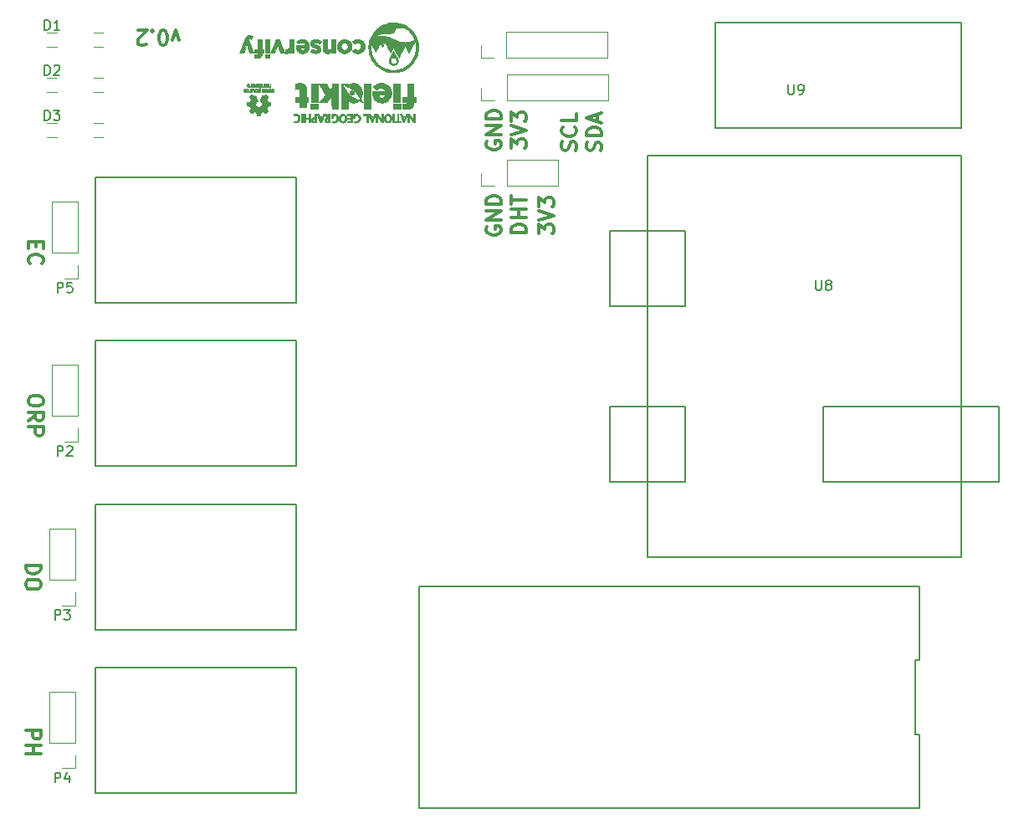
<source format=gbr>
G04 #@! TF.FileFunction,Legend,Top*
%FSLAX46Y46*%
G04 Gerber Fmt 4.6, Leading zero omitted, Abs format (unit mm)*
G04 Created by KiCad (PCBNEW 4.0.5) date 03/23/17 16:30:41*
%MOMM*%
%LPD*%
G01*
G04 APERTURE LIST*
%ADD10C,0.100000*%
%ADD11C,0.300000*%
%ADD12C,0.150000*%
%ADD13C,0.120000*%
%ADD14C,0.010000*%
G04 APERTURE END LIST*
D10*
D11*
X209212571Y-93190000D02*
X207712571Y-93190000D01*
X207712571Y-92832857D01*
X207784000Y-92618572D01*
X207926857Y-92475714D01*
X208069714Y-92404286D01*
X208355429Y-92332857D01*
X208569714Y-92332857D01*
X208855429Y-92404286D01*
X208998286Y-92475714D01*
X209141143Y-92618572D01*
X209212571Y-92832857D01*
X209212571Y-93190000D01*
X209212571Y-91690000D02*
X207712571Y-91690000D01*
X208426857Y-91690000D02*
X208426857Y-90832857D01*
X209212571Y-90832857D02*
X207712571Y-90832857D01*
X207712571Y-90332857D02*
X207712571Y-89475714D01*
X209212571Y-89904285D02*
X207712571Y-89904285D01*
X210506571Y-93297142D02*
X210506571Y-92368571D01*
X211078000Y-92868571D01*
X211078000Y-92654285D01*
X211149429Y-92511428D01*
X211220857Y-92439999D01*
X211363714Y-92368571D01*
X211720857Y-92368571D01*
X211863714Y-92439999D01*
X211935143Y-92511428D01*
X212006571Y-92654285D01*
X212006571Y-93082857D01*
X211935143Y-93225714D01*
X211863714Y-93297142D01*
X210506571Y-91940000D02*
X212006571Y-91440000D01*
X210506571Y-90940000D01*
X210506571Y-90582857D02*
X210506571Y-89654286D01*
X211078000Y-90154286D01*
X211078000Y-89940000D01*
X211149429Y-89797143D01*
X211220857Y-89725714D01*
X211363714Y-89654286D01*
X211720857Y-89654286D01*
X211863714Y-89725714D01*
X211935143Y-89797143D01*
X212006571Y-89940000D01*
X212006571Y-90368572D01*
X211935143Y-90511429D01*
X211863714Y-90582857D01*
X216761143Y-84879428D02*
X216832571Y-84665142D01*
X216832571Y-84307999D01*
X216761143Y-84165142D01*
X216689714Y-84093713D01*
X216546857Y-84022285D01*
X216404000Y-84022285D01*
X216261143Y-84093713D01*
X216189714Y-84165142D01*
X216118286Y-84307999D01*
X216046857Y-84593713D01*
X215975429Y-84736571D01*
X215904000Y-84807999D01*
X215761143Y-84879428D01*
X215618286Y-84879428D01*
X215475429Y-84807999D01*
X215404000Y-84736571D01*
X215332571Y-84593713D01*
X215332571Y-84236571D01*
X215404000Y-84022285D01*
X216832571Y-83379428D02*
X215332571Y-83379428D01*
X215332571Y-83022285D01*
X215404000Y-82808000D01*
X215546857Y-82665142D01*
X215689714Y-82593714D01*
X215975429Y-82522285D01*
X216189714Y-82522285D01*
X216475429Y-82593714D01*
X216618286Y-82665142D01*
X216761143Y-82808000D01*
X216832571Y-83022285D01*
X216832571Y-83379428D01*
X216404000Y-81950857D02*
X216404000Y-81236571D01*
X216832571Y-82093714D02*
X215332571Y-81593714D01*
X216832571Y-81093714D01*
X214221143Y-84843714D02*
X214292571Y-84629428D01*
X214292571Y-84272285D01*
X214221143Y-84129428D01*
X214149714Y-84057999D01*
X214006857Y-83986571D01*
X213864000Y-83986571D01*
X213721143Y-84057999D01*
X213649714Y-84129428D01*
X213578286Y-84272285D01*
X213506857Y-84557999D01*
X213435429Y-84700857D01*
X213364000Y-84772285D01*
X213221143Y-84843714D01*
X213078286Y-84843714D01*
X212935429Y-84772285D01*
X212864000Y-84700857D01*
X212792571Y-84557999D01*
X212792571Y-84200857D01*
X212864000Y-83986571D01*
X214149714Y-82486571D02*
X214221143Y-82558000D01*
X214292571Y-82772286D01*
X214292571Y-82915143D01*
X214221143Y-83129428D01*
X214078286Y-83272286D01*
X213935429Y-83343714D01*
X213649714Y-83415143D01*
X213435429Y-83415143D01*
X213149714Y-83343714D01*
X213006857Y-83272286D01*
X212864000Y-83129428D01*
X212792571Y-82915143D01*
X212792571Y-82772286D01*
X212864000Y-82558000D01*
X212935429Y-82486571D01*
X214292571Y-81129428D02*
X214292571Y-81843714D01*
X212792571Y-81843714D01*
X207712571Y-84661142D02*
X207712571Y-83732571D01*
X208284000Y-84232571D01*
X208284000Y-84018285D01*
X208355429Y-83875428D01*
X208426857Y-83803999D01*
X208569714Y-83732571D01*
X208926857Y-83732571D01*
X209069714Y-83803999D01*
X209141143Y-83875428D01*
X209212571Y-84018285D01*
X209212571Y-84446857D01*
X209141143Y-84589714D01*
X209069714Y-84661142D01*
X207712571Y-83304000D02*
X209212571Y-82804000D01*
X207712571Y-82304000D01*
X207712571Y-81946857D02*
X207712571Y-81018286D01*
X208284000Y-81518286D01*
X208284000Y-81304000D01*
X208355429Y-81161143D01*
X208426857Y-81089714D01*
X208569714Y-81018286D01*
X208926857Y-81018286D01*
X209069714Y-81089714D01*
X209141143Y-81161143D01*
X209212571Y-81304000D01*
X209212571Y-81732572D01*
X209141143Y-81875429D01*
X209069714Y-81946857D01*
X205244000Y-92582857D02*
X205172571Y-92725714D01*
X205172571Y-92940000D01*
X205244000Y-93154285D01*
X205386857Y-93297143D01*
X205529714Y-93368571D01*
X205815429Y-93440000D01*
X206029714Y-93440000D01*
X206315429Y-93368571D01*
X206458286Y-93297143D01*
X206601143Y-93154285D01*
X206672571Y-92940000D01*
X206672571Y-92797143D01*
X206601143Y-92582857D01*
X206529714Y-92511428D01*
X206029714Y-92511428D01*
X206029714Y-92797143D01*
X206672571Y-91868571D02*
X205172571Y-91868571D01*
X206672571Y-91011428D01*
X205172571Y-91011428D01*
X206672571Y-90297142D02*
X205172571Y-90297142D01*
X205172571Y-89939999D01*
X205244000Y-89725714D01*
X205386857Y-89582856D01*
X205529714Y-89511428D01*
X205815429Y-89439999D01*
X206029714Y-89439999D01*
X206315429Y-89511428D01*
X206458286Y-89582856D01*
X206601143Y-89725714D01*
X206672571Y-89939999D01*
X206672571Y-90297142D01*
X205244000Y-83946857D02*
X205172571Y-84089714D01*
X205172571Y-84304000D01*
X205244000Y-84518285D01*
X205386857Y-84661143D01*
X205529714Y-84732571D01*
X205815429Y-84804000D01*
X206029714Y-84804000D01*
X206315429Y-84732571D01*
X206458286Y-84661143D01*
X206601143Y-84518285D01*
X206672571Y-84304000D01*
X206672571Y-84161143D01*
X206601143Y-83946857D01*
X206529714Y-83875428D01*
X206029714Y-83875428D01*
X206029714Y-84161143D01*
X206672571Y-83232571D02*
X205172571Y-83232571D01*
X206672571Y-82375428D01*
X205172571Y-82375428D01*
X206672571Y-81661142D02*
X205172571Y-81661142D01*
X205172571Y-81303999D01*
X205244000Y-81089714D01*
X205386857Y-80946856D01*
X205529714Y-80875428D01*
X205815429Y-80803999D01*
X206029714Y-80803999D01*
X206315429Y-80875428D01*
X206458286Y-80946856D01*
X206601143Y-81089714D01*
X206672571Y-81303999D01*
X206672571Y-81661142D01*
X174100856Y-73727429D02*
X173743713Y-72727429D01*
X173386571Y-73727429D01*
X172529428Y-74227429D02*
X172386571Y-74227429D01*
X172243714Y-74156000D01*
X172172285Y-74084571D01*
X172100856Y-73941714D01*
X172029428Y-73656000D01*
X172029428Y-73298857D01*
X172100856Y-73013143D01*
X172172285Y-72870286D01*
X172243714Y-72798857D01*
X172386571Y-72727429D01*
X172529428Y-72727429D01*
X172672285Y-72798857D01*
X172743714Y-72870286D01*
X172815142Y-73013143D01*
X172886571Y-73298857D01*
X172886571Y-73656000D01*
X172815142Y-73941714D01*
X172743714Y-74084571D01*
X172672285Y-74156000D01*
X172529428Y-74227429D01*
X171386571Y-72870286D02*
X171315143Y-72798857D01*
X171386571Y-72727429D01*
X171458000Y-72798857D01*
X171386571Y-72870286D01*
X171386571Y-72727429D01*
X170743714Y-74084571D02*
X170672285Y-74156000D01*
X170529428Y-74227429D01*
X170172285Y-74227429D01*
X170029428Y-74156000D01*
X169957999Y-74084571D01*
X169886571Y-73941714D01*
X169886571Y-73798857D01*
X169957999Y-73584571D01*
X170815142Y-72727429D01*
X169886571Y-72727429D01*
X158567429Y-126851429D02*
X160067429Y-126851429D01*
X160067429Y-127208572D01*
X159996000Y-127422857D01*
X159853143Y-127565715D01*
X159710286Y-127637143D01*
X159424571Y-127708572D01*
X159210286Y-127708572D01*
X158924571Y-127637143D01*
X158781714Y-127565715D01*
X158638857Y-127422857D01*
X158567429Y-127208572D01*
X158567429Y-126851429D01*
X160067429Y-128637143D02*
X160067429Y-128922857D01*
X159996000Y-129065715D01*
X159853143Y-129208572D01*
X159567429Y-129280000D01*
X159067429Y-129280000D01*
X158781714Y-129208572D01*
X158638857Y-129065715D01*
X158567429Y-128922857D01*
X158567429Y-128637143D01*
X158638857Y-128494286D01*
X158781714Y-128351429D01*
X159067429Y-128280000D01*
X159567429Y-128280000D01*
X159853143Y-128351429D01*
X159996000Y-128494286D01*
X160067429Y-128637143D01*
X158567429Y-143581429D02*
X160067429Y-143581429D01*
X160067429Y-144152857D01*
X159996000Y-144295715D01*
X159924571Y-144367143D01*
X159781714Y-144438572D01*
X159567429Y-144438572D01*
X159424571Y-144367143D01*
X159353143Y-144295715D01*
X159281714Y-144152857D01*
X159281714Y-143581429D01*
X158567429Y-145081429D02*
X160067429Y-145081429D01*
X159353143Y-145081429D02*
X159353143Y-145938572D01*
X158567429Y-145938572D02*
X160067429Y-145938572D01*
X160321429Y-110067143D02*
X160321429Y-110352857D01*
X160250000Y-110495715D01*
X160107143Y-110638572D01*
X159821429Y-110710000D01*
X159321429Y-110710000D01*
X159035714Y-110638572D01*
X158892857Y-110495715D01*
X158821429Y-110352857D01*
X158821429Y-110067143D01*
X158892857Y-109924286D01*
X159035714Y-109781429D01*
X159321429Y-109710000D01*
X159821429Y-109710000D01*
X160107143Y-109781429D01*
X160250000Y-109924286D01*
X160321429Y-110067143D01*
X158821429Y-112210001D02*
X159535714Y-111710001D01*
X158821429Y-111352858D02*
X160321429Y-111352858D01*
X160321429Y-111924286D01*
X160250000Y-112067144D01*
X160178571Y-112138572D01*
X160035714Y-112210001D01*
X159821429Y-112210001D01*
X159678571Y-112138572D01*
X159607143Y-112067144D01*
X159535714Y-111924286D01*
X159535714Y-111352858D01*
X158821429Y-112852858D02*
X160321429Y-112852858D01*
X160321429Y-113424286D01*
X160250000Y-113567144D01*
X160178571Y-113638572D01*
X160035714Y-113710001D01*
X159821429Y-113710001D01*
X159678571Y-113638572D01*
X159607143Y-113567144D01*
X159535714Y-113424286D01*
X159535714Y-112852858D01*
X159607143Y-94098572D02*
X159607143Y-94598572D01*
X158821429Y-94812858D02*
X158821429Y-94098572D01*
X160321429Y-94098572D01*
X160321429Y-94812858D01*
X158964286Y-96312858D02*
X158892857Y-96241429D01*
X158821429Y-96027143D01*
X158821429Y-95884286D01*
X158892857Y-95670001D01*
X159035714Y-95527143D01*
X159178571Y-95455715D01*
X159464286Y-95384286D01*
X159678571Y-95384286D01*
X159964286Y-95455715D01*
X160107143Y-95527143D01*
X160250000Y-95670001D01*
X160321429Y-95884286D01*
X160321429Y-96027143D01*
X160250000Y-96241429D01*
X160178571Y-96312858D01*
D12*
X185890000Y-104110000D02*
X185890000Y-116810000D01*
X165570000Y-104110000D02*
X185890000Y-104110000D01*
X165570000Y-116810000D02*
X165570000Y-104110000D01*
X185890000Y-116810000D02*
X165570000Y-116810000D01*
X185928000Y-120650000D02*
X185928000Y-133350000D01*
X165608000Y-120650000D02*
X185928000Y-120650000D01*
X165608000Y-133350000D02*
X165608000Y-120650000D01*
X185928000Y-133350000D02*
X165608000Y-133350000D01*
X185928000Y-137160000D02*
X185928000Y-149860000D01*
X165608000Y-137160000D02*
X185928000Y-137160000D01*
X165608000Y-149860000D02*
X165608000Y-137160000D01*
X185928000Y-149860000D02*
X165608000Y-149860000D01*
X185890000Y-87570000D02*
X185890000Y-100270000D01*
X165570000Y-87570000D02*
X185890000Y-87570000D01*
X165570000Y-100270000D02*
X165570000Y-87570000D01*
X185890000Y-100270000D02*
X165570000Y-100270000D01*
X249004000Y-128948000D02*
X198374000Y-128948000D01*
X198374000Y-151468000D02*
X249004000Y-151468000D01*
X198374000Y-128948000D02*
X198374000Y-151468000D01*
X249004000Y-151468000D02*
X249004000Y-143961333D01*
X249004000Y-143961333D02*
X248554000Y-143961333D01*
X248554000Y-143961333D02*
X248554000Y-136454667D01*
X248554000Y-136454667D02*
X249004000Y-136454667D01*
X249004000Y-136454667D02*
X249004000Y-128948000D01*
D13*
X161705390Y-74340000D02*
X160705390Y-74340000D01*
X160705390Y-72980000D02*
X161705390Y-72980000D01*
X161705390Y-78912000D02*
X160705390Y-78912000D01*
X160705390Y-77552000D02*
X161705390Y-77552000D01*
X161706000Y-83484000D02*
X160706000Y-83484000D01*
X160706000Y-82124000D02*
X161706000Y-82124000D01*
X165405390Y-72980000D02*
X166405390Y-72980000D01*
X166405390Y-74340000D02*
X165405390Y-74340000D01*
X165405390Y-77552000D02*
X166405390Y-77552000D01*
X166405390Y-78912000D02*
X165405390Y-78912000D01*
X165405000Y-82124000D02*
X166405000Y-82124000D01*
X166405000Y-83484000D02*
X165405000Y-83484000D01*
D14*
G36*
X195691691Y-76945967D02*
X195635813Y-76945371D01*
X195587701Y-76944153D01*
X195544888Y-76942129D01*
X195504910Y-76939117D01*
X195465299Y-76934933D01*
X195423591Y-76929393D01*
X195377320Y-76922315D01*
X195327729Y-76914140D01*
X195157374Y-76879088D01*
X194990464Y-76832074D01*
X194827588Y-76773512D01*
X194669334Y-76703814D01*
X194516292Y-76623393D01*
X194369051Y-76532663D01*
X194228200Y-76432037D01*
X194094329Y-76321927D01*
X193968027Y-76202747D01*
X193849883Y-76074910D01*
X193740487Y-75938829D01*
X193640427Y-75794916D01*
X193572901Y-75683903D01*
X193489296Y-75525635D01*
X193417873Y-75363851D01*
X193358618Y-75198501D01*
X193311519Y-75029531D01*
X193276564Y-74856890D01*
X193253740Y-74680525D01*
X193243033Y-74500383D01*
X193244082Y-74325512D01*
X193256843Y-74150632D01*
X193281995Y-73977581D01*
X193319285Y-73806998D01*
X193368459Y-73639522D01*
X193429266Y-73475793D01*
X193501451Y-73316449D01*
X193584762Y-73162129D01*
X193678945Y-73013474D01*
X193783747Y-72871122D01*
X193853246Y-72787120D01*
X193890565Y-72745690D01*
X193935116Y-72699060D01*
X193984359Y-72649682D01*
X194035751Y-72600010D01*
X194086753Y-72552496D01*
X194134823Y-72509593D01*
X194177419Y-72473755D01*
X194180258Y-72471471D01*
X194323477Y-72364614D01*
X194472922Y-72268468D01*
X194627903Y-72183411D01*
X194787735Y-72109825D01*
X194938650Y-72052522D01*
X195110736Y-72000235D01*
X195284915Y-71960348D01*
X195460702Y-71932924D01*
X195637611Y-71918029D01*
X195815155Y-71915729D01*
X195926075Y-71920704D01*
X196103113Y-71938888D01*
X196277504Y-71969339D01*
X196448668Y-72011792D01*
X196616022Y-72065983D01*
X196778984Y-72131647D01*
X196936973Y-72208520D01*
X197089406Y-72296338D01*
X197235702Y-72394835D01*
X197375278Y-72503748D01*
X197507553Y-72622813D01*
X197538890Y-72653611D01*
X197659984Y-72783532D01*
X197770786Y-72920535D01*
X197871119Y-73064021D01*
X197960805Y-73213391D01*
X198039666Y-73368047D01*
X198107525Y-73527389D01*
X198149891Y-73649547D01*
X197902160Y-73649547D01*
X197900906Y-73640758D01*
X197895079Y-73622285D01*
X197885412Y-73595985D01*
X197872639Y-73563710D01*
X197857494Y-73527316D01*
X197840711Y-73488657D01*
X197823068Y-73449685D01*
X197805474Y-73413923D01*
X197782551Y-73370661D01*
X197756050Y-73322945D01*
X197727719Y-73273819D01*
X197699309Y-73226329D01*
X197672567Y-73183521D01*
X197653983Y-73155325D01*
X197566766Y-73036249D01*
X197470149Y-72920848D01*
X197365999Y-72810994D01*
X197256185Y-72708565D01*
X197142575Y-72615434D01*
X197049062Y-72548111D01*
X196988351Y-72512982D01*
X196916319Y-72481697D01*
X196833826Y-72454503D01*
X196741732Y-72431648D01*
X196640896Y-72413382D01*
X196538850Y-72400612D01*
X196505605Y-72398464D01*
X196463796Y-72397524D01*
X196417498Y-72397747D01*
X196370787Y-72399085D01*
X196327737Y-72401491D01*
X196306591Y-72403303D01*
X196222957Y-72415282D01*
X196145513Y-72433598D01*
X196075696Y-72457755D01*
X196014944Y-72487255D01*
X195964997Y-72521354D01*
X195932215Y-72551999D01*
X195907722Y-72584499D01*
X195889830Y-72621938D01*
X195876849Y-72667400D01*
X195872289Y-72690559D01*
X195858489Y-72751385D01*
X195840021Y-72801738D01*
X195815926Y-72843292D01*
X195785249Y-72877720D01*
X195749471Y-72905132D01*
X195715864Y-72924425D01*
X195678472Y-72940969D01*
X195636261Y-72954920D01*
X195588200Y-72966433D01*
X195533258Y-72975664D01*
X195470403Y-72982770D01*
X195398603Y-72987905D01*
X195316826Y-72991225D01*
X195224041Y-72992888D01*
X195166594Y-72993152D01*
X195017510Y-72994889D01*
X194880515Y-72999909D01*
X194755648Y-73008211D01*
X194642947Y-73019790D01*
X194542450Y-73034644D01*
X194475100Y-73047934D01*
X194349604Y-73081338D01*
X194229991Y-73124239D01*
X194117118Y-73176165D01*
X194011842Y-73236643D01*
X193915019Y-73305201D01*
X193827505Y-73381365D01*
X193777902Y-73432638D01*
X193754656Y-73458369D01*
X193821191Y-73424978D01*
X193855115Y-73408586D01*
X193892227Y-73391665D01*
X193926986Y-73376700D01*
X193944444Y-73369679D01*
X193990161Y-73353755D01*
X194044795Y-73337508D01*
X194104625Y-73321855D01*
X194165931Y-73307717D01*
X194224990Y-73296011D01*
X194275075Y-73288054D01*
X194319740Y-73283419D01*
X194373820Y-73279959D01*
X194434084Y-73277702D01*
X194497300Y-73276676D01*
X194560235Y-73276906D01*
X194619658Y-73278422D01*
X194672336Y-73281250D01*
X194706875Y-73284408D01*
X194874943Y-73309522D01*
X195045657Y-73346163D01*
X195217378Y-73393904D01*
X195388467Y-73452318D01*
X195466780Y-73482765D01*
X195493152Y-73493487D01*
X195517957Y-73503749D01*
X195542662Y-73514207D01*
X195568735Y-73525519D01*
X195597645Y-73538340D01*
X195630860Y-73553328D01*
X195669848Y-73571138D01*
X195716078Y-73592429D01*
X195771017Y-73617856D01*
X195829238Y-73644873D01*
X195997531Y-73717656D01*
X196164596Y-73779220D01*
X196330056Y-73829540D01*
X196493534Y-73868593D01*
X196654654Y-73896353D01*
X196813038Y-73912794D01*
X196968310Y-73917893D01*
X197120092Y-73911624D01*
X197268008Y-73893963D01*
X197411681Y-73864884D01*
X197550733Y-73824362D01*
X197684788Y-73772373D01*
X197694276Y-73768169D01*
X197725173Y-73753671D01*
X197758668Y-73736794D01*
X197792760Y-73718682D01*
X197825449Y-73700474D01*
X197854735Y-73683313D01*
X197878617Y-73668341D01*
X197895095Y-73656697D01*
X197902160Y-73649547D01*
X198149891Y-73649547D01*
X198164205Y-73690819D01*
X198209527Y-73857737D01*
X198243314Y-74027545D01*
X198265389Y-74199644D01*
X198275573Y-74373436D01*
X198274196Y-74501410D01*
X198043399Y-74501410D01*
X198043365Y-74426318D01*
X198041560Y-74349312D01*
X198038079Y-74273616D01*
X198033014Y-74202458D01*
X198026460Y-74139062D01*
X198022588Y-74110850D01*
X198015614Y-74067926D01*
X198007448Y-74022597D01*
X197998460Y-73976461D01*
X197989021Y-73931117D01*
X197979501Y-73888163D01*
X197970269Y-73849196D01*
X197961695Y-73815816D01*
X197954149Y-73789621D01*
X197948001Y-73772209D01*
X197943621Y-73765178D01*
X197942642Y-73765393D01*
X197939399Y-73771355D01*
X197930773Y-73787900D01*
X197917142Y-73814291D01*
X197898881Y-73849792D01*
X197876368Y-73893668D01*
X197849979Y-73945181D01*
X197820092Y-74003596D01*
X197787083Y-74068176D01*
X197751330Y-74138185D01*
X197713208Y-74212887D01*
X197673096Y-74291546D01*
X197631369Y-74373425D01*
X197629982Y-74376148D01*
X197588195Y-74458098D01*
X197547977Y-74536824D01*
X197509705Y-74611591D01*
X197473760Y-74681666D01*
X197440520Y-74746315D01*
X197410364Y-74804803D01*
X197383671Y-74856397D01*
X197360821Y-74900363D01*
X197342193Y-74935966D01*
X197328165Y-74962473D01*
X197319117Y-74979149D01*
X197315428Y-74985261D01*
X197315401Y-74985274D01*
X197311626Y-74980078D01*
X197302420Y-74964589D01*
X197288293Y-74939737D01*
X197269757Y-74906454D01*
X197247323Y-74865669D01*
X197221502Y-74818315D01*
X197192804Y-74765321D01*
X197161742Y-74707618D01*
X197128826Y-74646137D01*
X197117549Y-74624999D01*
X197084130Y-74562429D01*
X197052414Y-74503287D01*
X197022910Y-74448508D01*
X196996129Y-74399029D01*
X196972581Y-74355785D01*
X196952774Y-74319710D01*
X196937220Y-74291740D01*
X196926428Y-74272811D01*
X196920907Y-74263857D01*
X196920329Y-74263250D01*
X196916869Y-74268769D01*
X196907972Y-74284831D01*
X196894028Y-74310696D01*
X196875426Y-74345620D01*
X196852556Y-74388864D01*
X196825808Y-74439686D01*
X196795571Y-74497344D01*
X196762235Y-74561098D01*
X196726189Y-74630205D01*
X196687823Y-74703924D01*
X196647526Y-74781514D01*
X196612522Y-74849038D01*
X196570883Y-74929394D01*
X196530853Y-75006575D01*
X196492823Y-75079832D01*
X196457182Y-75148417D01*
X196424322Y-75211581D01*
X196394632Y-75268577D01*
X196368501Y-75318656D01*
X196346321Y-75361069D01*
X196328481Y-75395069D01*
X196315371Y-75419907D01*
X196307381Y-75434835D01*
X196304917Y-75439164D01*
X196301388Y-75434327D01*
X196292322Y-75419048D01*
X196278141Y-75394100D01*
X196259269Y-75360257D01*
X196236128Y-75318292D01*
X196209141Y-75268978D01*
X196178731Y-75213087D01*
X196145321Y-75151393D01*
X196109333Y-75084669D01*
X196071191Y-75013688D01*
X196031317Y-74939224D01*
X196024500Y-74926469D01*
X195984364Y-74851406D01*
X195945911Y-74779616D01*
X195909564Y-74711881D01*
X195875746Y-74648981D01*
X195844877Y-74591697D01*
X195817380Y-74540811D01*
X195793678Y-74497102D01*
X195774192Y-74461353D01*
X195759344Y-74434343D01*
X195749557Y-74416855D01*
X195745252Y-74409668D01*
X195745100Y-74409526D01*
X195741641Y-74415009D01*
X195732952Y-74430692D01*
X195719612Y-74455481D01*
X195702199Y-74488280D01*
X195681292Y-74527996D01*
X195657469Y-74573534D01*
X195631308Y-74623800D01*
X195603387Y-74677698D01*
X195602542Y-74679333D01*
X195574552Y-74733329D01*
X195548262Y-74783719D01*
X195524256Y-74829409D01*
X195503117Y-74869304D01*
X195485428Y-74902310D01*
X195471773Y-74927332D01*
X195462734Y-74943276D01*
X195458894Y-74949046D01*
X195458867Y-74949050D01*
X195455306Y-74943579D01*
X195446208Y-74927695D01*
X195432005Y-74902196D01*
X195413130Y-74867878D01*
X195390016Y-74825539D01*
X195363096Y-74775976D01*
X195332803Y-74719984D01*
X195299569Y-74658362D01*
X195263828Y-74591906D01*
X195226012Y-74521413D01*
X195188951Y-74452163D01*
X195149279Y-74377966D01*
X195111095Y-74306584D01*
X195074856Y-74238866D01*
X195041015Y-74175661D01*
X195010027Y-74117817D01*
X194982348Y-74066183D01*
X194958431Y-74021606D01*
X194938732Y-73984935D01*
X194923706Y-73957018D01*
X194913806Y-73938704D01*
X194909687Y-73931188D01*
X194896047Y-73907100D01*
X194765377Y-74159788D01*
X194738278Y-74211968D01*
X194712866Y-74260471D01*
X194689746Y-74304172D01*
X194669525Y-74341944D01*
X194652808Y-74372662D01*
X194640202Y-74395200D01*
X194632314Y-74408431D01*
X194629833Y-74411568D01*
X194625827Y-74405951D01*
X194616572Y-74390367D01*
X194602767Y-74366069D01*
X194585107Y-74334311D01*
X194564291Y-74296347D01*
X194541016Y-74253431D01*
X194516030Y-74206913D01*
X194491080Y-74160528D01*
X194467940Y-74118051D01*
X194447294Y-74080699D01*
X194429830Y-74049689D01*
X194416232Y-74026239D01*
X194407187Y-74011567D01*
X194403380Y-74006889D01*
X194403368Y-74006900D01*
X194399919Y-74013010D01*
X194391108Y-74029522D01*
X194377396Y-74055551D01*
X194359244Y-74090212D01*
X194337112Y-74132622D01*
X194311463Y-74181895D01*
X194282756Y-74237147D01*
X194251454Y-74297494D01*
X194218016Y-74362050D01*
X194182904Y-74429932D01*
X194181779Y-74432106D01*
X194146659Y-74499970D01*
X194113210Y-74564446D01*
X194081889Y-74624661D01*
X194053155Y-74679742D01*
X194027468Y-74728813D01*
X194005286Y-74771000D01*
X193987067Y-74805429D01*
X193973270Y-74831227D01*
X193964353Y-74847518D01*
X193960776Y-74853428D01*
X193960750Y-74853436D01*
X193957135Y-74848053D01*
X193947702Y-74832536D01*
X193932962Y-74807760D01*
X193913429Y-74774602D01*
X193889613Y-74733936D01*
X193862027Y-74686639D01*
X193831182Y-74633586D01*
X193797591Y-74575654D01*
X193761766Y-74513717D01*
X193732491Y-74462999D01*
X193695288Y-74398662D01*
X193659880Y-74337765D01*
X193626779Y-74281169D01*
X193596501Y-74229738D01*
X193569559Y-74184334D01*
X193546466Y-74145819D01*
X193527736Y-74115056D01*
X193513882Y-74092906D01*
X193505418Y-74080233D01*
X193502880Y-74077490D01*
X193498656Y-74087980D01*
X193494430Y-74109501D01*
X193490330Y-74140382D01*
X193486483Y-74178956D01*
X193483018Y-74223552D01*
X193480061Y-74272502D01*
X193477742Y-74324136D01*
X193476188Y-74376786D01*
X193475527Y-74428782D01*
X193475514Y-74434700D01*
X193477170Y-74543915D01*
X193482648Y-74644520D01*
X193492349Y-74740136D01*
X193506680Y-74834385D01*
X193526042Y-74930887D01*
X193535369Y-74971275D01*
X193580007Y-75132744D01*
X193635489Y-75288179D01*
X193702241Y-75438552D01*
X193780689Y-75584835D01*
X193859803Y-75711050D01*
X193905306Y-75777032D01*
X193949492Y-75836730D01*
X193994784Y-75893067D01*
X194043607Y-75948964D01*
X194098386Y-76007344D01*
X194144544Y-76054223D01*
X194228574Y-76135135D01*
X194310034Y-76206953D01*
X194391888Y-76272011D01*
X194477098Y-76332648D01*
X194568629Y-76391199D01*
X194582912Y-76399842D01*
X194730327Y-76481179D01*
X194881965Y-76550810D01*
X195037166Y-76608755D01*
X195195270Y-76655030D01*
X195355615Y-76689654D01*
X195517543Y-76712645D01*
X195680391Y-76724020D01*
X195843499Y-76723798D01*
X196006206Y-76711997D01*
X196167853Y-76688634D01*
X196327778Y-76653728D01*
X196485321Y-76607296D01*
X196639822Y-76549357D01*
X196790619Y-76479929D01*
X196937052Y-76399029D01*
X197040500Y-76332950D01*
X197177234Y-76232789D01*
X197305297Y-76123636D01*
X197424352Y-76006065D01*
X197534063Y-75880650D01*
X197634092Y-75747964D01*
X197724104Y-75608583D01*
X197803760Y-75463080D01*
X197872726Y-75312029D01*
X197930663Y-75156004D01*
X197977235Y-74995579D01*
X198012105Y-74831329D01*
X198034938Y-74663827D01*
X198037780Y-74632945D01*
X198041569Y-74571361D01*
X198043399Y-74501410D01*
X198274196Y-74501410D01*
X198273690Y-74548320D01*
X198259561Y-74723699D01*
X198233009Y-74898973D01*
X198221671Y-74955833D01*
X198179175Y-75126910D01*
X198125260Y-75293102D01*
X198060381Y-75453969D01*
X197984993Y-75609074D01*
X197899551Y-75757979D01*
X197804509Y-75900244D01*
X197700322Y-76035433D01*
X197587445Y-76163106D01*
X197466333Y-76282827D01*
X197337440Y-76394155D01*
X197201222Y-76496654D01*
X197058132Y-76589885D01*
X196908626Y-76673410D01*
X196753158Y-76746790D01*
X196592183Y-76809588D01*
X196426157Y-76861365D01*
X196255533Y-76901683D01*
X196189600Y-76913905D01*
X196137368Y-76922640D01*
X196091611Y-76929661D01*
X196049890Y-76935151D01*
X196009768Y-76939292D01*
X195968809Y-76942265D01*
X195924573Y-76944253D01*
X195874625Y-76945437D01*
X195816527Y-76946000D01*
X195757800Y-76946125D01*
X195691691Y-76945967D01*
X195691691Y-76945967D01*
G37*
X195691691Y-76945967D02*
X195635813Y-76945371D01*
X195587701Y-76944153D01*
X195544888Y-76942129D01*
X195504910Y-76939117D01*
X195465299Y-76934933D01*
X195423591Y-76929393D01*
X195377320Y-76922315D01*
X195327729Y-76914140D01*
X195157374Y-76879088D01*
X194990464Y-76832074D01*
X194827588Y-76773512D01*
X194669334Y-76703814D01*
X194516292Y-76623393D01*
X194369051Y-76532663D01*
X194228200Y-76432037D01*
X194094329Y-76321927D01*
X193968027Y-76202747D01*
X193849883Y-76074910D01*
X193740487Y-75938829D01*
X193640427Y-75794916D01*
X193572901Y-75683903D01*
X193489296Y-75525635D01*
X193417873Y-75363851D01*
X193358618Y-75198501D01*
X193311519Y-75029531D01*
X193276564Y-74856890D01*
X193253740Y-74680525D01*
X193243033Y-74500383D01*
X193244082Y-74325512D01*
X193256843Y-74150632D01*
X193281995Y-73977581D01*
X193319285Y-73806998D01*
X193368459Y-73639522D01*
X193429266Y-73475793D01*
X193501451Y-73316449D01*
X193584762Y-73162129D01*
X193678945Y-73013474D01*
X193783747Y-72871122D01*
X193853246Y-72787120D01*
X193890565Y-72745690D01*
X193935116Y-72699060D01*
X193984359Y-72649682D01*
X194035751Y-72600010D01*
X194086753Y-72552496D01*
X194134823Y-72509593D01*
X194177419Y-72473755D01*
X194180258Y-72471471D01*
X194323477Y-72364614D01*
X194472922Y-72268468D01*
X194627903Y-72183411D01*
X194787735Y-72109825D01*
X194938650Y-72052522D01*
X195110736Y-72000235D01*
X195284915Y-71960348D01*
X195460702Y-71932924D01*
X195637611Y-71918029D01*
X195815155Y-71915729D01*
X195926075Y-71920704D01*
X196103113Y-71938888D01*
X196277504Y-71969339D01*
X196448668Y-72011792D01*
X196616022Y-72065983D01*
X196778984Y-72131647D01*
X196936973Y-72208520D01*
X197089406Y-72296338D01*
X197235702Y-72394835D01*
X197375278Y-72503748D01*
X197507553Y-72622813D01*
X197538890Y-72653611D01*
X197659984Y-72783532D01*
X197770786Y-72920535D01*
X197871119Y-73064021D01*
X197960805Y-73213391D01*
X198039666Y-73368047D01*
X198107525Y-73527389D01*
X198149891Y-73649547D01*
X197902160Y-73649547D01*
X197900906Y-73640758D01*
X197895079Y-73622285D01*
X197885412Y-73595985D01*
X197872639Y-73563710D01*
X197857494Y-73527316D01*
X197840711Y-73488657D01*
X197823068Y-73449685D01*
X197805474Y-73413923D01*
X197782551Y-73370661D01*
X197756050Y-73322945D01*
X197727719Y-73273819D01*
X197699309Y-73226329D01*
X197672567Y-73183521D01*
X197653983Y-73155325D01*
X197566766Y-73036249D01*
X197470149Y-72920848D01*
X197365999Y-72810994D01*
X197256185Y-72708565D01*
X197142575Y-72615434D01*
X197049062Y-72548111D01*
X196988351Y-72512982D01*
X196916319Y-72481697D01*
X196833826Y-72454503D01*
X196741732Y-72431648D01*
X196640896Y-72413382D01*
X196538850Y-72400612D01*
X196505605Y-72398464D01*
X196463796Y-72397524D01*
X196417498Y-72397747D01*
X196370787Y-72399085D01*
X196327737Y-72401491D01*
X196306591Y-72403303D01*
X196222957Y-72415282D01*
X196145513Y-72433598D01*
X196075696Y-72457755D01*
X196014944Y-72487255D01*
X195964997Y-72521354D01*
X195932215Y-72551999D01*
X195907722Y-72584499D01*
X195889830Y-72621938D01*
X195876849Y-72667400D01*
X195872289Y-72690559D01*
X195858489Y-72751385D01*
X195840021Y-72801738D01*
X195815926Y-72843292D01*
X195785249Y-72877720D01*
X195749471Y-72905132D01*
X195715864Y-72924425D01*
X195678472Y-72940969D01*
X195636261Y-72954920D01*
X195588200Y-72966433D01*
X195533258Y-72975664D01*
X195470403Y-72982770D01*
X195398603Y-72987905D01*
X195316826Y-72991225D01*
X195224041Y-72992888D01*
X195166594Y-72993152D01*
X195017510Y-72994889D01*
X194880515Y-72999909D01*
X194755648Y-73008211D01*
X194642947Y-73019790D01*
X194542450Y-73034644D01*
X194475100Y-73047934D01*
X194349604Y-73081338D01*
X194229991Y-73124239D01*
X194117118Y-73176165D01*
X194011842Y-73236643D01*
X193915019Y-73305201D01*
X193827505Y-73381365D01*
X193777902Y-73432638D01*
X193754656Y-73458369D01*
X193821191Y-73424978D01*
X193855115Y-73408586D01*
X193892227Y-73391665D01*
X193926986Y-73376700D01*
X193944444Y-73369679D01*
X193990161Y-73353755D01*
X194044795Y-73337508D01*
X194104625Y-73321855D01*
X194165931Y-73307717D01*
X194224990Y-73296011D01*
X194275075Y-73288054D01*
X194319740Y-73283419D01*
X194373820Y-73279959D01*
X194434084Y-73277702D01*
X194497300Y-73276676D01*
X194560235Y-73276906D01*
X194619658Y-73278422D01*
X194672336Y-73281250D01*
X194706875Y-73284408D01*
X194874943Y-73309522D01*
X195045657Y-73346163D01*
X195217378Y-73393904D01*
X195388467Y-73452318D01*
X195466780Y-73482765D01*
X195493152Y-73493487D01*
X195517957Y-73503749D01*
X195542662Y-73514207D01*
X195568735Y-73525519D01*
X195597645Y-73538340D01*
X195630860Y-73553328D01*
X195669848Y-73571138D01*
X195716078Y-73592429D01*
X195771017Y-73617856D01*
X195829238Y-73644873D01*
X195997531Y-73717656D01*
X196164596Y-73779220D01*
X196330056Y-73829540D01*
X196493534Y-73868593D01*
X196654654Y-73896353D01*
X196813038Y-73912794D01*
X196968310Y-73917893D01*
X197120092Y-73911624D01*
X197268008Y-73893963D01*
X197411681Y-73864884D01*
X197550733Y-73824362D01*
X197684788Y-73772373D01*
X197694276Y-73768169D01*
X197725173Y-73753671D01*
X197758668Y-73736794D01*
X197792760Y-73718682D01*
X197825449Y-73700474D01*
X197854735Y-73683313D01*
X197878617Y-73668341D01*
X197895095Y-73656697D01*
X197902160Y-73649547D01*
X198149891Y-73649547D01*
X198164205Y-73690819D01*
X198209527Y-73857737D01*
X198243314Y-74027545D01*
X198265389Y-74199644D01*
X198275573Y-74373436D01*
X198274196Y-74501410D01*
X198043399Y-74501410D01*
X198043365Y-74426318D01*
X198041560Y-74349312D01*
X198038079Y-74273616D01*
X198033014Y-74202458D01*
X198026460Y-74139062D01*
X198022588Y-74110850D01*
X198015614Y-74067926D01*
X198007448Y-74022597D01*
X197998460Y-73976461D01*
X197989021Y-73931117D01*
X197979501Y-73888163D01*
X197970269Y-73849196D01*
X197961695Y-73815816D01*
X197954149Y-73789621D01*
X197948001Y-73772209D01*
X197943621Y-73765178D01*
X197942642Y-73765393D01*
X197939399Y-73771355D01*
X197930773Y-73787900D01*
X197917142Y-73814291D01*
X197898881Y-73849792D01*
X197876368Y-73893668D01*
X197849979Y-73945181D01*
X197820092Y-74003596D01*
X197787083Y-74068176D01*
X197751330Y-74138185D01*
X197713208Y-74212887D01*
X197673096Y-74291546D01*
X197631369Y-74373425D01*
X197629982Y-74376148D01*
X197588195Y-74458098D01*
X197547977Y-74536824D01*
X197509705Y-74611591D01*
X197473760Y-74681666D01*
X197440520Y-74746315D01*
X197410364Y-74804803D01*
X197383671Y-74856397D01*
X197360821Y-74900363D01*
X197342193Y-74935966D01*
X197328165Y-74962473D01*
X197319117Y-74979149D01*
X197315428Y-74985261D01*
X197315401Y-74985274D01*
X197311626Y-74980078D01*
X197302420Y-74964589D01*
X197288293Y-74939737D01*
X197269757Y-74906454D01*
X197247323Y-74865669D01*
X197221502Y-74818315D01*
X197192804Y-74765321D01*
X197161742Y-74707618D01*
X197128826Y-74646137D01*
X197117549Y-74624999D01*
X197084130Y-74562429D01*
X197052414Y-74503287D01*
X197022910Y-74448508D01*
X196996129Y-74399029D01*
X196972581Y-74355785D01*
X196952774Y-74319710D01*
X196937220Y-74291740D01*
X196926428Y-74272811D01*
X196920907Y-74263857D01*
X196920329Y-74263250D01*
X196916869Y-74268769D01*
X196907972Y-74284831D01*
X196894028Y-74310696D01*
X196875426Y-74345620D01*
X196852556Y-74388864D01*
X196825808Y-74439686D01*
X196795571Y-74497344D01*
X196762235Y-74561098D01*
X196726189Y-74630205D01*
X196687823Y-74703924D01*
X196647526Y-74781514D01*
X196612522Y-74849038D01*
X196570883Y-74929394D01*
X196530853Y-75006575D01*
X196492823Y-75079832D01*
X196457182Y-75148417D01*
X196424322Y-75211581D01*
X196394632Y-75268577D01*
X196368501Y-75318656D01*
X196346321Y-75361069D01*
X196328481Y-75395069D01*
X196315371Y-75419907D01*
X196307381Y-75434835D01*
X196304917Y-75439164D01*
X196301388Y-75434327D01*
X196292322Y-75419048D01*
X196278141Y-75394100D01*
X196259269Y-75360257D01*
X196236128Y-75318292D01*
X196209141Y-75268978D01*
X196178731Y-75213087D01*
X196145321Y-75151393D01*
X196109333Y-75084669D01*
X196071191Y-75013688D01*
X196031317Y-74939224D01*
X196024500Y-74926469D01*
X195984364Y-74851406D01*
X195945911Y-74779616D01*
X195909564Y-74711881D01*
X195875746Y-74648981D01*
X195844877Y-74591697D01*
X195817380Y-74540811D01*
X195793678Y-74497102D01*
X195774192Y-74461353D01*
X195759344Y-74434343D01*
X195749557Y-74416855D01*
X195745252Y-74409668D01*
X195745100Y-74409526D01*
X195741641Y-74415009D01*
X195732952Y-74430692D01*
X195719612Y-74455481D01*
X195702199Y-74488280D01*
X195681292Y-74527996D01*
X195657469Y-74573534D01*
X195631308Y-74623800D01*
X195603387Y-74677698D01*
X195602542Y-74679333D01*
X195574552Y-74733329D01*
X195548262Y-74783719D01*
X195524256Y-74829409D01*
X195503117Y-74869304D01*
X195485428Y-74902310D01*
X195471773Y-74927332D01*
X195462734Y-74943276D01*
X195458894Y-74949046D01*
X195458867Y-74949050D01*
X195455306Y-74943579D01*
X195446208Y-74927695D01*
X195432005Y-74902196D01*
X195413130Y-74867878D01*
X195390016Y-74825539D01*
X195363096Y-74775976D01*
X195332803Y-74719984D01*
X195299569Y-74658362D01*
X195263828Y-74591906D01*
X195226012Y-74521413D01*
X195188951Y-74452163D01*
X195149279Y-74377966D01*
X195111095Y-74306584D01*
X195074856Y-74238866D01*
X195041015Y-74175661D01*
X195010027Y-74117817D01*
X194982348Y-74066183D01*
X194958431Y-74021606D01*
X194938732Y-73984935D01*
X194923706Y-73957018D01*
X194913806Y-73938704D01*
X194909687Y-73931188D01*
X194896047Y-73907100D01*
X194765377Y-74159788D01*
X194738278Y-74211968D01*
X194712866Y-74260471D01*
X194689746Y-74304172D01*
X194669525Y-74341944D01*
X194652808Y-74372662D01*
X194640202Y-74395200D01*
X194632314Y-74408431D01*
X194629833Y-74411568D01*
X194625827Y-74405951D01*
X194616572Y-74390367D01*
X194602767Y-74366069D01*
X194585107Y-74334311D01*
X194564291Y-74296347D01*
X194541016Y-74253431D01*
X194516030Y-74206913D01*
X194491080Y-74160528D01*
X194467940Y-74118051D01*
X194447294Y-74080699D01*
X194429830Y-74049689D01*
X194416232Y-74026239D01*
X194407187Y-74011567D01*
X194403380Y-74006889D01*
X194403368Y-74006900D01*
X194399919Y-74013010D01*
X194391108Y-74029522D01*
X194377396Y-74055551D01*
X194359244Y-74090212D01*
X194337112Y-74132622D01*
X194311463Y-74181895D01*
X194282756Y-74237147D01*
X194251454Y-74297494D01*
X194218016Y-74362050D01*
X194182904Y-74429932D01*
X194181779Y-74432106D01*
X194146659Y-74499970D01*
X194113210Y-74564446D01*
X194081889Y-74624661D01*
X194053155Y-74679742D01*
X194027468Y-74728813D01*
X194005286Y-74771000D01*
X193987067Y-74805429D01*
X193973270Y-74831227D01*
X193964353Y-74847518D01*
X193960776Y-74853428D01*
X193960750Y-74853436D01*
X193957135Y-74848053D01*
X193947702Y-74832536D01*
X193932962Y-74807760D01*
X193913429Y-74774602D01*
X193889613Y-74733936D01*
X193862027Y-74686639D01*
X193831182Y-74633586D01*
X193797591Y-74575654D01*
X193761766Y-74513717D01*
X193732491Y-74462999D01*
X193695288Y-74398662D01*
X193659880Y-74337765D01*
X193626779Y-74281169D01*
X193596501Y-74229738D01*
X193569559Y-74184334D01*
X193546466Y-74145819D01*
X193527736Y-74115056D01*
X193513882Y-74092906D01*
X193505418Y-74080233D01*
X193502880Y-74077490D01*
X193498656Y-74087980D01*
X193494430Y-74109501D01*
X193490330Y-74140382D01*
X193486483Y-74178956D01*
X193483018Y-74223552D01*
X193480061Y-74272502D01*
X193477742Y-74324136D01*
X193476188Y-74376786D01*
X193475527Y-74428782D01*
X193475514Y-74434700D01*
X193477170Y-74543915D01*
X193482648Y-74644520D01*
X193492349Y-74740136D01*
X193506680Y-74834385D01*
X193526042Y-74930887D01*
X193535369Y-74971275D01*
X193580007Y-75132744D01*
X193635489Y-75288179D01*
X193702241Y-75438552D01*
X193780689Y-75584835D01*
X193859803Y-75711050D01*
X193905306Y-75777032D01*
X193949492Y-75836730D01*
X193994784Y-75893067D01*
X194043607Y-75948964D01*
X194098386Y-76007344D01*
X194144544Y-76054223D01*
X194228574Y-76135135D01*
X194310034Y-76206953D01*
X194391888Y-76272011D01*
X194477098Y-76332648D01*
X194568629Y-76391199D01*
X194582912Y-76399842D01*
X194730327Y-76481179D01*
X194881965Y-76550810D01*
X195037166Y-76608755D01*
X195195270Y-76655030D01*
X195355615Y-76689654D01*
X195517543Y-76712645D01*
X195680391Y-76724020D01*
X195843499Y-76723798D01*
X196006206Y-76711997D01*
X196167853Y-76688634D01*
X196327778Y-76653728D01*
X196485321Y-76607296D01*
X196639822Y-76549357D01*
X196790619Y-76479929D01*
X196937052Y-76399029D01*
X197040500Y-76332950D01*
X197177234Y-76232789D01*
X197305297Y-76123636D01*
X197424352Y-76006065D01*
X197534063Y-75880650D01*
X197634092Y-75747964D01*
X197724104Y-75608583D01*
X197803760Y-75463080D01*
X197872726Y-75312029D01*
X197930663Y-75156004D01*
X197977235Y-74995579D01*
X198012105Y-74831329D01*
X198034938Y-74663827D01*
X198037780Y-74632945D01*
X198041569Y-74571361D01*
X198043399Y-74501410D01*
X198274196Y-74501410D01*
X198273690Y-74548320D01*
X198259561Y-74723699D01*
X198233009Y-74898973D01*
X198221671Y-74955833D01*
X198179175Y-75126910D01*
X198125260Y-75293102D01*
X198060381Y-75453969D01*
X197984993Y-75609074D01*
X197899551Y-75757979D01*
X197804509Y-75900244D01*
X197700322Y-76035433D01*
X197587445Y-76163106D01*
X197466333Y-76282827D01*
X197337440Y-76394155D01*
X197201222Y-76496654D01*
X197058132Y-76589885D01*
X196908626Y-76673410D01*
X196753158Y-76746790D01*
X196592183Y-76809588D01*
X196426157Y-76861365D01*
X196255533Y-76901683D01*
X196189600Y-76913905D01*
X196137368Y-76922640D01*
X196091611Y-76929661D01*
X196049890Y-76935151D01*
X196009768Y-76939292D01*
X195968809Y-76942265D01*
X195924573Y-76944253D01*
X195874625Y-76945437D01*
X195816527Y-76946000D01*
X195757800Y-76946125D01*
X195691691Y-76945967D01*
G36*
X180343007Y-74999776D02*
X180297752Y-74999565D01*
X180258312Y-74999235D01*
X180226183Y-74998804D01*
X180202861Y-74998292D01*
X180189843Y-74997716D01*
X180187600Y-74997347D01*
X180189817Y-74990117D01*
X180196248Y-74971895D01*
X180206564Y-74943544D01*
X180220437Y-74905932D01*
X180237537Y-74859924D01*
X180257537Y-74806387D01*
X180280106Y-74746187D01*
X180304917Y-74680189D01*
X180331641Y-74609259D01*
X180359949Y-74534264D01*
X180389511Y-74456070D01*
X180420000Y-74375542D01*
X180451086Y-74293547D01*
X180482441Y-74210951D01*
X180513736Y-74128620D01*
X180544642Y-74047419D01*
X180574830Y-73968215D01*
X180603972Y-73891874D01*
X180631738Y-73819262D01*
X180657801Y-73751245D01*
X180681830Y-73688689D01*
X180703498Y-73632460D01*
X180722476Y-73583424D01*
X180738434Y-73542446D01*
X180751045Y-73510394D01*
X180759978Y-73488133D01*
X180764906Y-73476529D01*
X180765235Y-73475850D01*
X180805192Y-73405608D01*
X180848691Y-73347327D01*
X180896105Y-73300675D01*
X180947805Y-73265315D01*
X181004163Y-73240913D01*
X181035325Y-73232467D01*
X181081154Y-73224918D01*
X181133754Y-73220365D01*
X181187494Y-73219072D01*
X181236743Y-73221305D01*
X181247918Y-73222472D01*
X181314163Y-73234140D01*
X181380406Y-73253861D01*
X181400450Y-73261295D01*
X181427249Y-73272271D01*
X181453841Y-73284248D01*
X181477676Y-73295941D01*
X181496203Y-73306068D01*
X181506872Y-73313348D01*
X181508467Y-73315604D01*
X181505892Y-73323508D01*
X181498697Y-73340591D01*
X181487798Y-73364944D01*
X181474109Y-73394659D01*
X181458543Y-73427828D01*
X181442014Y-73462542D01*
X181425437Y-73496892D01*
X181409725Y-73528969D01*
X181395793Y-73556865D01*
X181384554Y-73578671D01*
X181376924Y-73592478D01*
X181373949Y-73596500D01*
X181365524Y-73593821D01*
X181349856Y-73586926D01*
X181336846Y-73580573D01*
X181285280Y-73559414D01*
X181235054Y-73548430D01*
X181188111Y-73547928D01*
X181162325Y-73552788D01*
X181141640Y-73562463D01*
X181119934Y-73578718D01*
X181100936Y-73598091D01*
X181088371Y-73617119D01*
X181086024Y-73623678D01*
X181087756Y-73632225D01*
X181094246Y-73652546D01*
X181105493Y-73684640D01*
X181121495Y-73728505D01*
X181142253Y-73784141D01*
X181167766Y-73851545D01*
X181198034Y-73930716D01*
X181233055Y-74021655D01*
X181272831Y-74124358D01*
X181317359Y-74238825D01*
X181346300Y-74313004D01*
X181380817Y-74401436D01*
X181414014Y-74486589D01*
X181445603Y-74567713D01*
X181475293Y-74644059D01*
X181502793Y-74714877D01*
X181527815Y-74779417D01*
X181550066Y-74836930D01*
X181569259Y-74886666D01*
X181585101Y-74927877D01*
X181597303Y-74959812D01*
X181605575Y-74981721D01*
X181609627Y-74992856D01*
X181610000Y-74994128D01*
X181603820Y-74995681D01*
X181585948Y-74996928D01*
X181557392Y-74997851D01*
X181519158Y-74998427D01*
X181472251Y-74998637D01*
X181417677Y-74998460D01*
X181402565Y-74998350D01*
X181195130Y-74996675D01*
X180890794Y-74083655D01*
X180786991Y-74406815D01*
X180765514Y-74473712D01*
X180743803Y-74541397D01*
X180722440Y-74608052D01*
X180702007Y-74671863D01*
X180683084Y-74731014D01*
X180666253Y-74783688D01*
X180652094Y-74828071D01*
X180641190Y-74862345D01*
X180640374Y-74864913D01*
X180597561Y-74999850D01*
X180392581Y-74999850D01*
X180343007Y-74999776D01*
X180343007Y-74999776D01*
G37*
X180343007Y-74999776D02*
X180297752Y-74999565D01*
X180258312Y-74999235D01*
X180226183Y-74998804D01*
X180202861Y-74998292D01*
X180189843Y-74997716D01*
X180187600Y-74997347D01*
X180189817Y-74990117D01*
X180196248Y-74971895D01*
X180206564Y-74943544D01*
X180220437Y-74905932D01*
X180237537Y-74859924D01*
X180257537Y-74806387D01*
X180280106Y-74746187D01*
X180304917Y-74680189D01*
X180331641Y-74609259D01*
X180359949Y-74534264D01*
X180389511Y-74456070D01*
X180420000Y-74375542D01*
X180451086Y-74293547D01*
X180482441Y-74210951D01*
X180513736Y-74128620D01*
X180544642Y-74047419D01*
X180574830Y-73968215D01*
X180603972Y-73891874D01*
X180631738Y-73819262D01*
X180657801Y-73751245D01*
X180681830Y-73688689D01*
X180703498Y-73632460D01*
X180722476Y-73583424D01*
X180738434Y-73542446D01*
X180751045Y-73510394D01*
X180759978Y-73488133D01*
X180764906Y-73476529D01*
X180765235Y-73475850D01*
X180805192Y-73405608D01*
X180848691Y-73347327D01*
X180896105Y-73300675D01*
X180947805Y-73265315D01*
X181004163Y-73240913D01*
X181035325Y-73232467D01*
X181081154Y-73224918D01*
X181133754Y-73220365D01*
X181187494Y-73219072D01*
X181236743Y-73221305D01*
X181247918Y-73222472D01*
X181314163Y-73234140D01*
X181380406Y-73253861D01*
X181400450Y-73261295D01*
X181427249Y-73272271D01*
X181453841Y-73284248D01*
X181477676Y-73295941D01*
X181496203Y-73306068D01*
X181506872Y-73313348D01*
X181508467Y-73315604D01*
X181505892Y-73323508D01*
X181498697Y-73340591D01*
X181487798Y-73364944D01*
X181474109Y-73394659D01*
X181458543Y-73427828D01*
X181442014Y-73462542D01*
X181425437Y-73496892D01*
X181409725Y-73528969D01*
X181395793Y-73556865D01*
X181384554Y-73578671D01*
X181376924Y-73592478D01*
X181373949Y-73596500D01*
X181365524Y-73593821D01*
X181349856Y-73586926D01*
X181336846Y-73580573D01*
X181285280Y-73559414D01*
X181235054Y-73548430D01*
X181188111Y-73547928D01*
X181162325Y-73552788D01*
X181141640Y-73562463D01*
X181119934Y-73578718D01*
X181100936Y-73598091D01*
X181088371Y-73617119D01*
X181086024Y-73623678D01*
X181087756Y-73632225D01*
X181094246Y-73652546D01*
X181105493Y-73684640D01*
X181121495Y-73728505D01*
X181142253Y-73784141D01*
X181167766Y-73851545D01*
X181198034Y-73930716D01*
X181233055Y-74021655D01*
X181272831Y-74124358D01*
X181317359Y-74238825D01*
X181346300Y-74313004D01*
X181380817Y-74401436D01*
X181414014Y-74486589D01*
X181445603Y-74567713D01*
X181475293Y-74644059D01*
X181502793Y-74714877D01*
X181527815Y-74779417D01*
X181550066Y-74836930D01*
X181569259Y-74886666D01*
X181585101Y-74927877D01*
X181597303Y-74959812D01*
X181605575Y-74981721D01*
X181609627Y-74992856D01*
X181610000Y-74994128D01*
X181603820Y-74995681D01*
X181585948Y-74996928D01*
X181557392Y-74997851D01*
X181519158Y-74998427D01*
X181472251Y-74998637D01*
X181417677Y-74998460D01*
X181402565Y-74998350D01*
X181195130Y-74996675D01*
X180890794Y-74083655D01*
X180786991Y-74406815D01*
X180765514Y-74473712D01*
X180743803Y-74541397D01*
X180722440Y-74608052D01*
X180702007Y-74671863D01*
X180683084Y-74731014D01*
X180666253Y-74783688D01*
X180652094Y-74828071D01*
X180641190Y-74862345D01*
X180640374Y-74864913D01*
X180597561Y-74999850D01*
X180392581Y-74999850D01*
X180343007Y-74999776D01*
G36*
X192045690Y-75021534D02*
X191958588Y-75008857D01*
X191878845Y-74987353D01*
X191805139Y-74956519D01*
X191736145Y-74915852D01*
X191670541Y-74864850D01*
X191637638Y-74834381D01*
X191597350Y-74795029D01*
X191634828Y-74756152D01*
X191651479Y-74738727D01*
X191674568Y-74714353D01*
X191701883Y-74685377D01*
X191731210Y-74654145D01*
X191756685Y-74626916D01*
X191841063Y-74536556D01*
X191884573Y-74575993D01*
X191933458Y-74616558D01*
X191979955Y-74646704D01*
X192026704Y-74667673D01*
X192076344Y-74680708D01*
X192118570Y-74686152D01*
X192182874Y-74685609D01*
X192242792Y-74673151D01*
X192298206Y-74648821D01*
X192349000Y-74612666D01*
X192375056Y-74587618D01*
X192416369Y-74535654D01*
X192446706Y-74478642D01*
X192466384Y-74415730D01*
X192475718Y-74346069D01*
X192476630Y-74314050D01*
X192471095Y-74242226D01*
X192454707Y-74175455D01*
X192427833Y-74114680D01*
X192390838Y-74060845D01*
X192369406Y-74037561D01*
X192323697Y-73999086D01*
X192274533Y-73971402D01*
X192220178Y-73953842D01*
X192158896Y-73945739D01*
X192128570Y-73945000D01*
X192067746Y-73950169D01*
X192009720Y-73965581D01*
X191952854Y-73991884D01*
X191895510Y-74029730D01*
X191875482Y-74045449D01*
X191856107Y-74061089D01*
X191839698Y-74074062D01*
X191829484Y-74081820D01*
X191828834Y-74082275D01*
X191824079Y-74082432D01*
X191815797Y-74077842D01*
X191803081Y-74067691D01*
X191785025Y-74051164D01*
X191760724Y-74027447D01*
X191729272Y-73995726D01*
X191705665Y-73971561D01*
X191591753Y-73854496D01*
X191628489Y-73817181D01*
X191680939Y-73768979D01*
X191738920Y-73724576D01*
X191799402Y-73685952D01*
X191859351Y-73655086D01*
X191903011Y-73637928D01*
X191956524Y-73623659D01*
X192018448Y-73612935D01*
X192084925Y-73606019D01*
X192152098Y-73603173D01*
X192216108Y-73604661D01*
X192273099Y-73610746D01*
X192281175Y-73612139D01*
X192372219Y-73634760D01*
X192458745Y-73668088D01*
X192539491Y-73711368D01*
X192613197Y-73763844D01*
X192678603Y-73824759D01*
X192722241Y-73876575D01*
X192772989Y-73953981D01*
X192812654Y-74035921D01*
X192841358Y-74121256D01*
X192859225Y-74208847D01*
X192866380Y-74297554D01*
X192862945Y-74386236D01*
X192849044Y-74473755D01*
X192824802Y-74558970D01*
X192790341Y-74640743D01*
X192745786Y-74717932D01*
X192691260Y-74789399D01*
X192626888Y-74854003D01*
X192615039Y-74864167D01*
X192541247Y-74918479D01*
X192462720Y-74961500D01*
X192378903Y-74993419D01*
X192289241Y-75014427D01*
X192193181Y-75024711D01*
X192141475Y-75025888D01*
X192045690Y-75021534D01*
X192045690Y-75021534D01*
G37*
X192045690Y-75021534D02*
X191958588Y-75008857D01*
X191878845Y-74987353D01*
X191805139Y-74956519D01*
X191736145Y-74915852D01*
X191670541Y-74864850D01*
X191637638Y-74834381D01*
X191597350Y-74795029D01*
X191634828Y-74756152D01*
X191651479Y-74738727D01*
X191674568Y-74714353D01*
X191701883Y-74685377D01*
X191731210Y-74654145D01*
X191756685Y-74626916D01*
X191841063Y-74536556D01*
X191884573Y-74575993D01*
X191933458Y-74616558D01*
X191979955Y-74646704D01*
X192026704Y-74667673D01*
X192076344Y-74680708D01*
X192118570Y-74686152D01*
X192182874Y-74685609D01*
X192242792Y-74673151D01*
X192298206Y-74648821D01*
X192349000Y-74612666D01*
X192375056Y-74587618D01*
X192416369Y-74535654D01*
X192446706Y-74478642D01*
X192466384Y-74415730D01*
X192475718Y-74346069D01*
X192476630Y-74314050D01*
X192471095Y-74242226D01*
X192454707Y-74175455D01*
X192427833Y-74114680D01*
X192390838Y-74060845D01*
X192369406Y-74037561D01*
X192323697Y-73999086D01*
X192274533Y-73971402D01*
X192220178Y-73953842D01*
X192158896Y-73945739D01*
X192128570Y-73945000D01*
X192067746Y-73950169D01*
X192009720Y-73965581D01*
X191952854Y-73991884D01*
X191895510Y-74029730D01*
X191875482Y-74045449D01*
X191856107Y-74061089D01*
X191839698Y-74074062D01*
X191829484Y-74081820D01*
X191828834Y-74082275D01*
X191824079Y-74082432D01*
X191815797Y-74077842D01*
X191803081Y-74067691D01*
X191785025Y-74051164D01*
X191760724Y-74027447D01*
X191729272Y-73995726D01*
X191705665Y-73971561D01*
X191591753Y-73854496D01*
X191628489Y-73817181D01*
X191680939Y-73768979D01*
X191738920Y-73724576D01*
X191799402Y-73685952D01*
X191859351Y-73655086D01*
X191903011Y-73637928D01*
X191956524Y-73623659D01*
X192018448Y-73612935D01*
X192084925Y-73606019D01*
X192152098Y-73603173D01*
X192216108Y-73604661D01*
X192273099Y-73610746D01*
X192281175Y-73612139D01*
X192372219Y-73634760D01*
X192458745Y-73668088D01*
X192539491Y-73711368D01*
X192613197Y-73763844D01*
X192678603Y-73824759D01*
X192722241Y-73876575D01*
X192772989Y-73953981D01*
X192812654Y-74035921D01*
X192841358Y-74121256D01*
X192859225Y-74208847D01*
X192866380Y-74297554D01*
X192862945Y-74386236D01*
X192849044Y-74473755D01*
X192824802Y-74558970D01*
X192790341Y-74640743D01*
X192745786Y-74717932D01*
X192691260Y-74789399D01*
X192626888Y-74854003D01*
X192615039Y-74864167D01*
X192541247Y-74918479D01*
X192462720Y-74961500D01*
X192378903Y-74993419D01*
X192289241Y-75014427D01*
X192193181Y-75024711D01*
X192141475Y-75025888D01*
X192045690Y-75021534D01*
G36*
X190738523Y-75024650D02*
X190688810Y-75020675D01*
X190654358Y-75015677D01*
X190558818Y-74991903D01*
X190469543Y-74957848D01*
X190387191Y-74914063D01*
X190312419Y-74861101D01*
X190245888Y-74799514D01*
X190188254Y-74729854D01*
X190140177Y-74652674D01*
X190102314Y-74568526D01*
X190094308Y-74545825D01*
X190071921Y-74460083D01*
X190060374Y-74371194D01*
X190059526Y-74281197D01*
X190069237Y-74192132D01*
X190089367Y-74106037D01*
X190119777Y-74024951D01*
X190131781Y-74000150D01*
X190181260Y-73917118D01*
X190239749Y-73842948D01*
X190306914Y-73777904D01*
X190382420Y-73722249D01*
X190465931Y-73676247D01*
X190557111Y-73640162D01*
X190609008Y-73624998D01*
X190637609Y-73618107D01*
X190663886Y-73613160D01*
X190691303Y-73609765D01*
X190723321Y-73607529D01*
X190763403Y-73606059D01*
X190779400Y-73605666D01*
X190837389Y-73605201D01*
X190884600Y-73606744D01*
X190922811Y-73610372D01*
X190935886Y-73612409D01*
X191031229Y-73635154D01*
X191120357Y-73668350D01*
X191202648Y-73711348D01*
X191277482Y-73763496D01*
X191344239Y-73824142D01*
X191402296Y-73892637D01*
X191451035Y-73968329D01*
X191489834Y-74050566D01*
X191518073Y-74138700D01*
X191535130Y-74232077D01*
X191536234Y-74242028D01*
X191538654Y-74308336D01*
X191149770Y-74308336D01*
X191142883Y-74242570D01*
X191125928Y-74179577D01*
X191099123Y-74121167D01*
X191062687Y-74069155D01*
X191054206Y-74059618D01*
X191016014Y-74022332D01*
X190977817Y-73994011D01*
X190935386Y-73971647D01*
X190923367Y-73966530D01*
X190877355Y-73952903D01*
X190824782Y-73945817D01*
X190770000Y-73945323D01*
X190717364Y-73951470D01*
X190672994Y-73963630D01*
X190613408Y-73992445D01*
X190562396Y-74030131D01*
X190520607Y-74076115D01*
X190491122Y-74124725D01*
X190470428Y-74172813D01*
X190457325Y-74218600D01*
X190450663Y-74267183D01*
X190449200Y-74310875D01*
X190454299Y-74383050D01*
X190469753Y-74448159D01*
X190495799Y-74506811D01*
X190532674Y-74559614D01*
X190555481Y-74584246D01*
X190607147Y-74626955D01*
X190663866Y-74658431D01*
X190724453Y-74678507D01*
X190787726Y-74687014D01*
X190852501Y-74683783D01*
X190917595Y-74668647D01*
X190976556Y-74644158D01*
X191003702Y-74626348D01*
X191033365Y-74600343D01*
X191062517Y-74569375D01*
X191088129Y-74536673D01*
X191107172Y-74505469D01*
X191107831Y-74504140D01*
X191132463Y-74440934D01*
X191146369Y-74375061D01*
X191149770Y-74308336D01*
X191538654Y-74308336D01*
X191539535Y-74332457D01*
X191531073Y-74423180D01*
X191511331Y-74512253D01*
X191480791Y-74597730D01*
X191439936Y-74677668D01*
X191420555Y-74708039D01*
X191394038Y-74743142D01*
X191360434Y-74781773D01*
X191323179Y-74820351D01*
X191285709Y-74855292D01*
X191255975Y-74879668D01*
X191192311Y-74921516D01*
X191119993Y-74958430D01*
X191042608Y-74988864D01*
X190963743Y-75011272D01*
X190938424Y-75016562D01*
X190896670Y-75022208D01*
X190846642Y-75025429D01*
X190792530Y-75026239D01*
X190738523Y-75024650D01*
X190738523Y-75024650D01*
G37*
X190738523Y-75024650D02*
X190688810Y-75020675D01*
X190654358Y-75015677D01*
X190558818Y-74991903D01*
X190469543Y-74957848D01*
X190387191Y-74914063D01*
X190312419Y-74861101D01*
X190245888Y-74799514D01*
X190188254Y-74729854D01*
X190140177Y-74652674D01*
X190102314Y-74568526D01*
X190094308Y-74545825D01*
X190071921Y-74460083D01*
X190060374Y-74371194D01*
X190059526Y-74281197D01*
X190069237Y-74192132D01*
X190089367Y-74106037D01*
X190119777Y-74024951D01*
X190131781Y-74000150D01*
X190181260Y-73917118D01*
X190239749Y-73842948D01*
X190306914Y-73777904D01*
X190382420Y-73722249D01*
X190465931Y-73676247D01*
X190557111Y-73640162D01*
X190609008Y-73624998D01*
X190637609Y-73618107D01*
X190663886Y-73613160D01*
X190691303Y-73609765D01*
X190723321Y-73607529D01*
X190763403Y-73606059D01*
X190779400Y-73605666D01*
X190837389Y-73605201D01*
X190884600Y-73606744D01*
X190922811Y-73610372D01*
X190935886Y-73612409D01*
X191031229Y-73635154D01*
X191120357Y-73668350D01*
X191202648Y-73711348D01*
X191277482Y-73763496D01*
X191344239Y-73824142D01*
X191402296Y-73892637D01*
X191451035Y-73968329D01*
X191489834Y-74050566D01*
X191518073Y-74138700D01*
X191535130Y-74232077D01*
X191536234Y-74242028D01*
X191538654Y-74308336D01*
X191149770Y-74308336D01*
X191142883Y-74242570D01*
X191125928Y-74179577D01*
X191099123Y-74121167D01*
X191062687Y-74069155D01*
X191054206Y-74059618D01*
X191016014Y-74022332D01*
X190977817Y-73994011D01*
X190935386Y-73971647D01*
X190923367Y-73966530D01*
X190877355Y-73952903D01*
X190824782Y-73945817D01*
X190770000Y-73945323D01*
X190717364Y-73951470D01*
X190672994Y-73963630D01*
X190613408Y-73992445D01*
X190562396Y-74030131D01*
X190520607Y-74076115D01*
X190491122Y-74124725D01*
X190470428Y-74172813D01*
X190457325Y-74218600D01*
X190450663Y-74267183D01*
X190449200Y-74310875D01*
X190454299Y-74383050D01*
X190469753Y-74448159D01*
X190495799Y-74506811D01*
X190532674Y-74559614D01*
X190555481Y-74584246D01*
X190607147Y-74626955D01*
X190663866Y-74658431D01*
X190724453Y-74678507D01*
X190787726Y-74687014D01*
X190852501Y-74683783D01*
X190917595Y-74668647D01*
X190976556Y-74644158D01*
X191003702Y-74626348D01*
X191033365Y-74600343D01*
X191062517Y-74569375D01*
X191088129Y-74536673D01*
X191107172Y-74505469D01*
X191107831Y-74504140D01*
X191132463Y-74440934D01*
X191146369Y-74375061D01*
X191149770Y-74308336D01*
X191538654Y-74308336D01*
X191539535Y-74332457D01*
X191531073Y-74423180D01*
X191511331Y-74512253D01*
X191480791Y-74597730D01*
X191439936Y-74677668D01*
X191420555Y-74708039D01*
X191394038Y-74743142D01*
X191360434Y-74781773D01*
X191323179Y-74820351D01*
X191285709Y-74855292D01*
X191255975Y-74879668D01*
X191192311Y-74921516D01*
X191119993Y-74958430D01*
X191042608Y-74988864D01*
X190963743Y-75011272D01*
X190938424Y-75016562D01*
X190896670Y-75022208D01*
X190846642Y-75025429D01*
X190792530Y-75026239D01*
X190738523Y-75024650D01*
G36*
X186493899Y-75023248D02*
X186442504Y-75019521D01*
X186396786Y-75013784D01*
X186362975Y-75006858D01*
X186279680Y-74978474D01*
X186203213Y-74939575D01*
X186133938Y-74890572D01*
X186072214Y-74831878D01*
X186018404Y-74763908D01*
X185972869Y-74687074D01*
X185935969Y-74601789D01*
X185908068Y-74508466D01*
X185901591Y-74479376D01*
X185897622Y-74455062D01*
X185893943Y-74423251D01*
X185890673Y-74386363D01*
X185887934Y-74346821D01*
X185885846Y-74307047D01*
X185884531Y-74269462D01*
X185884108Y-74236489D01*
X185884700Y-74210549D01*
X185886426Y-74194065D01*
X185887217Y-74191235D01*
X185888733Y-74189249D01*
X185892214Y-74187527D01*
X185898509Y-74186052D01*
X185908463Y-74184804D01*
X185922925Y-74183765D01*
X185942741Y-74182915D01*
X185968758Y-74182236D01*
X186001825Y-74181710D01*
X186042786Y-74181317D01*
X186092491Y-74181039D01*
X186151786Y-74180858D01*
X186221518Y-74180753D01*
X186302534Y-74180708D01*
X186363655Y-74180700D01*
X186439855Y-74180680D01*
X186512246Y-74180620D01*
X186579843Y-74180523D01*
X186641658Y-74180394D01*
X186696708Y-74180236D01*
X186744007Y-74180052D01*
X186782569Y-74179844D01*
X186811408Y-74179617D01*
X186829540Y-74179374D01*
X186835979Y-74179119D01*
X186835982Y-74179113D01*
X186833124Y-74166223D01*
X186826202Y-74145674D01*
X186816678Y-74121240D01*
X186806016Y-74096698D01*
X186796616Y-74077558D01*
X186763358Y-74028031D01*
X186721498Y-73987543D01*
X186671646Y-73956393D01*
X186614414Y-73934877D01*
X186550411Y-73923293D01*
X186480247Y-73921939D01*
X186477544Y-73922088D01*
X186408229Y-73931515D01*
X186342508Y-73951873D01*
X186278999Y-73983731D01*
X186216318Y-74027657D01*
X186211435Y-74031599D01*
X186175640Y-74060757D01*
X186064972Y-73963566D01*
X186033494Y-73935657D01*
X186005459Y-73910294D01*
X185982214Y-73888736D01*
X185965104Y-73872245D01*
X185955477Y-73862079D01*
X185953852Y-73859587D01*
X185958147Y-73851772D01*
X185970305Y-73837616D01*
X185988428Y-73818903D01*
X186010620Y-73797417D01*
X186034982Y-73774943D01*
X186059618Y-73753265D01*
X186082629Y-73734167D01*
X186102119Y-73719433D01*
X186105046Y-73717423D01*
X186181436Y-73673537D01*
X186265027Y-73639649D01*
X186354668Y-73616189D01*
X186394725Y-73609422D01*
X186432151Y-73605819D01*
X186477796Y-73604035D01*
X186527320Y-73604013D01*
X186576381Y-73605696D01*
X186620638Y-73609028D01*
X186649125Y-73612750D01*
X186742175Y-73634188D01*
X186828290Y-73666164D01*
X186907991Y-73708936D01*
X186981799Y-73762762D01*
X187018054Y-73795236D01*
X187080254Y-73863355D01*
X187131932Y-73938512D01*
X187172925Y-74020399D01*
X187203072Y-74108709D01*
X187217665Y-74174350D01*
X187222390Y-74212265D01*
X187225140Y-74258620D01*
X187225951Y-74309472D01*
X187224857Y-74360877D01*
X187221894Y-74408894D01*
X187219600Y-74428350D01*
X186841212Y-74428350D01*
X186556056Y-74428350D01*
X186488359Y-74428375D01*
X186432276Y-74428477D01*
X186386720Y-74428700D01*
X186350608Y-74429084D01*
X186322851Y-74429673D01*
X186302365Y-74430509D01*
X186288064Y-74431634D01*
X186278862Y-74433091D01*
X186273672Y-74434922D01*
X186271409Y-74437168D01*
X186270976Y-74439463D01*
X186273506Y-74457986D01*
X186280074Y-74483874D01*
X186289421Y-74512949D01*
X186300289Y-74541033D01*
X186304298Y-74550025D01*
X186334205Y-74602195D01*
X186370610Y-74643710D01*
X186414191Y-74675204D01*
X186460361Y-74695589D01*
X186482616Y-74702193D01*
X186503816Y-74705974D01*
X186528331Y-74707397D01*
X186560533Y-74706924D01*
X186565503Y-74706748D01*
X186597087Y-74705156D01*
X186620196Y-74702534D01*
X186639058Y-74697975D01*
X186657896Y-74690572D01*
X186671886Y-74683927D01*
X186718263Y-74654132D01*
X186758835Y-74613701D01*
X186792925Y-74563615D01*
X186819857Y-74504858D01*
X186838034Y-74442638D01*
X186841212Y-74428350D01*
X187219600Y-74428350D01*
X187217096Y-74449578D01*
X187215121Y-74460698D01*
X187190661Y-74554753D01*
X187156163Y-74642137D01*
X187112204Y-74722248D01*
X187059360Y-74794484D01*
X186998205Y-74858242D01*
X186929316Y-74912920D01*
X186853267Y-74957917D01*
X186770634Y-74992631D01*
X186684250Y-75016007D01*
X186646144Y-75021344D01*
X186599318Y-75024262D01*
X186547370Y-75024863D01*
X186493899Y-75023248D01*
X186493899Y-75023248D01*
G37*
X186493899Y-75023248D02*
X186442504Y-75019521D01*
X186396786Y-75013784D01*
X186362975Y-75006858D01*
X186279680Y-74978474D01*
X186203213Y-74939575D01*
X186133938Y-74890572D01*
X186072214Y-74831878D01*
X186018404Y-74763908D01*
X185972869Y-74687074D01*
X185935969Y-74601789D01*
X185908068Y-74508466D01*
X185901591Y-74479376D01*
X185897622Y-74455062D01*
X185893943Y-74423251D01*
X185890673Y-74386363D01*
X185887934Y-74346821D01*
X185885846Y-74307047D01*
X185884531Y-74269462D01*
X185884108Y-74236489D01*
X185884700Y-74210549D01*
X185886426Y-74194065D01*
X185887217Y-74191235D01*
X185888733Y-74189249D01*
X185892214Y-74187527D01*
X185898509Y-74186052D01*
X185908463Y-74184804D01*
X185922925Y-74183765D01*
X185942741Y-74182915D01*
X185968758Y-74182236D01*
X186001825Y-74181710D01*
X186042786Y-74181317D01*
X186092491Y-74181039D01*
X186151786Y-74180858D01*
X186221518Y-74180753D01*
X186302534Y-74180708D01*
X186363655Y-74180700D01*
X186439855Y-74180680D01*
X186512246Y-74180620D01*
X186579843Y-74180523D01*
X186641658Y-74180394D01*
X186696708Y-74180236D01*
X186744007Y-74180052D01*
X186782569Y-74179844D01*
X186811408Y-74179617D01*
X186829540Y-74179374D01*
X186835979Y-74179119D01*
X186835982Y-74179113D01*
X186833124Y-74166223D01*
X186826202Y-74145674D01*
X186816678Y-74121240D01*
X186806016Y-74096698D01*
X186796616Y-74077558D01*
X186763358Y-74028031D01*
X186721498Y-73987543D01*
X186671646Y-73956393D01*
X186614414Y-73934877D01*
X186550411Y-73923293D01*
X186480247Y-73921939D01*
X186477544Y-73922088D01*
X186408229Y-73931515D01*
X186342508Y-73951873D01*
X186278999Y-73983731D01*
X186216318Y-74027657D01*
X186211435Y-74031599D01*
X186175640Y-74060757D01*
X186064972Y-73963566D01*
X186033494Y-73935657D01*
X186005459Y-73910294D01*
X185982214Y-73888736D01*
X185965104Y-73872245D01*
X185955477Y-73862079D01*
X185953852Y-73859587D01*
X185958147Y-73851772D01*
X185970305Y-73837616D01*
X185988428Y-73818903D01*
X186010620Y-73797417D01*
X186034982Y-73774943D01*
X186059618Y-73753265D01*
X186082629Y-73734167D01*
X186102119Y-73719433D01*
X186105046Y-73717423D01*
X186181436Y-73673537D01*
X186265027Y-73639649D01*
X186354668Y-73616189D01*
X186394725Y-73609422D01*
X186432151Y-73605819D01*
X186477796Y-73604035D01*
X186527320Y-73604013D01*
X186576381Y-73605696D01*
X186620638Y-73609028D01*
X186649125Y-73612750D01*
X186742175Y-73634188D01*
X186828290Y-73666164D01*
X186907991Y-73708936D01*
X186981799Y-73762762D01*
X187018054Y-73795236D01*
X187080254Y-73863355D01*
X187131932Y-73938512D01*
X187172925Y-74020399D01*
X187203072Y-74108709D01*
X187217665Y-74174350D01*
X187222390Y-74212265D01*
X187225140Y-74258620D01*
X187225951Y-74309472D01*
X187224857Y-74360877D01*
X187221894Y-74408894D01*
X187219600Y-74428350D01*
X186841212Y-74428350D01*
X186556056Y-74428350D01*
X186488359Y-74428375D01*
X186432276Y-74428477D01*
X186386720Y-74428700D01*
X186350608Y-74429084D01*
X186322851Y-74429673D01*
X186302365Y-74430509D01*
X186288064Y-74431634D01*
X186278862Y-74433091D01*
X186273672Y-74434922D01*
X186271409Y-74437168D01*
X186270976Y-74439463D01*
X186273506Y-74457986D01*
X186280074Y-74483874D01*
X186289421Y-74512949D01*
X186300289Y-74541033D01*
X186304298Y-74550025D01*
X186334205Y-74602195D01*
X186370610Y-74643710D01*
X186414191Y-74675204D01*
X186460361Y-74695589D01*
X186482616Y-74702193D01*
X186503816Y-74705974D01*
X186528331Y-74707397D01*
X186560533Y-74706924D01*
X186565503Y-74706748D01*
X186597087Y-74705156D01*
X186620196Y-74702534D01*
X186639058Y-74697975D01*
X186657896Y-74690572D01*
X186671886Y-74683927D01*
X186718263Y-74654132D01*
X186758835Y-74613701D01*
X186792925Y-74563615D01*
X186819857Y-74504858D01*
X186838034Y-74442638D01*
X186841212Y-74428350D01*
X187219600Y-74428350D01*
X187217096Y-74449578D01*
X187215121Y-74460698D01*
X187190661Y-74554753D01*
X187156163Y-74642137D01*
X187112204Y-74722248D01*
X187059360Y-74794484D01*
X186998205Y-74858242D01*
X186929316Y-74912920D01*
X186853267Y-74957917D01*
X186770634Y-74992631D01*
X186684250Y-75016007D01*
X186646144Y-75021344D01*
X186599318Y-75024262D01*
X186547370Y-75024863D01*
X186493899Y-75023248D01*
G36*
X187841533Y-75021408D02*
X187753592Y-75011797D01*
X187662741Y-74992562D01*
X187569758Y-74963518D01*
X187566300Y-74962257D01*
X187539575Y-74951566D01*
X187509079Y-74937935D01*
X187477187Y-74922599D01*
X187446277Y-74906791D01*
X187418721Y-74891743D01*
X187396896Y-74878689D01*
X187383177Y-74868863D01*
X187380131Y-74865596D01*
X187380695Y-74857729D01*
X187387035Y-74840955D01*
X187399370Y-74814812D01*
X187417919Y-74778841D01*
X187442900Y-74732580D01*
X187446122Y-74726713D01*
X187466446Y-74689803D01*
X187484706Y-74656734D01*
X187500024Y-74629088D01*
X187511520Y-74608452D01*
X187518315Y-74596409D01*
X187519772Y-74593963D01*
X187525911Y-74595633D01*
X187541445Y-74601994D01*
X187564357Y-74612162D01*
X187592632Y-74625255D01*
X187609180Y-74633116D01*
X187644549Y-74649544D01*
X187680610Y-74665410D01*
X187713670Y-74679142D01*
X187740035Y-74689173D01*
X187745386Y-74690997D01*
X187802320Y-74706633D01*
X187855251Y-74715213D01*
X187903126Y-74716969D01*
X187944892Y-74712135D01*
X187979493Y-74700944D01*
X188005878Y-74683630D01*
X188022991Y-74660425D01*
X188029779Y-74631564D01*
X188029850Y-74628006D01*
X188026188Y-74602533D01*
X188014031Y-74581974D01*
X187994241Y-74564567D01*
X187962619Y-74545400D01*
X187919003Y-74524397D01*
X187863227Y-74501479D01*
X187795129Y-74476571D01*
X187775850Y-74469919D01*
X187699190Y-74442548D01*
X187633826Y-74416531D01*
X187578507Y-74391280D01*
X187531979Y-74366207D01*
X187492989Y-74340723D01*
X187480332Y-74331159D01*
X187431516Y-74287039D01*
X187394239Y-74239936D01*
X187367782Y-74188339D01*
X187351430Y-74130738D01*
X187344462Y-74065622D01*
X187344095Y-74044429D01*
X187349568Y-73967611D01*
X187365735Y-73897534D01*
X187392392Y-73834422D01*
X187429329Y-73778502D01*
X187476340Y-73730001D01*
X187533219Y-73689143D01*
X187599757Y-73656156D01*
X187675748Y-73631266D01*
X187733820Y-73618889D01*
X187763329Y-73615214D01*
X187801495Y-73612453D01*
X187844438Y-73610692D01*
X187888274Y-73610015D01*
X187929121Y-73610508D01*
X187963098Y-73612256D01*
X187975875Y-73613573D01*
X188051229Y-73626903D01*
X188130107Y-73647225D01*
X188207117Y-73672952D01*
X188275012Y-73701609D01*
X188299572Y-73714170D01*
X188328059Y-73730062D01*
X188358176Y-73747844D01*
X188387624Y-73766074D01*
X188414104Y-73783311D01*
X188435318Y-73798113D01*
X188448967Y-73809038D01*
X188452423Y-73812883D01*
X188450017Y-73819343D01*
X188441747Y-73834576D01*
X188428762Y-73856763D01*
X188412212Y-73884088D01*
X188393246Y-73914733D01*
X188373012Y-73946883D01*
X188352659Y-73978719D01*
X188333338Y-74008426D01*
X188316196Y-74034186D01*
X188302382Y-74054183D01*
X188293046Y-74066599D01*
X188290016Y-74069689D01*
X188283026Y-74067701D01*
X188267700Y-74060027D01*
X188246346Y-74047909D01*
X188222906Y-74033615D01*
X188147916Y-73991208D01*
X188071046Y-73956609D01*
X187996148Y-73931553D01*
X187995974Y-73931506D01*
X187967966Y-73924847D01*
X187940155Y-73920553D01*
X187908471Y-73918194D01*
X187868842Y-73917340D01*
X187861575Y-73917315D01*
X187826654Y-73917471D01*
X187801610Y-73918323D01*
X187783622Y-73920241D01*
X187769872Y-73923595D01*
X187757540Y-73928755D01*
X187751789Y-73931719D01*
X187723471Y-73952975D01*
X187705885Y-73980323D01*
X187699678Y-74012748D01*
X187699674Y-74013526D01*
X187703067Y-74036308D01*
X187713951Y-74056698D01*
X187733322Y-74075426D01*
X187762176Y-74093218D01*
X187801506Y-74110801D01*
X187852308Y-74128904D01*
X187861575Y-74131899D01*
X187922484Y-74151395D01*
X187972654Y-74167548D01*
X188013461Y-74180831D01*
X188046279Y-74191716D01*
X188072482Y-74200674D01*
X188093447Y-74208179D01*
X188110548Y-74214701D01*
X188125160Y-74220714D01*
X188138658Y-74226689D01*
X188141750Y-74228108D01*
X188210878Y-74265896D01*
X188269330Y-74310548D01*
X188297786Y-74338978D01*
X188333006Y-74383805D01*
X188358506Y-74430668D01*
X188375123Y-74481940D01*
X188383695Y-74539993D01*
X188385357Y-74586847D01*
X188382286Y-74649485D01*
X188372819Y-74704044D01*
X188356288Y-74753781D01*
X188346908Y-74774362D01*
X188310265Y-74834989D01*
X188264486Y-74887491D01*
X188210349Y-74931682D01*
X188148632Y-74967374D01*
X188080114Y-74994380D01*
X188005573Y-75012513D01*
X187925786Y-75021585D01*
X187841533Y-75021408D01*
X187841533Y-75021408D01*
G37*
X187841533Y-75021408D02*
X187753592Y-75011797D01*
X187662741Y-74992562D01*
X187569758Y-74963518D01*
X187566300Y-74962257D01*
X187539575Y-74951566D01*
X187509079Y-74937935D01*
X187477187Y-74922599D01*
X187446277Y-74906791D01*
X187418721Y-74891743D01*
X187396896Y-74878689D01*
X187383177Y-74868863D01*
X187380131Y-74865596D01*
X187380695Y-74857729D01*
X187387035Y-74840955D01*
X187399370Y-74814812D01*
X187417919Y-74778841D01*
X187442900Y-74732580D01*
X187446122Y-74726713D01*
X187466446Y-74689803D01*
X187484706Y-74656734D01*
X187500024Y-74629088D01*
X187511520Y-74608452D01*
X187518315Y-74596409D01*
X187519772Y-74593963D01*
X187525911Y-74595633D01*
X187541445Y-74601994D01*
X187564357Y-74612162D01*
X187592632Y-74625255D01*
X187609180Y-74633116D01*
X187644549Y-74649544D01*
X187680610Y-74665410D01*
X187713670Y-74679142D01*
X187740035Y-74689173D01*
X187745386Y-74690997D01*
X187802320Y-74706633D01*
X187855251Y-74715213D01*
X187903126Y-74716969D01*
X187944892Y-74712135D01*
X187979493Y-74700944D01*
X188005878Y-74683630D01*
X188022991Y-74660425D01*
X188029779Y-74631564D01*
X188029850Y-74628006D01*
X188026188Y-74602533D01*
X188014031Y-74581974D01*
X187994241Y-74564567D01*
X187962619Y-74545400D01*
X187919003Y-74524397D01*
X187863227Y-74501479D01*
X187795129Y-74476571D01*
X187775850Y-74469919D01*
X187699190Y-74442548D01*
X187633826Y-74416531D01*
X187578507Y-74391280D01*
X187531979Y-74366207D01*
X187492989Y-74340723D01*
X187480332Y-74331159D01*
X187431516Y-74287039D01*
X187394239Y-74239936D01*
X187367782Y-74188339D01*
X187351430Y-74130738D01*
X187344462Y-74065622D01*
X187344095Y-74044429D01*
X187349568Y-73967611D01*
X187365735Y-73897534D01*
X187392392Y-73834422D01*
X187429329Y-73778502D01*
X187476340Y-73730001D01*
X187533219Y-73689143D01*
X187599757Y-73656156D01*
X187675748Y-73631266D01*
X187733820Y-73618889D01*
X187763329Y-73615214D01*
X187801495Y-73612453D01*
X187844438Y-73610692D01*
X187888274Y-73610015D01*
X187929121Y-73610508D01*
X187963098Y-73612256D01*
X187975875Y-73613573D01*
X188051229Y-73626903D01*
X188130107Y-73647225D01*
X188207117Y-73672952D01*
X188275012Y-73701609D01*
X188299572Y-73714170D01*
X188328059Y-73730062D01*
X188358176Y-73747844D01*
X188387624Y-73766074D01*
X188414104Y-73783311D01*
X188435318Y-73798113D01*
X188448967Y-73809038D01*
X188452423Y-73812883D01*
X188450017Y-73819343D01*
X188441747Y-73834576D01*
X188428762Y-73856763D01*
X188412212Y-73884088D01*
X188393246Y-73914733D01*
X188373012Y-73946883D01*
X188352659Y-73978719D01*
X188333338Y-74008426D01*
X188316196Y-74034186D01*
X188302382Y-74054183D01*
X188293046Y-74066599D01*
X188290016Y-74069689D01*
X188283026Y-74067701D01*
X188267700Y-74060027D01*
X188246346Y-74047909D01*
X188222906Y-74033615D01*
X188147916Y-73991208D01*
X188071046Y-73956609D01*
X187996148Y-73931553D01*
X187995974Y-73931506D01*
X187967966Y-73924847D01*
X187940155Y-73920553D01*
X187908471Y-73918194D01*
X187868842Y-73917340D01*
X187861575Y-73917315D01*
X187826654Y-73917471D01*
X187801610Y-73918323D01*
X187783622Y-73920241D01*
X187769872Y-73923595D01*
X187757540Y-73928755D01*
X187751789Y-73931719D01*
X187723471Y-73952975D01*
X187705885Y-73980323D01*
X187699678Y-74012748D01*
X187699674Y-74013526D01*
X187703067Y-74036308D01*
X187713951Y-74056698D01*
X187733322Y-74075426D01*
X187762176Y-74093218D01*
X187801506Y-74110801D01*
X187852308Y-74128904D01*
X187861575Y-74131899D01*
X187922484Y-74151395D01*
X187972654Y-74167548D01*
X188013461Y-74180831D01*
X188046279Y-74191716D01*
X188072482Y-74200674D01*
X188093447Y-74208179D01*
X188110548Y-74214701D01*
X188125160Y-74220714D01*
X188138658Y-74226689D01*
X188141750Y-74228108D01*
X188210878Y-74265896D01*
X188269330Y-74310548D01*
X188297786Y-74338978D01*
X188333006Y-74383805D01*
X188358506Y-74430668D01*
X188375123Y-74481940D01*
X188383695Y-74539993D01*
X188385357Y-74586847D01*
X188382286Y-74649485D01*
X188372819Y-74704044D01*
X188356288Y-74753781D01*
X188346908Y-74774362D01*
X188310265Y-74834989D01*
X188264486Y-74887491D01*
X188210349Y-74931682D01*
X188148632Y-74967374D01*
X188080114Y-74994380D01*
X188005573Y-75012513D01*
X187925786Y-75021585D01*
X187841533Y-75021408D01*
G36*
X183332532Y-74963338D02*
X183336691Y-74952585D01*
X183345156Y-74930816D01*
X183357610Y-74898843D01*
X183373737Y-74857478D01*
X183393218Y-74807534D01*
X183415738Y-74749822D01*
X183440979Y-74685155D01*
X183468624Y-74614346D01*
X183498356Y-74538206D01*
X183529858Y-74457548D01*
X183562813Y-74373184D01*
X183596904Y-74285927D01*
X183600803Y-74275950D01*
X183855124Y-73625075D01*
X184034474Y-73623389D01*
X184087037Y-73622942D01*
X184128303Y-73622754D01*
X184159672Y-73622898D01*
X184182545Y-73623446D01*
X184198325Y-73624471D01*
X184208411Y-73626046D01*
X184214204Y-73628243D01*
X184217107Y-73631136D01*
X184217930Y-73632914D01*
X184220739Y-73640199D01*
X184227872Y-73658553D01*
X184239033Y-73687219D01*
X184253925Y-73725436D01*
X184272253Y-73772444D01*
X184293720Y-73827485D01*
X184318029Y-73889798D01*
X184344885Y-73958624D01*
X184373991Y-74033205D01*
X184405051Y-74112779D01*
X184437769Y-74196587D01*
X184471848Y-74283871D01*
X184484468Y-74316192D01*
X184518898Y-74404414D01*
X184552009Y-74489356D01*
X184583509Y-74570265D01*
X184613109Y-74646391D01*
X184640518Y-74716981D01*
X184665443Y-74781285D01*
X184687596Y-74838552D01*
X184706684Y-74888030D01*
X184722417Y-74928967D01*
X184734505Y-74960613D01*
X184742655Y-74982216D01*
X184746579Y-74993025D01*
X184746900Y-74994141D01*
X184740723Y-74995684D01*
X184722871Y-74996926D01*
X184694370Y-74997846D01*
X184656243Y-74998422D01*
X184609514Y-74998635D01*
X184555205Y-74998464D01*
X184539465Y-74998350D01*
X184332030Y-74996675D01*
X184183035Y-74549685D01*
X184155890Y-74468549D01*
X184130766Y-74394053D01*
X184107886Y-74326836D01*
X184087476Y-74267539D01*
X184069759Y-74216800D01*
X184054960Y-74175259D01*
X184043303Y-74143555D01*
X184035012Y-74122328D01*
X184030312Y-74112216D01*
X184029374Y-74111535D01*
X184026634Y-74118867D01*
X184020186Y-74137271D01*
X184010361Y-74165780D01*
X183997486Y-74203424D01*
X183981892Y-74249235D01*
X183963907Y-74302245D01*
X183943861Y-74361484D01*
X183922083Y-74425984D01*
X183898902Y-74494777D01*
X183876925Y-74560113D01*
X183729142Y-74999850D01*
X183318583Y-74999850D01*
X183332532Y-74963338D01*
X183332532Y-74963338D01*
G37*
X183332532Y-74963338D02*
X183336691Y-74952585D01*
X183345156Y-74930816D01*
X183357610Y-74898843D01*
X183373737Y-74857478D01*
X183393218Y-74807534D01*
X183415738Y-74749822D01*
X183440979Y-74685155D01*
X183468624Y-74614346D01*
X183498356Y-74538206D01*
X183529858Y-74457548D01*
X183562813Y-74373184D01*
X183596904Y-74285927D01*
X183600803Y-74275950D01*
X183855124Y-73625075D01*
X184034474Y-73623389D01*
X184087037Y-73622942D01*
X184128303Y-73622754D01*
X184159672Y-73622898D01*
X184182545Y-73623446D01*
X184198325Y-73624471D01*
X184208411Y-73626046D01*
X184214204Y-73628243D01*
X184217107Y-73631136D01*
X184217930Y-73632914D01*
X184220739Y-73640199D01*
X184227872Y-73658553D01*
X184239033Y-73687219D01*
X184253925Y-73725436D01*
X184272253Y-73772444D01*
X184293720Y-73827485D01*
X184318029Y-73889798D01*
X184344885Y-73958624D01*
X184373991Y-74033205D01*
X184405051Y-74112779D01*
X184437769Y-74196587D01*
X184471848Y-74283871D01*
X184484468Y-74316192D01*
X184518898Y-74404414D01*
X184552009Y-74489356D01*
X184583509Y-74570265D01*
X184613109Y-74646391D01*
X184640518Y-74716981D01*
X184665443Y-74781285D01*
X184687596Y-74838552D01*
X184706684Y-74888030D01*
X184722417Y-74928967D01*
X184734505Y-74960613D01*
X184742655Y-74982216D01*
X184746579Y-74993025D01*
X184746900Y-74994141D01*
X184740723Y-74995684D01*
X184722871Y-74996926D01*
X184694370Y-74997846D01*
X184656243Y-74998422D01*
X184609514Y-74998635D01*
X184555205Y-74998464D01*
X184539465Y-74998350D01*
X184332030Y-74996675D01*
X184183035Y-74549685D01*
X184155890Y-74468549D01*
X184130766Y-74394053D01*
X184107886Y-74326836D01*
X184087476Y-74267539D01*
X184069759Y-74216800D01*
X184054960Y-74175259D01*
X184043303Y-74143555D01*
X184035012Y-74122328D01*
X184030312Y-74112216D01*
X184029374Y-74111535D01*
X184026634Y-74118867D01*
X184020186Y-74137271D01*
X184010361Y-74165780D01*
X183997486Y-74203424D01*
X183981892Y-74249235D01*
X183963907Y-74302245D01*
X183943861Y-74361484D01*
X183922083Y-74425984D01*
X183898902Y-74494777D01*
X183876925Y-74560113D01*
X183729142Y-74999850D01*
X183318583Y-74999850D01*
X183332532Y-74963338D01*
G36*
X189039314Y-75021890D02*
X189007797Y-75021157D01*
X188983470Y-75019614D01*
X188963583Y-75016998D01*
X188945381Y-75013046D01*
X188926111Y-75007495D01*
X188925200Y-75007211D01*
X188868167Y-74985906D01*
X188819547Y-74959484D01*
X188775358Y-74925602D01*
X188756344Y-74907775D01*
X188709264Y-74852422D01*
X188671795Y-74788887D01*
X188644068Y-74717437D01*
X188626967Y-74643058D01*
X188625673Y-74628516D01*
X188624502Y-74601843D01*
X188623459Y-74563606D01*
X188622553Y-74514376D01*
X188621790Y-74454719D01*
X188621178Y-74385204D01*
X188620724Y-74306401D01*
X188620435Y-74218876D01*
X188620319Y-74123198D01*
X188620318Y-74120375D01*
X188620208Y-73637775D01*
X188817154Y-73636098D01*
X189014100Y-73634420D01*
X189014100Y-74049101D01*
X189014119Y-74135674D01*
X189014215Y-74210541D01*
X189014452Y-74274697D01*
X189014889Y-74329136D01*
X189015589Y-74374852D01*
X189016613Y-74412839D01*
X189018024Y-74444093D01*
X189019882Y-74469606D01*
X189022250Y-74490374D01*
X189025188Y-74507390D01*
X189028759Y-74521649D01*
X189033024Y-74534146D01*
X189038045Y-74545874D01*
X189043882Y-74557827D01*
X189045863Y-74561726D01*
X189070807Y-74597797D01*
X189105278Y-74628955D01*
X189140551Y-74649835D01*
X189158589Y-74657583D01*
X189175261Y-74662496D01*
X189194383Y-74665197D01*
X189219769Y-74666305D01*
X189242700Y-74666465D01*
X189274599Y-74666086D01*
X189297617Y-74664535D01*
X189315559Y-74661197D01*
X189332232Y-74655454D01*
X189344590Y-74649953D01*
X189387637Y-74624829D01*
X189420498Y-74594063D01*
X189441269Y-74563250D01*
X189448253Y-74550238D01*
X189454281Y-74538041D01*
X189459422Y-74525659D01*
X189463748Y-74512090D01*
X189467329Y-74496332D01*
X189470236Y-74477386D01*
X189472538Y-74454250D01*
X189474306Y-74425923D01*
X189475611Y-74391404D01*
X189476523Y-74349691D01*
X189477112Y-74299785D01*
X189477449Y-74240683D01*
X189477604Y-74171386D01*
X189477648Y-74090891D01*
X189477650Y-74046016D01*
X189477650Y-73634600D01*
X189871350Y-73634600D01*
X189871350Y-74999850D01*
X189477650Y-74999850D01*
X189477662Y-74912538D01*
X189477673Y-74825225D01*
X189415496Y-74885550D01*
X189375186Y-74922788D01*
X189338931Y-74951697D01*
X189303549Y-74974387D01*
X189265860Y-74992968D01*
X189235300Y-75005062D01*
X189217306Y-75011353D01*
X189201388Y-75015871D01*
X189184899Y-75018907D01*
X189165190Y-75020753D01*
X189139615Y-75021701D01*
X189105526Y-75022041D01*
X189080775Y-75022075D01*
X189039314Y-75021890D01*
X189039314Y-75021890D01*
G37*
X189039314Y-75021890D02*
X189007797Y-75021157D01*
X188983470Y-75019614D01*
X188963583Y-75016998D01*
X188945381Y-75013046D01*
X188926111Y-75007495D01*
X188925200Y-75007211D01*
X188868167Y-74985906D01*
X188819547Y-74959484D01*
X188775358Y-74925602D01*
X188756344Y-74907775D01*
X188709264Y-74852422D01*
X188671795Y-74788887D01*
X188644068Y-74717437D01*
X188626967Y-74643058D01*
X188625673Y-74628516D01*
X188624502Y-74601843D01*
X188623459Y-74563606D01*
X188622553Y-74514376D01*
X188621790Y-74454719D01*
X188621178Y-74385204D01*
X188620724Y-74306401D01*
X188620435Y-74218876D01*
X188620319Y-74123198D01*
X188620318Y-74120375D01*
X188620208Y-73637775D01*
X188817154Y-73636098D01*
X189014100Y-73634420D01*
X189014100Y-74049101D01*
X189014119Y-74135674D01*
X189014215Y-74210541D01*
X189014452Y-74274697D01*
X189014889Y-74329136D01*
X189015589Y-74374852D01*
X189016613Y-74412839D01*
X189018024Y-74444093D01*
X189019882Y-74469606D01*
X189022250Y-74490374D01*
X189025188Y-74507390D01*
X189028759Y-74521649D01*
X189033024Y-74534146D01*
X189038045Y-74545874D01*
X189043882Y-74557827D01*
X189045863Y-74561726D01*
X189070807Y-74597797D01*
X189105278Y-74628955D01*
X189140551Y-74649835D01*
X189158589Y-74657583D01*
X189175261Y-74662496D01*
X189194383Y-74665197D01*
X189219769Y-74666305D01*
X189242700Y-74666465D01*
X189274599Y-74666086D01*
X189297617Y-74664535D01*
X189315559Y-74661197D01*
X189332232Y-74655454D01*
X189344590Y-74649953D01*
X189387637Y-74624829D01*
X189420498Y-74594063D01*
X189441269Y-74563250D01*
X189448253Y-74550238D01*
X189454281Y-74538041D01*
X189459422Y-74525659D01*
X189463748Y-74512090D01*
X189467329Y-74496332D01*
X189470236Y-74477386D01*
X189472538Y-74454250D01*
X189474306Y-74425923D01*
X189475611Y-74391404D01*
X189476523Y-74349691D01*
X189477112Y-74299785D01*
X189477449Y-74240683D01*
X189477604Y-74171386D01*
X189477648Y-74090891D01*
X189477650Y-74046016D01*
X189477650Y-73634600D01*
X189871350Y-73634600D01*
X189871350Y-74999850D01*
X189477650Y-74999850D01*
X189477662Y-74912538D01*
X189477673Y-74825225D01*
X189415496Y-74885550D01*
X189375186Y-74922788D01*
X189338931Y-74951697D01*
X189303549Y-74974387D01*
X189265860Y-74992968D01*
X189235300Y-75005062D01*
X189217306Y-75011353D01*
X189201388Y-75015871D01*
X189184899Y-75018907D01*
X189165190Y-75020753D01*
X189139615Y-75021701D01*
X189105526Y-75022041D01*
X189080775Y-75022075D01*
X189039314Y-75021890D01*
G36*
X184864529Y-75027897D02*
X184848500Y-75023874D01*
X184848500Y-74620597D01*
X184902102Y-74616248D01*
X184978124Y-74605089D01*
X185045562Y-74584585D01*
X185104537Y-74554637D01*
X185155171Y-74515147D01*
X185197588Y-74466014D01*
X185231909Y-74407139D01*
X185258257Y-74338423D01*
X185262557Y-74323575D01*
X185265723Y-74311627D01*
X185268385Y-74299915D01*
X185270596Y-74287233D01*
X185272410Y-74272371D01*
X185273879Y-74254120D01*
X185275056Y-74231273D01*
X185275995Y-74202620D01*
X185276748Y-74166952D01*
X185277368Y-74123062D01*
X185277910Y-74069741D01*
X185278425Y-74005780D01*
X185278801Y-73953688D01*
X185281048Y-73634600D01*
X185674000Y-73634600D01*
X185674000Y-74999850D01*
X185280300Y-74999850D01*
X185280156Y-74874438D01*
X185280012Y-74749025D01*
X185258997Y-74788010D01*
X185221822Y-74848019D01*
X185179261Y-74900993D01*
X185132746Y-74945607D01*
X185083710Y-74980535D01*
X185033584Y-75004452D01*
X185020590Y-75008691D01*
X184994206Y-75015189D01*
X184963202Y-75020914D01*
X184931083Y-75025435D01*
X184901354Y-75028322D01*
X184877520Y-75029142D01*
X184864529Y-75027897D01*
X184864529Y-75027897D01*
G37*
X184864529Y-75027897D02*
X184848500Y-75023874D01*
X184848500Y-74620597D01*
X184902102Y-74616248D01*
X184978124Y-74605089D01*
X185045562Y-74584585D01*
X185104537Y-74554637D01*
X185155171Y-74515147D01*
X185197588Y-74466014D01*
X185231909Y-74407139D01*
X185258257Y-74338423D01*
X185262557Y-74323575D01*
X185265723Y-74311627D01*
X185268385Y-74299915D01*
X185270596Y-74287233D01*
X185272410Y-74272371D01*
X185273879Y-74254120D01*
X185275056Y-74231273D01*
X185275995Y-74202620D01*
X185276748Y-74166952D01*
X185277368Y-74123062D01*
X185277910Y-74069741D01*
X185278425Y-74005780D01*
X185278801Y-73953688D01*
X185281048Y-73634600D01*
X185674000Y-73634600D01*
X185674000Y-74999850D01*
X185280300Y-74999850D01*
X185280156Y-74874438D01*
X185280012Y-74749025D01*
X185258997Y-74788010D01*
X185221822Y-74848019D01*
X185179261Y-74900993D01*
X185132746Y-74945607D01*
X185083710Y-74980535D01*
X185033584Y-75004452D01*
X185020590Y-75008691D01*
X184994206Y-75015189D01*
X184963202Y-75020914D01*
X184931083Y-75025435D01*
X184901354Y-75028322D01*
X184877520Y-75029142D01*
X184864529Y-75027897D01*
G36*
X182783104Y-74318813D02*
X182784632Y-73637775D01*
X182981541Y-73636098D01*
X183178450Y-73634420D01*
X183178450Y-74999850D01*
X182980013Y-74999851D01*
X182781575Y-74999851D01*
X182783104Y-74318813D01*
X182783104Y-74318813D01*
G37*
X182783104Y-74318813D02*
X182784632Y-73637775D01*
X182981541Y-73636098D01*
X183178450Y-73634420D01*
X183178450Y-74999850D01*
X182980013Y-74999851D01*
X182781575Y-74999851D01*
X182783104Y-74318813D01*
G36*
X181978300Y-75510113D02*
X181928916Y-75509692D01*
X181888832Y-75508308D01*
X181854663Y-75505566D01*
X181823022Y-75501071D01*
X181790522Y-75494427D01*
X181753778Y-75485240D01*
X181744938Y-75482878D01*
X181717950Y-75475611D01*
X181717950Y-75310076D01*
X181717997Y-75259971D01*
X181718200Y-75221183D01*
X181718654Y-75192332D01*
X181719456Y-75172035D01*
X181720700Y-75158910D01*
X181722482Y-75151576D01*
X181724897Y-75148651D01*
X181728042Y-75148752D01*
X181729063Y-75149133D01*
X181762256Y-75160106D01*
X181802780Y-75169409D01*
X181845280Y-75176017D01*
X181884009Y-75178892D01*
X181930391Y-75176442D01*
X181967063Y-75166462D01*
X181994870Y-75148160D01*
X182014657Y-75120748D01*
X182027269Y-75083434D01*
X182033292Y-75039291D01*
X182037030Y-74987376D01*
X181880427Y-74985676D01*
X181723824Y-74983975D01*
X181723824Y-74666475D01*
X182029100Y-74663075D01*
X182029100Y-73634600D01*
X182422800Y-73634600D01*
X182422800Y-74663300D01*
X182581550Y-74663300D01*
X182581550Y-74987150D01*
X182424526Y-74987150D01*
X182421230Y-75080813D01*
X182419082Y-75121777D01*
X182415729Y-75161627D01*
X182411562Y-75196480D01*
X182407050Y-75222100D01*
X182386069Y-75289935D01*
X182356121Y-75348786D01*
X182317093Y-75398775D01*
X182268867Y-75440022D01*
X182211329Y-75472649D01*
X182144362Y-75496776D01*
X182144312Y-75496790D01*
X182124631Y-75501778D01*
X182105275Y-75505381D01*
X182083650Y-75507808D01*
X182057162Y-75509267D01*
X182023215Y-75509966D01*
X181979215Y-75510114D01*
X181978300Y-75510113D01*
X181978300Y-75510113D01*
G37*
X181978300Y-75510113D02*
X181928916Y-75509692D01*
X181888832Y-75508308D01*
X181854663Y-75505566D01*
X181823022Y-75501071D01*
X181790522Y-75494427D01*
X181753778Y-75485240D01*
X181744938Y-75482878D01*
X181717950Y-75475611D01*
X181717950Y-75310076D01*
X181717997Y-75259971D01*
X181718200Y-75221183D01*
X181718654Y-75192332D01*
X181719456Y-75172035D01*
X181720700Y-75158910D01*
X181722482Y-75151576D01*
X181724897Y-75148651D01*
X181728042Y-75148752D01*
X181729063Y-75149133D01*
X181762256Y-75160106D01*
X181802780Y-75169409D01*
X181845280Y-75176017D01*
X181884009Y-75178892D01*
X181930391Y-75176442D01*
X181967063Y-75166462D01*
X181994870Y-75148160D01*
X182014657Y-75120748D01*
X182027269Y-75083434D01*
X182033292Y-75039291D01*
X182037030Y-74987376D01*
X181880427Y-74985676D01*
X181723824Y-74983975D01*
X181723824Y-74666475D01*
X182029100Y-74663075D01*
X182029100Y-73634600D01*
X182422800Y-73634600D01*
X182422800Y-74663300D01*
X182581550Y-74663300D01*
X182581550Y-74987150D01*
X182424526Y-74987150D01*
X182421230Y-75080813D01*
X182419082Y-75121777D01*
X182415729Y-75161627D01*
X182411562Y-75196480D01*
X182407050Y-75222100D01*
X182386069Y-75289935D01*
X182356121Y-75348786D01*
X182317093Y-75398775D01*
X182268867Y-75440022D01*
X182211329Y-75472649D01*
X182144362Y-75496776D01*
X182144312Y-75496790D01*
X182124631Y-75501778D01*
X182105275Y-75505381D01*
X182083650Y-75507808D01*
X182057162Y-75509267D01*
X182023215Y-75509966D01*
X181979215Y-75510114D01*
X181978300Y-75510113D01*
G36*
X182772050Y-75145900D02*
X183184800Y-75145900D01*
X183184800Y-75495150D01*
X182772050Y-75495150D01*
X182772050Y-75145900D01*
X182772050Y-75145900D01*
G37*
X182772050Y-75145900D02*
X183184800Y-75145900D01*
X183184800Y-75495150D01*
X182772050Y-75495150D01*
X182772050Y-75145900D01*
G36*
X195706371Y-76220740D02*
X195637273Y-76205866D01*
X195566510Y-76178990D01*
X195549109Y-76170750D01*
X195518236Y-76154593D01*
X195492924Y-76138462D01*
X195468897Y-76119233D01*
X195441880Y-76093783D01*
X195436704Y-76088635D01*
X195411073Y-76062087D01*
X195392026Y-76039462D01*
X195376487Y-76016444D01*
X195361376Y-75988713D01*
X195352288Y-75970211D01*
X195332545Y-75926791D01*
X195318841Y-75889830D01*
X195310211Y-75855192D01*
X195305687Y-75818743D01*
X195304304Y-75776348D01*
X195304331Y-75765025D01*
X195304714Y-75743672D01*
X195305803Y-75723678D01*
X195307992Y-75704098D01*
X195311672Y-75683985D01*
X195317234Y-75662395D01*
X195325069Y-75638381D01*
X195335570Y-75610996D01*
X195349127Y-75579296D01*
X195366134Y-75542334D01*
X195386980Y-75499163D01*
X195412058Y-75448839D01*
X195441759Y-75390414D01*
X195476475Y-75322944D01*
X195516597Y-75245481D01*
X195530384Y-75218925D01*
X195562942Y-75156351D01*
X195593972Y-75096937D01*
X195622948Y-75041676D01*
X195649347Y-74991557D01*
X195672641Y-74947573D01*
X195692306Y-74910715D01*
X195707816Y-74881974D01*
X195718647Y-74862341D01*
X195724273Y-74852807D01*
X195724716Y-74852213D01*
X195739710Y-74843325D01*
X195758829Y-74841736D01*
X195775736Y-74847691D01*
X195778613Y-74850121D01*
X195784531Y-74858690D01*
X195795641Y-74877391D01*
X195811329Y-74905059D01*
X195830981Y-74940530D01*
X195853984Y-74982642D01*
X195879722Y-75030230D01*
X195907582Y-75082132D01*
X195936949Y-75137182D01*
X195967209Y-75194218D01*
X195997748Y-75252076D01*
X196027951Y-75309592D01*
X196057205Y-75365603D01*
X196084895Y-75418945D01*
X196110407Y-75468455D01*
X196133127Y-75512968D01*
X196152439Y-75551321D01*
X196167731Y-75582351D01*
X196178388Y-75604894D01*
X196183732Y-75617597D01*
X196203826Y-75693997D01*
X196211716Y-75769565D01*
X196211040Y-75781358D01*
X196074278Y-75781358D01*
X196071202Y-75722076D01*
X196057540Y-75666059D01*
X196034319Y-75614333D01*
X196002567Y-75567924D01*
X195963313Y-75527859D01*
X195917583Y-75495165D01*
X195866406Y-75470868D01*
X195810810Y-75455994D01*
X195751822Y-75451570D01*
X195690471Y-75458623D01*
X195682712Y-75460357D01*
X195622267Y-75480685D01*
X195569260Y-75510981D01*
X195524449Y-75550414D01*
X195488590Y-75598150D01*
X195462437Y-75653360D01*
X195446748Y-75715211D01*
X195445911Y-75720823D01*
X195443116Y-75782154D01*
X195451625Y-75840657D01*
X195470344Y-75895283D01*
X195498178Y-75944985D01*
X195534033Y-75988714D01*
X195576813Y-76025422D01*
X195625425Y-76054060D01*
X195678772Y-76073580D01*
X195735761Y-76082934D01*
X195795296Y-76081072D01*
X195818125Y-76077255D01*
X195881536Y-76058523D01*
X195936912Y-76030252D01*
X195983766Y-75992903D01*
X196021613Y-75946936D01*
X196049966Y-75892810D01*
X196065740Y-75842878D01*
X196074278Y-75781358D01*
X196211040Y-75781358D01*
X196207474Y-75843468D01*
X196191168Y-75914871D01*
X196162871Y-75982941D01*
X196151129Y-76004162D01*
X196108737Y-76064133D01*
X196057617Y-76115707D01*
X195999082Y-76157802D01*
X195934445Y-76189334D01*
X195920473Y-76194425D01*
X195846291Y-76214912D01*
X195775483Y-76223720D01*
X195706371Y-76220740D01*
X195706371Y-76220740D01*
G37*
X195706371Y-76220740D02*
X195637273Y-76205866D01*
X195566510Y-76178990D01*
X195549109Y-76170750D01*
X195518236Y-76154593D01*
X195492924Y-76138462D01*
X195468897Y-76119233D01*
X195441880Y-76093783D01*
X195436704Y-76088635D01*
X195411073Y-76062087D01*
X195392026Y-76039462D01*
X195376487Y-76016444D01*
X195361376Y-75988713D01*
X195352288Y-75970211D01*
X195332545Y-75926791D01*
X195318841Y-75889830D01*
X195310211Y-75855192D01*
X195305687Y-75818743D01*
X195304304Y-75776348D01*
X195304331Y-75765025D01*
X195304714Y-75743672D01*
X195305803Y-75723678D01*
X195307992Y-75704098D01*
X195311672Y-75683985D01*
X195317234Y-75662395D01*
X195325069Y-75638381D01*
X195335570Y-75610996D01*
X195349127Y-75579296D01*
X195366134Y-75542334D01*
X195386980Y-75499163D01*
X195412058Y-75448839D01*
X195441759Y-75390414D01*
X195476475Y-75322944D01*
X195516597Y-75245481D01*
X195530384Y-75218925D01*
X195562942Y-75156351D01*
X195593972Y-75096937D01*
X195622948Y-75041676D01*
X195649347Y-74991557D01*
X195672641Y-74947573D01*
X195692306Y-74910715D01*
X195707816Y-74881974D01*
X195718647Y-74862341D01*
X195724273Y-74852807D01*
X195724716Y-74852213D01*
X195739710Y-74843325D01*
X195758829Y-74841736D01*
X195775736Y-74847691D01*
X195778613Y-74850121D01*
X195784531Y-74858690D01*
X195795641Y-74877391D01*
X195811329Y-74905059D01*
X195830981Y-74940530D01*
X195853984Y-74982642D01*
X195879722Y-75030230D01*
X195907582Y-75082132D01*
X195936949Y-75137182D01*
X195967209Y-75194218D01*
X195997748Y-75252076D01*
X196027951Y-75309592D01*
X196057205Y-75365603D01*
X196084895Y-75418945D01*
X196110407Y-75468455D01*
X196133127Y-75512968D01*
X196152439Y-75551321D01*
X196167731Y-75582351D01*
X196178388Y-75604894D01*
X196183732Y-75617597D01*
X196203826Y-75693997D01*
X196211716Y-75769565D01*
X196211040Y-75781358D01*
X196074278Y-75781358D01*
X196071202Y-75722076D01*
X196057540Y-75666059D01*
X196034319Y-75614333D01*
X196002567Y-75567924D01*
X195963313Y-75527859D01*
X195917583Y-75495165D01*
X195866406Y-75470868D01*
X195810810Y-75455994D01*
X195751822Y-75451570D01*
X195690471Y-75458623D01*
X195682712Y-75460357D01*
X195622267Y-75480685D01*
X195569260Y-75510981D01*
X195524449Y-75550414D01*
X195488590Y-75598150D01*
X195462437Y-75653360D01*
X195446748Y-75715211D01*
X195445911Y-75720823D01*
X195443116Y-75782154D01*
X195451625Y-75840657D01*
X195470344Y-75895283D01*
X195498178Y-75944985D01*
X195534033Y-75988714D01*
X195576813Y-76025422D01*
X195625425Y-76054060D01*
X195678772Y-76073580D01*
X195735761Y-76082934D01*
X195795296Y-76081072D01*
X195818125Y-76077255D01*
X195881536Y-76058523D01*
X195936912Y-76030252D01*
X195983766Y-75992903D01*
X196021613Y-75946936D01*
X196049966Y-75892810D01*
X196065740Y-75842878D01*
X196074278Y-75781358D01*
X196211040Y-75781358D01*
X196207474Y-75843468D01*
X196191168Y-75914871D01*
X196162871Y-75982941D01*
X196151129Y-76004162D01*
X196108737Y-76064133D01*
X196057617Y-76115707D01*
X195999082Y-76157802D01*
X195934445Y-76189334D01*
X195920473Y-76194425D01*
X195846291Y-76214912D01*
X195775483Y-76223720D01*
X195706371Y-76220740D01*
G36*
X194509410Y-80020273D02*
X194438660Y-80015724D01*
X194375206Y-80007720D01*
X194356790Y-80004359D01*
X194248385Y-79977344D01*
X194150275Y-79941315D01*
X194060747Y-79895412D01*
X193978087Y-79838776D01*
X193911051Y-79780698D01*
X193837200Y-79701031D01*
X193774085Y-79613170D01*
X193721377Y-79516458D01*
X193678746Y-79410235D01*
X193645861Y-79293844D01*
X193631333Y-79222600D01*
X193627989Y-79198772D01*
X193624560Y-79165505D01*
X193621182Y-79125320D01*
X193617994Y-79080737D01*
X193615134Y-79034278D01*
X193612740Y-78988462D01*
X193610949Y-78945811D01*
X193609899Y-78908845D01*
X193609728Y-78880084D01*
X193610575Y-78862049D01*
X193611388Y-78857929D01*
X193614792Y-78856281D01*
X193624166Y-78854831D01*
X193640269Y-78853569D01*
X193663858Y-78852484D01*
X193695692Y-78851564D01*
X193736529Y-78850800D01*
X193787126Y-78850179D01*
X193848243Y-78849692D01*
X193920637Y-78849328D01*
X194005066Y-78849075D01*
X194102289Y-78848922D01*
X194213063Y-78848860D01*
X194245342Y-78848857D01*
X194875818Y-78848857D01*
X194858756Y-78801853D01*
X194826983Y-78733588D01*
X194784707Y-78673578D01*
X194733289Y-78623568D01*
X194701786Y-78601069D01*
X194686213Y-78592935D01*
X194661841Y-78582070D01*
X194633540Y-78570626D01*
X194629215Y-78568976D01*
X194606150Y-78560664D01*
X194586223Y-78554951D01*
X194565780Y-78551356D01*
X194541165Y-78549400D01*
X194508724Y-78548601D01*
X194473286Y-78548473D01*
X194430559Y-78548770D01*
X194398469Y-78549943D01*
X194373145Y-78552462D01*
X194350715Y-78556797D01*
X194327307Y-78563419D01*
X194313629Y-78567867D01*
X194245154Y-78595936D01*
X194179547Y-78634063D01*
X194113542Y-78684164D01*
X194109740Y-78687386D01*
X194086510Y-78706838D01*
X194067505Y-78722117D01*
X194055329Y-78731164D01*
X194052404Y-78732743D01*
X194045560Y-78728413D01*
X194030392Y-78716899D01*
X194009638Y-78700413D01*
X193986033Y-78681167D01*
X193962317Y-78661375D01*
X193941225Y-78643249D01*
X193936257Y-78638858D01*
X193926399Y-78630413D01*
X193907286Y-78614328D01*
X193880845Y-78592215D01*
X193849004Y-78565686D01*
X193813692Y-78536351D01*
X193805629Y-78529664D01*
X193770749Y-78500576D01*
X193739855Y-78474481D01*
X193714635Y-78452835D01*
X193696781Y-78437092D01*
X193687983Y-78428707D01*
X193687374Y-78427881D01*
X193690645Y-78418392D01*
X193703235Y-78401281D01*
X193723396Y-78378312D01*
X193749378Y-78351252D01*
X193779432Y-78321866D01*
X193811809Y-78291920D01*
X193844759Y-78263180D01*
X193874571Y-78238934D01*
X193957034Y-78182910D01*
X194050634Y-78134312D01*
X194153592Y-78093949D01*
X194259200Y-78063792D01*
X194293143Y-78057835D01*
X194338455Y-78052932D01*
X194392025Y-78049148D01*
X194450742Y-78046543D01*
X194511494Y-78045182D01*
X194571170Y-78045126D01*
X194626659Y-78046437D01*
X194674849Y-78049179D01*
X194712630Y-78053413D01*
X194719252Y-78054555D01*
X194829980Y-78079438D01*
X194929616Y-78110848D01*
X195020513Y-78149846D01*
X195105023Y-78197493D01*
X195185502Y-78254848D01*
X195212536Y-78276894D01*
X195294556Y-78354122D01*
X195364266Y-78437736D01*
X195422193Y-78528650D01*
X195468864Y-78627779D01*
X195504808Y-78736038D01*
X195523487Y-78815818D01*
X195530850Y-78863937D01*
X195536144Y-78921384D01*
X195539303Y-78984154D01*
X195540260Y-79048240D01*
X195538947Y-79109635D01*
X195535299Y-79164332D01*
X195531901Y-79189943D01*
X194884468Y-79189943D01*
X194560948Y-79189943D01*
X194493999Y-79190061D01*
X194431733Y-79190399D01*
X194375607Y-79190932D01*
X194327075Y-79191635D01*
X194287590Y-79192485D01*
X194258608Y-79193457D01*
X194241583Y-79194526D01*
X194237536Y-79195386D01*
X194240473Y-79215532D01*
X194247819Y-79244654D01*
X194258216Y-79278407D01*
X194270304Y-79312448D01*
X194282726Y-79342432D01*
X194285119Y-79347535D01*
X194319312Y-79403737D01*
X194361499Y-79449123D01*
X194409985Y-79483686D01*
X194463079Y-79507418D01*
X194519085Y-79520313D01*
X194576311Y-79522363D01*
X194633063Y-79513561D01*
X194687647Y-79493899D01*
X194738371Y-79463371D01*
X194783539Y-79421968D01*
X194821459Y-79369684D01*
X194832170Y-79349890D01*
X194855157Y-79296797D01*
X194873217Y-79241121D01*
X194879751Y-79213529D01*
X194884468Y-79189943D01*
X195531901Y-79189943D01*
X195529975Y-79204457D01*
X195501406Y-79325764D01*
X195461225Y-79439442D01*
X195409833Y-79544920D01*
X195347634Y-79641629D01*
X195275030Y-79728997D01*
X195192421Y-79806456D01*
X195100212Y-79873434D01*
X195029523Y-79914112D01*
X194957812Y-79948458D01*
X194889016Y-79974797D01*
X194816076Y-79995669D01*
X194779782Y-80004007D01*
X194722643Y-80013236D01*
X194655681Y-80019026D01*
X194583177Y-80021373D01*
X194509410Y-80020273D01*
X194509410Y-80020273D01*
G37*
X194509410Y-80020273D02*
X194438660Y-80015724D01*
X194375206Y-80007720D01*
X194356790Y-80004359D01*
X194248385Y-79977344D01*
X194150275Y-79941315D01*
X194060747Y-79895412D01*
X193978087Y-79838776D01*
X193911051Y-79780698D01*
X193837200Y-79701031D01*
X193774085Y-79613170D01*
X193721377Y-79516458D01*
X193678746Y-79410235D01*
X193645861Y-79293844D01*
X193631333Y-79222600D01*
X193627989Y-79198772D01*
X193624560Y-79165505D01*
X193621182Y-79125320D01*
X193617994Y-79080737D01*
X193615134Y-79034278D01*
X193612740Y-78988462D01*
X193610949Y-78945811D01*
X193609899Y-78908845D01*
X193609728Y-78880084D01*
X193610575Y-78862049D01*
X193611388Y-78857929D01*
X193614792Y-78856281D01*
X193624166Y-78854831D01*
X193640269Y-78853569D01*
X193663858Y-78852484D01*
X193695692Y-78851564D01*
X193736529Y-78850800D01*
X193787126Y-78850179D01*
X193848243Y-78849692D01*
X193920637Y-78849328D01*
X194005066Y-78849075D01*
X194102289Y-78848922D01*
X194213063Y-78848860D01*
X194245342Y-78848857D01*
X194875818Y-78848857D01*
X194858756Y-78801853D01*
X194826983Y-78733588D01*
X194784707Y-78673578D01*
X194733289Y-78623568D01*
X194701786Y-78601069D01*
X194686213Y-78592935D01*
X194661841Y-78582070D01*
X194633540Y-78570626D01*
X194629215Y-78568976D01*
X194606150Y-78560664D01*
X194586223Y-78554951D01*
X194565780Y-78551356D01*
X194541165Y-78549400D01*
X194508724Y-78548601D01*
X194473286Y-78548473D01*
X194430559Y-78548770D01*
X194398469Y-78549943D01*
X194373145Y-78552462D01*
X194350715Y-78556797D01*
X194327307Y-78563419D01*
X194313629Y-78567867D01*
X194245154Y-78595936D01*
X194179547Y-78634063D01*
X194113542Y-78684164D01*
X194109740Y-78687386D01*
X194086510Y-78706838D01*
X194067505Y-78722117D01*
X194055329Y-78731164D01*
X194052404Y-78732743D01*
X194045560Y-78728413D01*
X194030392Y-78716899D01*
X194009638Y-78700413D01*
X193986033Y-78681167D01*
X193962317Y-78661375D01*
X193941225Y-78643249D01*
X193936257Y-78638858D01*
X193926399Y-78630413D01*
X193907286Y-78614328D01*
X193880845Y-78592215D01*
X193849004Y-78565686D01*
X193813692Y-78536351D01*
X193805629Y-78529664D01*
X193770749Y-78500576D01*
X193739855Y-78474481D01*
X193714635Y-78452835D01*
X193696781Y-78437092D01*
X193687983Y-78428707D01*
X193687374Y-78427881D01*
X193690645Y-78418392D01*
X193703235Y-78401281D01*
X193723396Y-78378312D01*
X193749378Y-78351252D01*
X193779432Y-78321866D01*
X193811809Y-78291920D01*
X193844759Y-78263180D01*
X193874571Y-78238934D01*
X193957034Y-78182910D01*
X194050634Y-78134312D01*
X194153592Y-78093949D01*
X194259200Y-78063792D01*
X194293143Y-78057835D01*
X194338455Y-78052932D01*
X194392025Y-78049148D01*
X194450742Y-78046543D01*
X194511494Y-78045182D01*
X194571170Y-78045126D01*
X194626659Y-78046437D01*
X194674849Y-78049179D01*
X194712630Y-78053413D01*
X194719252Y-78054555D01*
X194829980Y-78079438D01*
X194929616Y-78110848D01*
X195020513Y-78149846D01*
X195105023Y-78197493D01*
X195185502Y-78254848D01*
X195212536Y-78276894D01*
X195294556Y-78354122D01*
X195364266Y-78437736D01*
X195422193Y-78528650D01*
X195468864Y-78627779D01*
X195504808Y-78736038D01*
X195523487Y-78815818D01*
X195530850Y-78863937D01*
X195536144Y-78921384D01*
X195539303Y-78984154D01*
X195540260Y-79048240D01*
X195538947Y-79109635D01*
X195535299Y-79164332D01*
X195531901Y-79189943D01*
X194884468Y-79189943D01*
X194560948Y-79189943D01*
X194493999Y-79190061D01*
X194431733Y-79190399D01*
X194375607Y-79190932D01*
X194327075Y-79191635D01*
X194287590Y-79192485D01*
X194258608Y-79193457D01*
X194241583Y-79194526D01*
X194237536Y-79195386D01*
X194240473Y-79215532D01*
X194247819Y-79244654D01*
X194258216Y-79278407D01*
X194270304Y-79312448D01*
X194282726Y-79342432D01*
X194285119Y-79347535D01*
X194319312Y-79403737D01*
X194361499Y-79449123D01*
X194409985Y-79483686D01*
X194463079Y-79507418D01*
X194519085Y-79520313D01*
X194576311Y-79522363D01*
X194633063Y-79513561D01*
X194687647Y-79493899D01*
X194738371Y-79463371D01*
X194783539Y-79421968D01*
X194821459Y-79369684D01*
X194832170Y-79349890D01*
X194855157Y-79296797D01*
X194873217Y-79241121D01*
X194879751Y-79213529D01*
X194884468Y-79189943D01*
X195531901Y-79189943D01*
X195529975Y-79204457D01*
X195501406Y-79325764D01*
X195461225Y-79439442D01*
X195409833Y-79544920D01*
X195347634Y-79641629D01*
X195275030Y-79728997D01*
X195192421Y-79806456D01*
X195100212Y-79873434D01*
X195029523Y-79914112D01*
X194957812Y-79948458D01*
X194889016Y-79974797D01*
X194816076Y-79995669D01*
X194779782Y-80004007D01*
X194722643Y-80013236D01*
X194655681Y-80019026D01*
X194583177Y-80021373D01*
X194509410Y-80020273D01*
G36*
X190483712Y-79367050D02*
X190483536Y-79232201D01*
X190483405Y-79101299D01*
X190483318Y-78975078D01*
X190483274Y-78854273D01*
X190483272Y-78739617D01*
X190483311Y-78631845D01*
X190483390Y-78531691D01*
X190483508Y-78439888D01*
X190483663Y-78357172D01*
X190483856Y-78284275D01*
X190484084Y-78221931D01*
X190484347Y-78170876D01*
X190484644Y-78131843D01*
X190484973Y-78105566D01*
X190485335Y-78092780D01*
X190485486Y-78091607D01*
X190493260Y-78091420D01*
X190514099Y-78091325D01*
X190546553Y-78091318D01*
X190589173Y-78091396D01*
X190640510Y-78091556D01*
X190699115Y-78091794D01*
X190763538Y-78092105D01*
X190824757Y-78092443D01*
X191160400Y-78094400D01*
X191160400Y-78206743D01*
X191160659Y-78245266D01*
X191161374Y-78278095D01*
X191162451Y-78302760D01*
X191163798Y-78316792D01*
X191164652Y-78319086D01*
X191171370Y-78314269D01*
X191185461Y-78301467D01*
X191204236Y-78283158D01*
X191210086Y-78277260D01*
X191236696Y-78251663D01*
X191268498Y-78223132D01*
X191299059Y-78197420D01*
X191301991Y-78195073D01*
X191325067Y-78177459D01*
X191351670Y-78158307D01*
X191379313Y-78139256D01*
X191405510Y-78121942D01*
X191427776Y-78108004D01*
X191443623Y-78099080D01*
X191450566Y-78096806D01*
X191450686Y-78097122D01*
X191456782Y-78096297D01*
X191472724Y-78090984D01*
X191493816Y-78082830D01*
X191547670Y-78065741D01*
X191611359Y-78053365D01*
X191680889Y-78046008D01*
X191752265Y-78043972D01*
X191821495Y-78047562D01*
X191869896Y-78054182D01*
X191969955Y-78077965D01*
X192061339Y-78111950D01*
X192146145Y-78157237D01*
X192226468Y-78214931D01*
X192297059Y-78278768D01*
X192367721Y-78357510D01*
X192427952Y-78443423D01*
X192478371Y-78537707D01*
X192519600Y-78641559D01*
X192552258Y-78756176D01*
X192558483Y-78783543D01*
X192562900Y-78806251D01*
X192566261Y-78830122D01*
X192568693Y-78857506D01*
X192570325Y-78890756D01*
X192571285Y-78932222D01*
X192571701Y-78984256D01*
X192571739Y-79026657D01*
X192571610Y-79083519D01*
X192571215Y-79128419D01*
X192570359Y-79163913D01*
X192568845Y-79192552D01*
X192566478Y-79216892D01*
X192563062Y-79239484D01*
X192558403Y-79262883D01*
X192552303Y-79289642D01*
X192551238Y-79294162D01*
X192517187Y-79412831D01*
X192473213Y-79523378D01*
X192451298Y-79568145D01*
X192427392Y-79614096D01*
X192408073Y-79614096D01*
X192335831Y-79512691D01*
X192308745Y-79474557D01*
X192281596Y-79436136D01*
X192256788Y-79400843D01*
X192236725Y-79372093D01*
X192228706Y-79360486D01*
X192213624Y-79338718D01*
X192192066Y-79307870D01*
X192165964Y-79270695D01*
X192137252Y-79229943D01*
X192107862Y-79188366D01*
X192103838Y-79182686D01*
X192049219Y-79105372D01*
X192001128Y-79036766D01*
X191957496Y-78973882D01*
X191916255Y-78913733D01*
X191875339Y-78853331D01*
X191858171Y-78827790D01*
X191802657Y-78745037D01*
X191693800Y-78692553D01*
X191662043Y-78677181D01*
X191619519Y-78656504D01*
X191568482Y-78631623D01*
X191511189Y-78603641D01*
X191449896Y-78573659D01*
X191386858Y-78542780D01*
X191324332Y-78512104D01*
X191323686Y-78511787D01*
X191258672Y-78479882D01*
X191190963Y-78446687D01*
X191123239Y-78413514D01*
X191058179Y-78381674D01*
X190998461Y-78352478D01*
X190946766Y-78327237D01*
X190910504Y-78309566D01*
X190857452Y-78283705D01*
X190799721Y-78255492D01*
X190741650Y-78227051D01*
X190687579Y-78200510D01*
X190641845Y-78177991D01*
X190638362Y-78176272D01*
X190600208Y-78157476D01*
X190566753Y-78141075D01*
X190540080Y-78128084D01*
X190522277Y-78119520D01*
X190515443Y-78116400D01*
X190516861Y-78121004D01*
X190522701Y-78130257D01*
X190530361Y-78141429D01*
X190545108Y-78163045D01*
X190565879Y-78193537D01*
X190591608Y-78231341D01*
X190621232Y-78274891D01*
X190653686Y-78322621D01*
X190687905Y-78372965D01*
X190722826Y-78424357D01*
X190757383Y-78475232D01*
X190790513Y-78524024D01*
X190821150Y-78569168D01*
X190848231Y-78609097D01*
X190852154Y-78614883D01*
X190882463Y-78659561D01*
X190914159Y-78706221D01*
X190944858Y-78751359D01*
X190972179Y-78791471D01*
X190993668Y-78822951D01*
X191012670Y-78850798D01*
X191038044Y-78888073D01*
X191068028Y-78932181D01*
X191100858Y-78980530D01*
X191134773Y-79030525D01*
X191164029Y-79073692D01*
X191194696Y-79118877D01*
X191223358Y-79160938D01*
X191248822Y-79198139D01*
X191269896Y-79228743D01*
X191285385Y-79251011D01*
X191294098Y-79263206D01*
X191294657Y-79263943D01*
X191305591Y-79272912D01*
X191328638Y-79287633D01*
X191362835Y-79307557D01*
X191407219Y-79332138D01*
X191460826Y-79360829D01*
X191516000Y-79389630D01*
X191572938Y-79419045D01*
X191631514Y-79449302D01*
X191688924Y-79478956D01*
X191742365Y-79506556D01*
X191789033Y-79530656D01*
X191826125Y-79549808D01*
X191831686Y-79552678D01*
X191912112Y-79594197D01*
X191980710Y-79629615D01*
X192038551Y-79659486D01*
X192086705Y-79684363D01*
X192126241Y-79704801D01*
X192158232Y-79721353D01*
X192183747Y-79734573D01*
X192203857Y-79745014D01*
X192219633Y-79753232D01*
X192232144Y-79759779D01*
X192240375Y-79764107D01*
X192278949Y-79784445D01*
X192311346Y-79747968D01*
X192332548Y-79723100D01*
X192352381Y-79697313D01*
X192373857Y-79666513D01*
X192395651Y-79633333D01*
X192408073Y-79614096D01*
X192427392Y-79614096D01*
X192421635Y-79625161D01*
X192444396Y-79659738D01*
X192462406Y-79686498D01*
X192486838Y-79721968D01*
X192515562Y-79763133D01*
X192546446Y-79806977D01*
X192577358Y-79850486D01*
X192606167Y-79890642D01*
X192630742Y-79924432D01*
X192646215Y-79945243D01*
X192662285Y-79967564D01*
X192673129Y-79984792D01*
X192677205Y-79994361D01*
X192676413Y-79995486D01*
X192668213Y-79992290D01*
X192648773Y-79983247D01*
X192619750Y-79969170D01*
X192582797Y-79950876D01*
X192539571Y-79929179D01*
X192491726Y-79904893D01*
X192473742Y-79895700D01*
X192278889Y-79795914D01*
X192247602Y-79825959D01*
X192175754Y-79885151D01*
X192094580Y-79934499D01*
X192005879Y-79973477D01*
X191911453Y-80001560D01*
X191813100Y-80018223D01*
X191712622Y-80022942D01*
X191611819Y-80015191D01*
X191603086Y-80013909D01*
X191508284Y-79993544D01*
X191421475Y-79962162D01*
X191340782Y-79918814D01*
X191264328Y-79862555D01*
X191216358Y-79818950D01*
X191160400Y-79764248D01*
X191160400Y-80641372D01*
X190485566Y-80641372D01*
X190483712Y-79367050D01*
X190483712Y-79367050D01*
G37*
X190483712Y-79367050D02*
X190483536Y-79232201D01*
X190483405Y-79101299D01*
X190483318Y-78975078D01*
X190483274Y-78854273D01*
X190483272Y-78739617D01*
X190483311Y-78631845D01*
X190483390Y-78531691D01*
X190483508Y-78439888D01*
X190483663Y-78357172D01*
X190483856Y-78284275D01*
X190484084Y-78221931D01*
X190484347Y-78170876D01*
X190484644Y-78131843D01*
X190484973Y-78105566D01*
X190485335Y-78092780D01*
X190485486Y-78091607D01*
X190493260Y-78091420D01*
X190514099Y-78091325D01*
X190546553Y-78091318D01*
X190589173Y-78091396D01*
X190640510Y-78091556D01*
X190699115Y-78091794D01*
X190763538Y-78092105D01*
X190824757Y-78092443D01*
X191160400Y-78094400D01*
X191160400Y-78206743D01*
X191160659Y-78245266D01*
X191161374Y-78278095D01*
X191162451Y-78302760D01*
X191163798Y-78316792D01*
X191164652Y-78319086D01*
X191171370Y-78314269D01*
X191185461Y-78301467D01*
X191204236Y-78283158D01*
X191210086Y-78277260D01*
X191236696Y-78251663D01*
X191268498Y-78223132D01*
X191299059Y-78197420D01*
X191301991Y-78195073D01*
X191325067Y-78177459D01*
X191351670Y-78158307D01*
X191379313Y-78139256D01*
X191405510Y-78121942D01*
X191427776Y-78108004D01*
X191443623Y-78099080D01*
X191450566Y-78096806D01*
X191450686Y-78097122D01*
X191456782Y-78096297D01*
X191472724Y-78090984D01*
X191493816Y-78082830D01*
X191547670Y-78065741D01*
X191611359Y-78053365D01*
X191680889Y-78046008D01*
X191752265Y-78043972D01*
X191821495Y-78047562D01*
X191869896Y-78054182D01*
X191969955Y-78077965D01*
X192061339Y-78111950D01*
X192146145Y-78157237D01*
X192226468Y-78214931D01*
X192297059Y-78278768D01*
X192367721Y-78357510D01*
X192427952Y-78443423D01*
X192478371Y-78537707D01*
X192519600Y-78641559D01*
X192552258Y-78756176D01*
X192558483Y-78783543D01*
X192562900Y-78806251D01*
X192566261Y-78830122D01*
X192568693Y-78857506D01*
X192570325Y-78890756D01*
X192571285Y-78932222D01*
X192571701Y-78984256D01*
X192571739Y-79026657D01*
X192571610Y-79083519D01*
X192571215Y-79128419D01*
X192570359Y-79163913D01*
X192568845Y-79192552D01*
X192566478Y-79216892D01*
X192563062Y-79239484D01*
X192558403Y-79262883D01*
X192552303Y-79289642D01*
X192551238Y-79294162D01*
X192517187Y-79412831D01*
X192473213Y-79523378D01*
X192451298Y-79568145D01*
X192427392Y-79614096D01*
X192408073Y-79614096D01*
X192335831Y-79512691D01*
X192308745Y-79474557D01*
X192281596Y-79436136D01*
X192256788Y-79400843D01*
X192236725Y-79372093D01*
X192228706Y-79360486D01*
X192213624Y-79338718D01*
X192192066Y-79307870D01*
X192165964Y-79270695D01*
X192137252Y-79229943D01*
X192107862Y-79188366D01*
X192103838Y-79182686D01*
X192049219Y-79105372D01*
X192001128Y-79036766D01*
X191957496Y-78973882D01*
X191916255Y-78913733D01*
X191875339Y-78853331D01*
X191858171Y-78827790D01*
X191802657Y-78745037D01*
X191693800Y-78692553D01*
X191662043Y-78677181D01*
X191619519Y-78656504D01*
X191568482Y-78631623D01*
X191511189Y-78603641D01*
X191449896Y-78573659D01*
X191386858Y-78542780D01*
X191324332Y-78512104D01*
X191323686Y-78511787D01*
X191258672Y-78479882D01*
X191190963Y-78446687D01*
X191123239Y-78413514D01*
X191058179Y-78381674D01*
X190998461Y-78352478D01*
X190946766Y-78327237D01*
X190910504Y-78309566D01*
X190857452Y-78283705D01*
X190799721Y-78255492D01*
X190741650Y-78227051D01*
X190687579Y-78200510D01*
X190641845Y-78177991D01*
X190638362Y-78176272D01*
X190600208Y-78157476D01*
X190566753Y-78141075D01*
X190540080Y-78128084D01*
X190522277Y-78119520D01*
X190515443Y-78116400D01*
X190516861Y-78121004D01*
X190522701Y-78130257D01*
X190530361Y-78141429D01*
X190545108Y-78163045D01*
X190565879Y-78193537D01*
X190591608Y-78231341D01*
X190621232Y-78274891D01*
X190653686Y-78322621D01*
X190687905Y-78372965D01*
X190722826Y-78424357D01*
X190757383Y-78475232D01*
X190790513Y-78524024D01*
X190821150Y-78569168D01*
X190848231Y-78609097D01*
X190852154Y-78614883D01*
X190882463Y-78659561D01*
X190914159Y-78706221D01*
X190944858Y-78751359D01*
X190972179Y-78791471D01*
X190993668Y-78822951D01*
X191012670Y-78850798D01*
X191038044Y-78888073D01*
X191068028Y-78932181D01*
X191100858Y-78980530D01*
X191134773Y-79030525D01*
X191164029Y-79073692D01*
X191194696Y-79118877D01*
X191223358Y-79160938D01*
X191248822Y-79198139D01*
X191269896Y-79228743D01*
X191285385Y-79251011D01*
X191294098Y-79263206D01*
X191294657Y-79263943D01*
X191305591Y-79272912D01*
X191328638Y-79287633D01*
X191362835Y-79307557D01*
X191407219Y-79332138D01*
X191460826Y-79360829D01*
X191516000Y-79389630D01*
X191572938Y-79419045D01*
X191631514Y-79449302D01*
X191688924Y-79478956D01*
X191742365Y-79506556D01*
X191789033Y-79530656D01*
X191826125Y-79549808D01*
X191831686Y-79552678D01*
X191912112Y-79594197D01*
X191980710Y-79629615D01*
X192038551Y-79659486D01*
X192086705Y-79684363D01*
X192126241Y-79704801D01*
X192158232Y-79721353D01*
X192183747Y-79734573D01*
X192203857Y-79745014D01*
X192219633Y-79753232D01*
X192232144Y-79759779D01*
X192240375Y-79764107D01*
X192278949Y-79784445D01*
X192311346Y-79747968D01*
X192332548Y-79723100D01*
X192352381Y-79697313D01*
X192373857Y-79666513D01*
X192395651Y-79633333D01*
X192408073Y-79614096D01*
X192427392Y-79614096D01*
X192421635Y-79625161D01*
X192444396Y-79659738D01*
X192462406Y-79686498D01*
X192486838Y-79721968D01*
X192515562Y-79763133D01*
X192546446Y-79806977D01*
X192577358Y-79850486D01*
X192606167Y-79890642D01*
X192630742Y-79924432D01*
X192646215Y-79945243D01*
X192662285Y-79967564D01*
X192673129Y-79984792D01*
X192677205Y-79994361D01*
X192676413Y-79995486D01*
X192668213Y-79992290D01*
X192648773Y-79983247D01*
X192619750Y-79969170D01*
X192582797Y-79950876D01*
X192539571Y-79929179D01*
X192491726Y-79904893D01*
X192473742Y-79895700D01*
X192278889Y-79795914D01*
X192247602Y-79825959D01*
X192175754Y-79885151D01*
X192094580Y-79934499D01*
X192005879Y-79973477D01*
X191911453Y-80001560D01*
X191813100Y-80018223D01*
X191712622Y-80022942D01*
X191611819Y-80015191D01*
X191603086Y-80013909D01*
X191508284Y-79993544D01*
X191421475Y-79962162D01*
X191340782Y-79918814D01*
X191264328Y-79862555D01*
X191216358Y-79818950D01*
X191160400Y-79764248D01*
X191160400Y-80641372D01*
X190485566Y-80641372D01*
X190483712Y-79367050D01*
G36*
X186254571Y-79973714D02*
X185804629Y-79973714D01*
X185804629Y-79422172D01*
X186255362Y-79422172D01*
X186253152Y-79082900D01*
X186252624Y-79003922D01*
X186252113Y-78938106D01*
X186251553Y-78884102D01*
X186250876Y-78840559D01*
X186250017Y-78806125D01*
X186248906Y-78779448D01*
X186247478Y-78759179D01*
X186245664Y-78743965D01*
X186243399Y-78732456D01*
X186240614Y-78723300D01*
X186237243Y-78715145D01*
X186234594Y-78709511D01*
X186208984Y-78671870D01*
X186173364Y-78644347D01*
X186128194Y-78627011D01*
X186073936Y-78619931D01*
X186011052Y-78623176D01*
X185940004Y-78636814D01*
X185875386Y-78656001D01*
X185804629Y-78679998D01*
X185804690Y-78414271D01*
X185804752Y-78148543D01*
X185860933Y-78125241D01*
X185939456Y-78096051D01*
X186017466Y-78074400D01*
X186099003Y-78059461D01*
X186188109Y-78050408D01*
X186240057Y-78047704D01*
X186282488Y-78046905D01*
X186326846Y-78047401D01*
X186367245Y-78049059D01*
X186392457Y-78051102D01*
X186488984Y-78066963D01*
X186576777Y-78092046D01*
X186654981Y-78125960D01*
X186722741Y-78168313D01*
X186779201Y-78218713D01*
X186793190Y-78234599D01*
X186827966Y-78283699D01*
X186859998Y-78342966D01*
X186887134Y-78408067D01*
X186901663Y-78453343D01*
X186904981Y-78465485D01*
X186907824Y-78477279D01*
X186910235Y-78489923D01*
X186912259Y-78504614D01*
X186913938Y-78522547D01*
X186915319Y-78544920D01*
X186916443Y-78572930D01*
X186917355Y-78607774D01*
X186918099Y-78650647D01*
X186918718Y-78702748D01*
X186919258Y-78765273D01*
X186919761Y-78839418D01*
X186920271Y-78926380D01*
X186920497Y-78966786D01*
X186923027Y-79422172D01*
X187132686Y-79422172D01*
X187132686Y-79973714D01*
X186922229Y-79973714D01*
X186922229Y-80459943D01*
X186254571Y-80459943D01*
X186254571Y-79973714D01*
X186254571Y-79973714D01*
G37*
X186254571Y-79973714D02*
X185804629Y-79973714D01*
X185804629Y-79422172D01*
X186255362Y-79422172D01*
X186253152Y-79082900D01*
X186252624Y-79003922D01*
X186252113Y-78938106D01*
X186251553Y-78884102D01*
X186250876Y-78840559D01*
X186250017Y-78806125D01*
X186248906Y-78779448D01*
X186247478Y-78759179D01*
X186245664Y-78743965D01*
X186243399Y-78732456D01*
X186240614Y-78723300D01*
X186237243Y-78715145D01*
X186234594Y-78709511D01*
X186208984Y-78671870D01*
X186173364Y-78644347D01*
X186128194Y-78627011D01*
X186073936Y-78619931D01*
X186011052Y-78623176D01*
X185940004Y-78636814D01*
X185875386Y-78656001D01*
X185804629Y-78679998D01*
X185804690Y-78414271D01*
X185804752Y-78148543D01*
X185860933Y-78125241D01*
X185939456Y-78096051D01*
X186017466Y-78074400D01*
X186099003Y-78059461D01*
X186188109Y-78050408D01*
X186240057Y-78047704D01*
X186282488Y-78046905D01*
X186326846Y-78047401D01*
X186367245Y-78049059D01*
X186392457Y-78051102D01*
X186488984Y-78066963D01*
X186576777Y-78092046D01*
X186654981Y-78125960D01*
X186722741Y-78168313D01*
X186779201Y-78218713D01*
X186793190Y-78234599D01*
X186827966Y-78283699D01*
X186859998Y-78342966D01*
X186887134Y-78408067D01*
X186901663Y-78453343D01*
X186904981Y-78465485D01*
X186907824Y-78477279D01*
X186910235Y-78489923D01*
X186912259Y-78504614D01*
X186913938Y-78522547D01*
X186915319Y-78544920D01*
X186916443Y-78572930D01*
X186917355Y-78607774D01*
X186918099Y-78650647D01*
X186918718Y-78702748D01*
X186919258Y-78765273D01*
X186919761Y-78839418D01*
X186920271Y-78926380D01*
X186920497Y-78966786D01*
X186923027Y-79422172D01*
X187132686Y-79422172D01*
X187132686Y-79973714D01*
X186922229Y-79973714D01*
X186922229Y-80459943D01*
X186254571Y-80459943D01*
X186254571Y-79973714D01*
G36*
X195775943Y-78094397D02*
X196113402Y-78092442D01*
X196450861Y-78090486D01*
X196450857Y-79973714D01*
X195775943Y-79973714D01*
X195775943Y-78094397D01*
X195775943Y-78094397D01*
G37*
X195775943Y-78094397D02*
X196113402Y-78092442D01*
X196450861Y-78090486D01*
X196450857Y-79973714D01*
X195775943Y-79973714D01*
X195775943Y-78094397D01*
G36*
X196984903Y-80659754D02*
X196909943Y-80654177D01*
X196843075Y-80645199D01*
X196782256Y-80632663D01*
X196778319Y-80631685D01*
X196715743Y-80615972D01*
X196713829Y-80378300D01*
X196713445Y-80321220D01*
X196713239Y-80269062D01*
X196713206Y-80223525D01*
X196713342Y-80186305D01*
X196713642Y-80159102D01*
X196714101Y-80143612D01*
X196714483Y-80140629D01*
X196722203Y-80142325D01*
X196740477Y-80146838D01*
X196765820Y-80153299D01*
X196774453Y-80155533D01*
X196816617Y-80164351D01*
X196864138Y-80170845D01*
X196912954Y-80174773D01*
X196959001Y-80175895D01*
X196998216Y-80173972D01*
X197021616Y-80170160D01*
X197062555Y-80154739D01*
X197093896Y-80130832D01*
X197116445Y-80097282D01*
X197131008Y-80052929D01*
X197137936Y-80003051D01*
X197142437Y-79944686D01*
X196711921Y-79944686D01*
X196713832Y-79699757D01*
X196715743Y-79454829D01*
X196928014Y-79452905D01*
X197140286Y-79450981D01*
X197140286Y-78094114D01*
X197807943Y-78094114D01*
X197807943Y-79451200D01*
X198018400Y-79451200D01*
X198018400Y-79973714D01*
X197807943Y-79973714D01*
X197807943Y-80041707D01*
X197801995Y-80140213D01*
X197784499Y-80232881D01*
X197755982Y-80318773D01*
X197716968Y-80396948D01*
X197667981Y-80466467D01*
X197609547Y-80526391D01*
X197542191Y-80575780D01*
X197495452Y-80601044D01*
X197456518Y-80618493D01*
X197420284Y-80632132D01*
X197383983Y-80642469D01*
X197344846Y-80650013D01*
X197300106Y-80655271D01*
X197246995Y-80658753D01*
X197182745Y-80660967D01*
X197167260Y-80661325D01*
X197069995Y-80662085D01*
X196984903Y-80659754D01*
X196984903Y-80659754D01*
G37*
X196984903Y-80659754D02*
X196909943Y-80654177D01*
X196843075Y-80645199D01*
X196782256Y-80632663D01*
X196778319Y-80631685D01*
X196715743Y-80615972D01*
X196713829Y-80378300D01*
X196713445Y-80321220D01*
X196713239Y-80269062D01*
X196713206Y-80223525D01*
X196713342Y-80186305D01*
X196713642Y-80159102D01*
X196714101Y-80143612D01*
X196714483Y-80140629D01*
X196722203Y-80142325D01*
X196740477Y-80146838D01*
X196765820Y-80153299D01*
X196774453Y-80155533D01*
X196816617Y-80164351D01*
X196864138Y-80170845D01*
X196912954Y-80174773D01*
X196959001Y-80175895D01*
X196998216Y-80173972D01*
X197021616Y-80170160D01*
X197062555Y-80154739D01*
X197093896Y-80130832D01*
X197116445Y-80097282D01*
X197131008Y-80052929D01*
X197137936Y-80003051D01*
X197142437Y-79944686D01*
X196711921Y-79944686D01*
X196713832Y-79699757D01*
X196715743Y-79454829D01*
X196928014Y-79452905D01*
X197140286Y-79450981D01*
X197140286Y-78094114D01*
X197807943Y-78094114D01*
X197807943Y-79451200D01*
X198018400Y-79451200D01*
X198018400Y-79973714D01*
X197807943Y-79973714D01*
X197807943Y-80041707D01*
X197801995Y-80140213D01*
X197784499Y-80232881D01*
X197755982Y-80318773D01*
X197716968Y-80396948D01*
X197667981Y-80466467D01*
X197609547Y-80526391D01*
X197542191Y-80575780D01*
X197495452Y-80601044D01*
X197456518Y-80618493D01*
X197420284Y-80632132D01*
X197383983Y-80642469D01*
X197344846Y-80650013D01*
X197300106Y-80655271D01*
X197246995Y-80658753D01*
X197182745Y-80660967D01*
X197167260Y-80661325D01*
X197069995Y-80662085D01*
X196984903Y-80659754D01*
G36*
X192756971Y-78094114D02*
X193424629Y-78094114D01*
X193424629Y-80641372D01*
X192756971Y-80641372D01*
X192756971Y-78094114D01*
X192756971Y-78094114D01*
G37*
X192756971Y-78094114D02*
X193424629Y-78094114D01*
X193424629Y-80641372D01*
X192756971Y-80641372D01*
X192756971Y-78094114D01*
G36*
X189518511Y-79999258D02*
X189516657Y-79357144D01*
X189366492Y-79532986D01*
X189329209Y-79576620D01*
X189294472Y-79617229D01*
X189263532Y-79653353D01*
X189237639Y-79683535D01*
X189218043Y-79706315D01*
X189205997Y-79720237D01*
X189203206Y-79723406D01*
X189193081Y-79734954D01*
X189175015Y-79755868D01*
X189150462Y-79784450D01*
X189120875Y-79819003D01*
X189087709Y-79857831D01*
X189052418Y-79899234D01*
X189027639Y-79928357D01*
X188989078Y-79973714D01*
X188227304Y-79973714D01*
X188240609Y-79956588D01*
X188249111Y-79946366D01*
X188266389Y-79926213D01*
X188291615Y-79897075D01*
X188323957Y-79859901D01*
X188362587Y-79815638D01*
X188406674Y-79765236D01*
X188455390Y-79709641D01*
X188507903Y-79649803D01*
X188563386Y-79586668D01*
X188621007Y-79521186D01*
X188679937Y-79454304D01*
X188713854Y-79415850D01*
X188751277Y-79373294D01*
X188785894Y-79333652D01*
X188816446Y-79298388D01*
X188841675Y-79268962D01*
X188860323Y-79246838D01*
X188871134Y-79233478D01*
X188873058Y-79230793D01*
X188875650Y-79224755D01*
X188875719Y-79217098D01*
X188872448Y-79206120D01*
X188865019Y-79190114D01*
X188852614Y-79167378D01*
X188834416Y-79136205D01*
X188809607Y-79094893D01*
X188801249Y-79081086D01*
X188776445Y-79040097D01*
X188753498Y-79002073D01*
X188733724Y-78969205D01*
X188718442Y-78943687D01*
X188708970Y-78927711D01*
X188707431Y-78925057D01*
X188699853Y-78912163D01*
X188686152Y-78889183D01*
X188667723Y-78858445D01*
X188645965Y-78822279D01*
X188622272Y-78783013D01*
X188620400Y-78779914D01*
X188596615Y-78740505D01*
X188574655Y-78704016D01*
X188555917Y-78672776D01*
X188541796Y-78649113D01*
X188533690Y-78635355D01*
X188533354Y-78634772D01*
X188525771Y-78621877D01*
X188512066Y-78598896D01*
X188493635Y-78568158D01*
X188471875Y-78531991D01*
X188448183Y-78492724D01*
X188446312Y-78489629D01*
X188421005Y-78447625D01*
X188396107Y-78406069D01*
X188373428Y-78367997D01*
X188354775Y-78336444D01*
X188342539Y-78315457D01*
X188326854Y-78288613D01*
X188306314Y-78254061D01*
X188283692Y-78216443D01*
X188263663Y-78183502D01*
X188245190Y-78153018D01*
X188229832Y-78127110D01*
X188219009Y-78108211D01*
X188214136Y-78098758D01*
X188214000Y-78098231D01*
X188221030Y-78097431D01*
X188241210Y-78096684D01*
X188273177Y-78096004D01*
X188315566Y-78095407D01*
X188367015Y-78094907D01*
X188426158Y-78094520D01*
X188491633Y-78094262D01*
X188562074Y-78094146D01*
X188582300Y-78094141D01*
X188950600Y-78094168D01*
X189000801Y-78175784D01*
X189024822Y-78214871D01*
X189052885Y-78260592D01*
X189081466Y-78307198D01*
X189106530Y-78348114D01*
X189154526Y-78426550D01*
X189195490Y-78493499D01*
X189229995Y-78549835D01*
X189258615Y-78596435D01*
X189281926Y-78634171D01*
X189300501Y-78663919D01*
X189314915Y-78686552D01*
X189325742Y-78702946D01*
X189333557Y-78713974D01*
X189338933Y-78720512D01*
X189342446Y-78723433D01*
X189344670Y-78723613D01*
X189346178Y-78721925D01*
X189347547Y-78719244D01*
X189348863Y-78717057D01*
X189356714Y-78707648D01*
X189372232Y-78690031D01*
X189393233Y-78666654D01*
X189417534Y-78639967D01*
X189419607Y-78637706D01*
X189445417Y-78609407D01*
X189469413Y-78582805D01*
X189488916Y-78560887D01*
X189501248Y-78546640D01*
X189501250Y-78546638D01*
X189520286Y-78523819D01*
X189520286Y-78094114D01*
X190187943Y-78094114D01*
X190187943Y-80641372D01*
X189520364Y-80641372D01*
X189518511Y-79999258D01*
X189518511Y-79999258D01*
G37*
X189518511Y-79999258D02*
X189516657Y-79357144D01*
X189366492Y-79532986D01*
X189329209Y-79576620D01*
X189294472Y-79617229D01*
X189263532Y-79653353D01*
X189237639Y-79683535D01*
X189218043Y-79706315D01*
X189205997Y-79720237D01*
X189203206Y-79723406D01*
X189193081Y-79734954D01*
X189175015Y-79755868D01*
X189150462Y-79784450D01*
X189120875Y-79819003D01*
X189087709Y-79857831D01*
X189052418Y-79899234D01*
X189027639Y-79928357D01*
X188989078Y-79973714D01*
X188227304Y-79973714D01*
X188240609Y-79956588D01*
X188249111Y-79946366D01*
X188266389Y-79926213D01*
X188291615Y-79897075D01*
X188323957Y-79859901D01*
X188362587Y-79815638D01*
X188406674Y-79765236D01*
X188455390Y-79709641D01*
X188507903Y-79649803D01*
X188563386Y-79586668D01*
X188621007Y-79521186D01*
X188679937Y-79454304D01*
X188713854Y-79415850D01*
X188751277Y-79373294D01*
X188785894Y-79333652D01*
X188816446Y-79298388D01*
X188841675Y-79268962D01*
X188860323Y-79246838D01*
X188871134Y-79233478D01*
X188873058Y-79230793D01*
X188875650Y-79224755D01*
X188875719Y-79217098D01*
X188872448Y-79206120D01*
X188865019Y-79190114D01*
X188852614Y-79167378D01*
X188834416Y-79136205D01*
X188809607Y-79094893D01*
X188801249Y-79081086D01*
X188776445Y-79040097D01*
X188753498Y-79002073D01*
X188733724Y-78969205D01*
X188718442Y-78943687D01*
X188708970Y-78927711D01*
X188707431Y-78925057D01*
X188699853Y-78912163D01*
X188686152Y-78889183D01*
X188667723Y-78858445D01*
X188645965Y-78822279D01*
X188622272Y-78783013D01*
X188620400Y-78779914D01*
X188596615Y-78740505D01*
X188574655Y-78704016D01*
X188555917Y-78672776D01*
X188541796Y-78649113D01*
X188533690Y-78635355D01*
X188533354Y-78634772D01*
X188525771Y-78621877D01*
X188512066Y-78598896D01*
X188493635Y-78568158D01*
X188471875Y-78531991D01*
X188448183Y-78492724D01*
X188446312Y-78489629D01*
X188421005Y-78447625D01*
X188396107Y-78406069D01*
X188373428Y-78367997D01*
X188354775Y-78336444D01*
X188342539Y-78315457D01*
X188326854Y-78288613D01*
X188306314Y-78254061D01*
X188283692Y-78216443D01*
X188263663Y-78183502D01*
X188245190Y-78153018D01*
X188229832Y-78127110D01*
X188219009Y-78108211D01*
X188214136Y-78098758D01*
X188214000Y-78098231D01*
X188221030Y-78097431D01*
X188241210Y-78096684D01*
X188273177Y-78096004D01*
X188315566Y-78095407D01*
X188367015Y-78094907D01*
X188426158Y-78094520D01*
X188491633Y-78094262D01*
X188562074Y-78094146D01*
X188582300Y-78094141D01*
X188950600Y-78094168D01*
X189000801Y-78175784D01*
X189024822Y-78214871D01*
X189052885Y-78260592D01*
X189081466Y-78307198D01*
X189106530Y-78348114D01*
X189154526Y-78426550D01*
X189195490Y-78493499D01*
X189229995Y-78549835D01*
X189258615Y-78596435D01*
X189281926Y-78634171D01*
X189300501Y-78663919D01*
X189314915Y-78686552D01*
X189325742Y-78702946D01*
X189333557Y-78713974D01*
X189338933Y-78720512D01*
X189342446Y-78723433D01*
X189344670Y-78723613D01*
X189346178Y-78721925D01*
X189347547Y-78719244D01*
X189348863Y-78717057D01*
X189356714Y-78707648D01*
X189372232Y-78690031D01*
X189393233Y-78666654D01*
X189417534Y-78639967D01*
X189419607Y-78637706D01*
X189445417Y-78609407D01*
X189469413Y-78582805D01*
X189488916Y-78560887D01*
X189501248Y-78546640D01*
X189501250Y-78546638D01*
X189520286Y-78523819D01*
X189520286Y-78094114D01*
X190187943Y-78094114D01*
X190187943Y-80641372D01*
X189520364Y-80641372D01*
X189518511Y-79999258D01*
G36*
X187430229Y-78094114D02*
X188105143Y-78094114D01*
X188105143Y-79973714D01*
X187430229Y-79973714D01*
X187430229Y-78094114D01*
X187430229Y-78094114D01*
G37*
X187430229Y-78094114D02*
X188105143Y-78094114D01*
X188105143Y-79973714D01*
X187430229Y-79973714D01*
X187430229Y-78094114D01*
G36*
X195775943Y-80147886D02*
X196479886Y-80147886D01*
X196479886Y-80641372D01*
X195775943Y-80641372D01*
X195775943Y-80147886D01*
X195775943Y-80147886D01*
G37*
X195775943Y-80147886D02*
X196479886Y-80147886D01*
X196479886Y-80641372D01*
X195775943Y-80641372D01*
X195775943Y-80147886D01*
G36*
X187401200Y-80147886D02*
X188105143Y-80147886D01*
X188105143Y-80641372D01*
X187401200Y-80641372D01*
X187401200Y-80147886D01*
X187401200Y-80147886D01*
G37*
X187401200Y-80147886D02*
X188105143Y-80147886D01*
X188105143Y-80641372D01*
X187401200Y-80641372D01*
X187401200Y-80147886D01*
G36*
X190587298Y-82038678D02*
X190519706Y-82024360D01*
X190464215Y-82002339D01*
X190429918Y-81980729D01*
X190392483Y-81950212D01*
X190355890Y-81914530D01*
X190324124Y-81877424D01*
X190309991Y-81857512D01*
X190276454Y-81792945D01*
X190253940Y-81721087D01*
X190242651Y-81644321D01*
X190242790Y-81565027D01*
X190254557Y-81485587D01*
X190273081Y-81421852D01*
X190306162Y-81348743D01*
X190348349Y-81286745D01*
X190399046Y-81236239D01*
X190457661Y-81197608D01*
X190523598Y-81171231D01*
X190596264Y-81157491D01*
X190675064Y-81156769D01*
X190685057Y-81157589D01*
X190752467Y-81170817D01*
X190815181Y-81197166D01*
X190872219Y-81235723D01*
X190922605Y-81285580D01*
X190965361Y-81345826D01*
X190999509Y-81415552D01*
X191016897Y-81466465D01*
X191026205Y-81509890D01*
X191031951Y-81560465D01*
X191033801Y-81606572D01*
X190851756Y-81606572D01*
X190847338Y-81526041D01*
X190834434Y-81457164D01*
X190812953Y-81399754D01*
X190782802Y-81353623D01*
X190743892Y-81318586D01*
X190699571Y-81295721D01*
X190670708Y-81289929D01*
X190634168Y-81289688D01*
X190595468Y-81294492D01*
X190560120Y-81303834D01*
X190545847Y-81309839D01*
X190509237Y-81335564D01*
X190477109Y-81373246D01*
X190451188Y-81420595D01*
X190440005Y-81450543D01*
X190429848Y-81495682D01*
X190424166Y-81549749D01*
X190422953Y-81607867D01*
X190426203Y-81665158D01*
X190433913Y-81716746D01*
X190440312Y-81741768D01*
X190462735Y-81798024D01*
X190491727Y-81842162D01*
X190528182Y-81875419D01*
X190543736Y-81885213D01*
X190567169Y-81897379D01*
X190587534Y-81904209D01*
X190610974Y-81907171D01*
X190638080Y-81907743D01*
X190689832Y-81902863D01*
X190732883Y-81887476D01*
X190769605Y-81860459D01*
X190792263Y-81834750D01*
X190817390Y-81795341D01*
X190835141Y-81751455D01*
X190846202Y-81700458D01*
X190851259Y-81639718D01*
X190851756Y-81606572D01*
X191033801Y-81606572D01*
X191034094Y-81613863D01*
X191032591Y-81665756D01*
X191027400Y-81711819D01*
X191019626Y-81744457D01*
X190989151Y-81816630D01*
X190949446Y-81880987D01*
X190901823Y-81936231D01*
X190847594Y-81981068D01*
X190788074Y-82014199D01*
X190726429Y-82033948D01*
X190657574Y-82042039D01*
X190587298Y-82038678D01*
X190587298Y-82038678D01*
G37*
X190587298Y-82038678D02*
X190519706Y-82024360D01*
X190464215Y-82002339D01*
X190429918Y-81980729D01*
X190392483Y-81950212D01*
X190355890Y-81914530D01*
X190324124Y-81877424D01*
X190309991Y-81857512D01*
X190276454Y-81792945D01*
X190253940Y-81721087D01*
X190242651Y-81644321D01*
X190242790Y-81565027D01*
X190254557Y-81485587D01*
X190273081Y-81421852D01*
X190306162Y-81348743D01*
X190348349Y-81286745D01*
X190399046Y-81236239D01*
X190457661Y-81197608D01*
X190523598Y-81171231D01*
X190596264Y-81157491D01*
X190675064Y-81156769D01*
X190685057Y-81157589D01*
X190752467Y-81170817D01*
X190815181Y-81197166D01*
X190872219Y-81235723D01*
X190922605Y-81285580D01*
X190965361Y-81345826D01*
X190999509Y-81415552D01*
X191016897Y-81466465D01*
X191026205Y-81509890D01*
X191031951Y-81560465D01*
X191033801Y-81606572D01*
X190851756Y-81606572D01*
X190847338Y-81526041D01*
X190834434Y-81457164D01*
X190812953Y-81399754D01*
X190782802Y-81353623D01*
X190743892Y-81318586D01*
X190699571Y-81295721D01*
X190670708Y-81289929D01*
X190634168Y-81289688D01*
X190595468Y-81294492D01*
X190560120Y-81303834D01*
X190545847Y-81309839D01*
X190509237Y-81335564D01*
X190477109Y-81373246D01*
X190451188Y-81420595D01*
X190440005Y-81450543D01*
X190429848Y-81495682D01*
X190424166Y-81549749D01*
X190422953Y-81607867D01*
X190426203Y-81665158D01*
X190433913Y-81716746D01*
X190440312Y-81741768D01*
X190462735Y-81798024D01*
X190491727Y-81842162D01*
X190528182Y-81875419D01*
X190543736Y-81885213D01*
X190567169Y-81897379D01*
X190587534Y-81904209D01*
X190610974Y-81907171D01*
X190638080Y-81907743D01*
X190689832Y-81902863D01*
X190732883Y-81887476D01*
X190769605Y-81860459D01*
X190792263Y-81834750D01*
X190817390Y-81795341D01*
X190835141Y-81751455D01*
X190846202Y-81700458D01*
X190851259Y-81639718D01*
X190851756Y-81606572D01*
X191033801Y-81606572D01*
X191034094Y-81613863D01*
X191032591Y-81665756D01*
X191027400Y-81711819D01*
X191019626Y-81744457D01*
X190989151Y-81816630D01*
X190949446Y-81880987D01*
X190901823Y-81936231D01*
X190847594Y-81981068D01*
X190788074Y-82014199D01*
X190726429Y-82033948D01*
X190657574Y-82042039D01*
X190587298Y-82038678D01*
G36*
X195144168Y-82039754D02*
X195106577Y-82035143D01*
X195106380Y-82035102D01*
X195039280Y-82014040D01*
X194978185Y-81980755D01*
X194924035Y-81936627D01*
X194877773Y-81883034D01*
X194840341Y-81821356D01*
X194812681Y-81752974D01*
X194795735Y-81679267D01*
X194790444Y-81601613D01*
X194791510Y-81573914D01*
X194802893Y-81490120D01*
X194825082Y-81413405D01*
X194857410Y-81344732D01*
X194899209Y-81285063D01*
X194949813Y-81235364D01*
X195008555Y-81196596D01*
X195070427Y-81171036D01*
X195119995Y-81160435D01*
X195175950Y-81156117D01*
X195232833Y-81158022D01*
X195285182Y-81166092D01*
X195311486Y-81173634D01*
X195378372Y-81204705D01*
X195436825Y-81247244D01*
X195486373Y-81300582D01*
X195526543Y-81364051D01*
X195556864Y-81436983D01*
X195576863Y-81518709D01*
X195582240Y-81557007D01*
X195584132Y-81620494D01*
X195404340Y-81620494D01*
X195402494Y-81554322D01*
X195393153Y-81490616D01*
X195376900Y-81432106D01*
X195354320Y-81381524D01*
X195325998Y-81341601D01*
X195323793Y-81339252D01*
X195283078Y-81306566D01*
X195236874Y-81286896D01*
X195186742Y-81280571D01*
X195134240Y-81287919D01*
X195112751Y-81294825D01*
X195070867Y-81317921D01*
X195034663Y-81352763D01*
X195008141Y-81393973D01*
X194994079Y-81426287D01*
X194984232Y-81459659D01*
X194978007Y-81497539D01*
X194974810Y-81543376D01*
X194974029Y-81592057D01*
X194976215Y-81657655D01*
X194983241Y-81712079D01*
X194995806Y-81758066D01*
X195014612Y-81798354D01*
X195034399Y-81828028D01*
X195069821Y-81863589D01*
X195112316Y-81888034D01*
X195159300Y-81901080D01*
X195208189Y-81902448D01*
X195256400Y-81891856D01*
X195301348Y-81869023D01*
X195315236Y-81858580D01*
X195335801Y-81835687D01*
X195356406Y-81802530D01*
X195375074Y-81763218D01*
X195389827Y-81721862D01*
X195398104Y-81686400D01*
X195404340Y-81620494D01*
X195584132Y-81620494D01*
X195584575Y-81635346D01*
X195574609Y-81711146D01*
X195553224Y-81782869D01*
X195521302Y-81848977D01*
X195479724Y-81907930D01*
X195429370Y-81958190D01*
X195371122Y-81998219D01*
X195315114Y-82023384D01*
X195280187Y-82032087D01*
X195236421Y-82037921D01*
X195189266Y-82040578D01*
X195144168Y-82039754D01*
X195144168Y-82039754D01*
G37*
X195144168Y-82039754D02*
X195106577Y-82035143D01*
X195106380Y-82035102D01*
X195039280Y-82014040D01*
X194978185Y-81980755D01*
X194924035Y-81936627D01*
X194877773Y-81883034D01*
X194840341Y-81821356D01*
X194812681Y-81752974D01*
X194795735Y-81679267D01*
X194790444Y-81601613D01*
X194791510Y-81573914D01*
X194802893Y-81490120D01*
X194825082Y-81413405D01*
X194857410Y-81344732D01*
X194899209Y-81285063D01*
X194949813Y-81235364D01*
X195008555Y-81196596D01*
X195070427Y-81171036D01*
X195119995Y-81160435D01*
X195175950Y-81156117D01*
X195232833Y-81158022D01*
X195285182Y-81166092D01*
X195311486Y-81173634D01*
X195378372Y-81204705D01*
X195436825Y-81247244D01*
X195486373Y-81300582D01*
X195526543Y-81364051D01*
X195556864Y-81436983D01*
X195576863Y-81518709D01*
X195582240Y-81557007D01*
X195584132Y-81620494D01*
X195404340Y-81620494D01*
X195402494Y-81554322D01*
X195393153Y-81490616D01*
X195376900Y-81432106D01*
X195354320Y-81381524D01*
X195325998Y-81341601D01*
X195323793Y-81339252D01*
X195283078Y-81306566D01*
X195236874Y-81286896D01*
X195186742Y-81280571D01*
X195134240Y-81287919D01*
X195112751Y-81294825D01*
X195070867Y-81317921D01*
X195034663Y-81352763D01*
X195008141Y-81393973D01*
X194994079Y-81426287D01*
X194984232Y-81459659D01*
X194978007Y-81497539D01*
X194974810Y-81543376D01*
X194974029Y-81592057D01*
X194976215Y-81657655D01*
X194983241Y-81712079D01*
X194995806Y-81758066D01*
X195014612Y-81798354D01*
X195034399Y-81828028D01*
X195069821Y-81863589D01*
X195112316Y-81888034D01*
X195159300Y-81901080D01*
X195208189Y-81902448D01*
X195256400Y-81891856D01*
X195301348Y-81869023D01*
X195315236Y-81858580D01*
X195335801Y-81835687D01*
X195356406Y-81802530D01*
X195375074Y-81763218D01*
X195389827Y-81721862D01*
X195398104Y-81686400D01*
X195404340Y-81620494D01*
X195584132Y-81620494D01*
X195584575Y-81635346D01*
X195574609Y-81711146D01*
X195553224Y-81782869D01*
X195521302Y-81848977D01*
X195479724Y-81907930D01*
X195429370Y-81958190D01*
X195371122Y-81998219D01*
X195315114Y-82023384D01*
X195280187Y-82032087D01*
X195236421Y-82037921D01*
X195189266Y-82040578D01*
X195144168Y-82039754D01*
G36*
X191910275Y-82038585D02*
X191857323Y-82029256D01*
X191807079Y-82015011D01*
X191763606Y-81996976D01*
X191734170Y-81978855D01*
X191735944Y-81971987D01*
X191742770Y-81955728D01*
X191753012Y-81933571D01*
X191765033Y-81909004D01*
X191777195Y-81885519D01*
X191782431Y-81875960D01*
X191789424Y-81877004D01*
X191806581Y-81882242D01*
X191830536Y-81890623D01*
X191836860Y-81892962D01*
X191886959Y-81907673D01*
X191938370Y-81916018D01*
X191944171Y-81916480D01*
X192006608Y-81914039D01*
X192064245Y-81898431D01*
X192115767Y-81870581D01*
X192159855Y-81831413D01*
X192195192Y-81781850D01*
X192220462Y-81722817D01*
X192220526Y-81722609D01*
X192229160Y-81682748D01*
X192233912Y-81634655D01*
X192234674Y-81583997D01*
X192231340Y-81536439D01*
X192224747Y-81500967D01*
X192201840Y-81440745D01*
X192169092Y-81389140D01*
X192127990Y-81347139D01*
X192080018Y-81315728D01*
X192026664Y-81295895D01*
X191969411Y-81288625D01*
X191913340Y-81294135D01*
X191871924Y-81302733D01*
X191869948Y-81434695D01*
X191867971Y-81566657D01*
X191693800Y-81566657D01*
X191691860Y-81387388D01*
X191689919Y-81208118D01*
X191741243Y-81192834D01*
X191832063Y-81170555D01*
X191918580Y-81158836D01*
X191999150Y-81157783D01*
X192072127Y-81167498D01*
X192086610Y-81170989D01*
X192160521Y-81197325D01*
X192227021Y-81235148D01*
X192284784Y-81283376D01*
X192332480Y-81340928D01*
X192364538Y-81397273D01*
X192385045Y-81446155D01*
X192398622Y-81491673D01*
X192406378Y-81539122D01*
X192409417Y-81593799D01*
X192409575Y-81612755D01*
X192402853Y-81692146D01*
X192382747Y-81765950D01*
X192349344Y-81833965D01*
X192302734Y-81895985D01*
X192274661Y-81924535D01*
X192213008Y-81972471D01*
X192143965Y-82008047D01*
X192068065Y-82031062D01*
X191985842Y-82041317D01*
X191961867Y-82041874D01*
X191910275Y-82038585D01*
X191910275Y-82038585D01*
G37*
X191910275Y-82038585D02*
X191857323Y-82029256D01*
X191807079Y-82015011D01*
X191763606Y-81996976D01*
X191734170Y-81978855D01*
X191735944Y-81971987D01*
X191742770Y-81955728D01*
X191753012Y-81933571D01*
X191765033Y-81909004D01*
X191777195Y-81885519D01*
X191782431Y-81875960D01*
X191789424Y-81877004D01*
X191806581Y-81882242D01*
X191830536Y-81890623D01*
X191836860Y-81892962D01*
X191886959Y-81907673D01*
X191938370Y-81916018D01*
X191944171Y-81916480D01*
X192006608Y-81914039D01*
X192064245Y-81898431D01*
X192115767Y-81870581D01*
X192159855Y-81831413D01*
X192195192Y-81781850D01*
X192220462Y-81722817D01*
X192220526Y-81722609D01*
X192229160Y-81682748D01*
X192233912Y-81634655D01*
X192234674Y-81583997D01*
X192231340Y-81536439D01*
X192224747Y-81500967D01*
X192201840Y-81440745D01*
X192169092Y-81389140D01*
X192127990Y-81347139D01*
X192080018Y-81315728D01*
X192026664Y-81295895D01*
X191969411Y-81288625D01*
X191913340Y-81294135D01*
X191871924Y-81302733D01*
X191869948Y-81434695D01*
X191867971Y-81566657D01*
X191693800Y-81566657D01*
X191691860Y-81387388D01*
X191689919Y-81208118D01*
X191741243Y-81192834D01*
X191832063Y-81170555D01*
X191918580Y-81158836D01*
X191999150Y-81157783D01*
X192072127Y-81167498D01*
X192086610Y-81170989D01*
X192160521Y-81197325D01*
X192227021Y-81235148D01*
X192284784Y-81283376D01*
X192332480Y-81340928D01*
X192364538Y-81397273D01*
X192385045Y-81446155D01*
X192398622Y-81491673D01*
X192406378Y-81539122D01*
X192409417Y-81593799D01*
X192409575Y-81612755D01*
X192402853Y-81692146D01*
X192382747Y-81765950D01*
X192349344Y-81833965D01*
X192302734Y-81895985D01*
X192274661Y-81924535D01*
X192213008Y-81972471D01*
X192143965Y-82008047D01*
X192068065Y-82031062D01*
X191985842Y-82041317D01*
X191961867Y-82041874D01*
X191910275Y-82038585D01*
G36*
X189698009Y-82039580D02*
X189663806Y-82034649D01*
X189638002Y-82028019D01*
X189608727Y-82018516D01*
X189579202Y-82007455D01*
X189552645Y-81996153D01*
X189532276Y-81985926D01*
X189521315Y-81978092D01*
X189520286Y-81975964D01*
X189523434Y-81967605D01*
X189531520Y-81950954D01*
X189542504Y-81929806D01*
X189554345Y-81907956D01*
X189565004Y-81889197D01*
X189572441Y-81877325D01*
X189574516Y-81875086D01*
X189581810Y-81877462D01*
X189599125Y-81883732D01*
X189622924Y-81892613D01*
X189626465Y-81893950D01*
X189692515Y-81912384D01*
X189756042Y-81917437D01*
X189815788Y-81909681D01*
X189870495Y-81889687D01*
X189918905Y-81858027D01*
X189959759Y-81815272D01*
X189991801Y-81761993D01*
X190007660Y-81720858D01*
X190016973Y-81677952D01*
X190021737Y-81627261D01*
X190021774Y-81574840D01*
X190016902Y-81526744D01*
X190013876Y-81511500D01*
X189993228Y-81450444D01*
X189962447Y-81397621D01*
X189923004Y-81354049D01*
X189876367Y-81320743D01*
X189824005Y-81298721D01*
X189767388Y-81288998D01*
X189707984Y-81292591D01*
X189699750Y-81294169D01*
X189658171Y-81302801D01*
X189658171Y-81570733D01*
X189480371Y-81566657D01*
X189478427Y-81390356D01*
X189476483Y-81214054D01*
X189503244Y-81202872D01*
X189556330Y-81185040D01*
X189617994Y-81171402D01*
X189683950Y-81162374D01*
X189749914Y-81158370D01*
X189811600Y-81159804D01*
X189864724Y-81167090D01*
X189867283Y-81167663D01*
X189937125Y-81190897D01*
X190001863Y-81226666D01*
X190059955Y-81273434D01*
X190109863Y-81329665D01*
X190150044Y-81393826D01*
X190178959Y-81464378D01*
X190184507Y-81483829D01*
X190191640Y-81522798D01*
X190195772Y-81571222D01*
X190196624Y-81606759D01*
X190190981Y-81685073D01*
X190173498Y-81755919D01*
X190143433Y-81821183D01*
X190100043Y-81882748D01*
X190078387Y-81907192D01*
X190024791Y-81955472D01*
X189963341Y-81993699D01*
X189906667Y-82018240D01*
X189861476Y-82030526D01*
X189807916Y-82038429D01*
X189751566Y-82041573D01*
X189698009Y-82039580D01*
X189698009Y-82039580D01*
G37*
X189698009Y-82039580D02*
X189663806Y-82034649D01*
X189638002Y-82028019D01*
X189608727Y-82018516D01*
X189579202Y-82007455D01*
X189552645Y-81996153D01*
X189532276Y-81985926D01*
X189521315Y-81978092D01*
X189520286Y-81975964D01*
X189523434Y-81967605D01*
X189531520Y-81950954D01*
X189542504Y-81929806D01*
X189554345Y-81907956D01*
X189565004Y-81889197D01*
X189572441Y-81877325D01*
X189574516Y-81875086D01*
X189581810Y-81877462D01*
X189599125Y-81883732D01*
X189622924Y-81892613D01*
X189626465Y-81893950D01*
X189692515Y-81912384D01*
X189756042Y-81917437D01*
X189815788Y-81909681D01*
X189870495Y-81889687D01*
X189918905Y-81858027D01*
X189959759Y-81815272D01*
X189991801Y-81761993D01*
X190007660Y-81720858D01*
X190016973Y-81677952D01*
X190021737Y-81627261D01*
X190021774Y-81574840D01*
X190016902Y-81526744D01*
X190013876Y-81511500D01*
X189993228Y-81450444D01*
X189962447Y-81397621D01*
X189923004Y-81354049D01*
X189876367Y-81320743D01*
X189824005Y-81298721D01*
X189767388Y-81288998D01*
X189707984Y-81292591D01*
X189699750Y-81294169D01*
X189658171Y-81302801D01*
X189658171Y-81570733D01*
X189480371Y-81566657D01*
X189478427Y-81390356D01*
X189476483Y-81214054D01*
X189503244Y-81202872D01*
X189556330Y-81185040D01*
X189617994Y-81171402D01*
X189683950Y-81162374D01*
X189749914Y-81158370D01*
X189811600Y-81159804D01*
X189864724Y-81167090D01*
X189867283Y-81167663D01*
X189937125Y-81190897D01*
X190001863Y-81226666D01*
X190059955Y-81273434D01*
X190109863Y-81329665D01*
X190150044Y-81393826D01*
X190178959Y-81464378D01*
X190184507Y-81483829D01*
X190191640Y-81522798D01*
X190195772Y-81571222D01*
X190196624Y-81606759D01*
X190190981Y-81685073D01*
X190173498Y-81755919D01*
X190143433Y-81821183D01*
X190100043Y-81882748D01*
X190078387Y-81907192D01*
X190024791Y-81955472D01*
X189963341Y-81993699D01*
X189906667Y-82018240D01*
X189861476Y-82030526D01*
X189807916Y-82038429D01*
X189751566Y-82041573D01*
X189698009Y-82039580D01*
G36*
X185767927Y-82034664D02*
X185741505Y-82027939D01*
X185712185Y-82017814D01*
X185683204Y-82005771D01*
X185657800Y-81993292D01*
X185639212Y-81981859D01*
X185630676Y-81972955D01*
X185630457Y-81971742D01*
X185633618Y-81960374D01*
X185641637Y-81940948D01*
X185652325Y-81918091D01*
X185663487Y-81896430D01*
X185672934Y-81880593D01*
X185674889Y-81877937D01*
X185683982Y-81875092D01*
X185701779Y-81880277D01*
X185715757Y-81886595D01*
X185774286Y-81907775D01*
X185833682Y-81915987D01*
X185891952Y-81911745D01*
X185947101Y-81895561D01*
X185997136Y-81867949D01*
X186040063Y-81829422D01*
X186064415Y-81796871D01*
X186087070Y-81755316D01*
X186101939Y-81713330D01*
X186110133Y-81666536D01*
X186112764Y-81610559D01*
X186112769Y-81606572D01*
X186110477Y-81549383D01*
X186102973Y-81501924D01*
X186089130Y-81459999D01*
X186067821Y-81419409D01*
X186058676Y-81405169D01*
X186019254Y-81358912D01*
X185970348Y-81322942D01*
X185914016Y-81298753D01*
X185910218Y-81297645D01*
X185861087Y-81289291D01*
X185807208Y-81289363D01*
X185754766Y-81297484D01*
X185718493Y-81309312D01*
X185696118Y-81317474D01*
X185680111Y-81320501D01*
X185674834Y-81319162D01*
X185669121Y-81309240D01*
X185660257Y-81290500D01*
X185650100Y-81267316D01*
X185640509Y-81244060D01*
X185633343Y-81225105D01*
X185630458Y-81214823D01*
X185630457Y-81214735D01*
X185636753Y-81209483D01*
X185653591Y-81200730D01*
X185677898Y-81190005D01*
X185690329Y-81184991D01*
X185718251Y-81174585D01*
X185741888Y-81167623D01*
X185765831Y-81163301D01*
X185794670Y-81160817D01*
X185832998Y-81159364D01*
X185837286Y-81159251D01*
X185894919Y-81159263D01*
X185939906Y-81162690D01*
X185966441Y-81167611D01*
X186030396Y-81190125D01*
X186092173Y-81223843D01*
X186148532Y-81266409D01*
X186196232Y-81315470D01*
X186224242Y-81354891D01*
X186258846Y-81426022D01*
X186280870Y-81502253D01*
X186290226Y-81581292D01*
X186286826Y-81660849D01*
X186270583Y-81738631D01*
X186241829Y-81811505D01*
X186203502Y-81872386D01*
X186154352Y-81925355D01*
X186096251Y-81969530D01*
X186031074Y-82004028D01*
X185960696Y-82027966D01*
X185886991Y-82040462D01*
X185811832Y-82040633D01*
X185767927Y-82034664D01*
X185767927Y-82034664D01*
G37*
X185767927Y-82034664D02*
X185741505Y-82027939D01*
X185712185Y-82017814D01*
X185683204Y-82005771D01*
X185657800Y-81993292D01*
X185639212Y-81981859D01*
X185630676Y-81972955D01*
X185630457Y-81971742D01*
X185633618Y-81960374D01*
X185641637Y-81940948D01*
X185652325Y-81918091D01*
X185663487Y-81896430D01*
X185672934Y-81880593D01*
X185674889Y-81877937D01*
X185683982Y-81875092D01*
X185701779Y-81880277D01*
X185715757Y-81886595D01*
X185774286Y-81907775D01*
X185833682Y-81915987D01*
X185891952Y-81911745D01*
X185947101Y-81895561D01*
X185997136Y-81867949D01*
X186040063Y-81829422D01*
X186064415Y-81796871D01*
X186087070Y-81755316D01*
X186101939Y-81713330D01*
X186110133Y-81666536D01*
X186112764Y-81610559D01*
X186112769Y-81606572D01*
X186110477Y-81549383D01*
X186102973Y-81501924D01*
X186089130Y-81459999D01*
X186067821Y-81419409D01*
X186058676Y-81405169D01*
X186019254Y-81358912D01*
X185970348Y-81322942D01*
X185914016Y-81298753D01*
X185910218Y-81297645D01*
X185861087Y-81289291D01*
X185807208Y-81289363D01*
X185754766Y-81297484D01*
X185718493Y-81309312D01*
X185696118Y-81317474D01*
X185680111Y-81320501D01*
X185674834Y-81319162D01*
X185669121Y-81309240D01*
X185660257Y-81290500D01*
X185650100Y-81267316D01*
X185640509Y-81244060D01*
X185633343Y-81225105D01*
X185630458Y-81214823D01*
X185630457Y-81214735D01*
X185636753Y-81209483D01*
X185653591Y-81200730D01*
X185677898Y-81190005D01*
X185690329Y-81184991D01*
X185718251Y-81174585D01*
X185741888Y-81167623D01*
X185765831Y-81163301D01*
X185794670Y-81160817D01*
X185832998Y-81159364D01*
X185837286Y-81159251D01*
X185894919Y-81159263D01*
X185939906Y-81162690D01*
X185966441Y-81167611D01*
X186030396Y-81190125D01*
X186092173Y-81223843D01*
X186148532Y-81266409D01*
X186196232Y-81315470D01*
X186224242Y-81354891D01*
X186258846Y-81426022D01*
X186280870Y-81502253D01*
X186290226Y-81581292D01*
X186286826Y-81660849D01*
X186270583Y-81738631D01*
X186241829Y-81811505D01*
X186203502Y-81872386D01*
X186154352Y-81925355D01*
X186096251Y-81969530D01*
X186031074Y-82004028D01*
X185960696Y-82027966D01*
X185886991Y-82040462D01*
X185811832Y-82040633D01*
X185767927Y-82034664D01*
G36*
X197757235Y-81967887D02*
X197700662Y-81893762D01*
X197645252Y-81820519D01*
X197592269Y-81749861D01*
X197542975Y-81683491D01*
X197498635Y-81623110D01*
X197460511Y-81570422D01*
X197429867Y-81527130D01*
X197425187Y-81520386D01*
X197358000Y-81423188D01*
X197358000Y-82027486D01*
X197220114Y-82027486D01*
X197220114Y-81163321D01*
X197282940Y-81165418D01*
X197345765Y-81167514D01*
X197475260Y-81338057D01*
X197510080Y-81384039D01*
X197543721Y-81428694D01*
X197574693Y-81470029D01*
X197601507Y-81506048D01*
X197622673Y-81534758D01*
X197636702Y-81554163D01*
X197637835Y-81555772D01*
X197654983Y-81580273D01*
X197677544Y-81612576D01*
X197702646Y-81648565D01*
X197727416Y-81684126D01*
X197728543Y-81685745D01*
X197786171Y-81768547D01*
X197786171Y-81163886D01*
X197924172Y-81163886D01*
X197922300Y-81593872D01*
X197920429Y-82023857D01*
X197861887Y-82025944D01*
X197803346Y-82028030D01*
X197757235Y-81967887D01*
X197757235Y-81967887D01*
G37*
X197757235Y-81967887D02*
X197700662Y-81893762D01*
X197645252Y-81820519D01*
X197592269Y-81749861D01*
X197542975Y-81683491D01*
X197498635Y-81623110D01*
X197460511Y-81570422D01*
X197429867Y-81527130D01*
X197425187Y-81520386D01*
X197358000Y-81423188D01*
X197358000Y-82027486D01*
X197220114Y-82027486D01*
X197220114Y-81163321D01*
X197282940Y-81165418D01*
X197345765Y-81167514D01*
X197475260Y-81338057D01*
X197510080Y-81384039D01*
X197543721Y-81428694D01*
X197574693Y-81470029D01*
X197601507Y-81506048D01*
X197622673Y-81534758D01*
X197636702Y-81554163D01*
X197637835Y-81555772D01*
X197654983Y-81580273D01*
X197677544Y-81612576D01*
X197702646Y-81648565D01*
X197727416Y-81684126D01*
X197728543Y-81685745D01*
X197786171Y-81768547D01*
X197786171Y-81163886D01*
X197924172Y-81163886D01*
X197922300Y-81593872D01*
X197920429Y-82023857D01*
X197861887Y-82025944D01*
X197803346Y-82028030D01*
X197757235Y-81967887D01*
G36*
X196796584Y-82027439D02*
X196730257Y-82027393D01*
X196691519Y-81913139D01*
X196680697Y-81881269D01*
X196665918Y-81837813D01*
X196647914Y-81784925D01*
X196627418Y-81724755D01*
X196605163Y-81659454D01*
X196581883Y-81591175D01*
X196558309Y-81522067D01*
X196548191Y-81492415D01*
X196526478Y-81428547D01*
X196506290Y-81368689D01*
X196488101Y-81314283D01*
X196472386Y-81266773D01*
X196459621Y-81227601D01*
X196450279Y-81198211D01*
X196444838Y-81180044D01*
X196443600Y-81174692D01*
X196445412Y-81169941D01*
X196452365Y-81166872D01*
X196466736Y-81165245D01*
X196490801Y-81164824D01*
X196526837Y-81165368D01*
X196531615Y-81165477D01*
X196619630Y-81167514D01*
X196687116Y-81392486D01*
X196825254Y-81394452D01*
X196963393Y-81396418D01*
X196994503Y-81303738D01*
X197006930Y-81267131D01*
X197018599Y-81233496D01*
X197028300Y-81206276D01*
X197034821Y-81188913D01*
X197035408Y-81187472D01*
X197045202Y-81163886D01*
X197110459Y-81163886D01*
X197139664Y-81164452D01*
X197162855Y-81165966D01*
X197176586Y-81168155D01*
X197178786Y-81169329D01*
X197176849Y-81176902D01*
X197170218Y-81196891D01*
X197159317Y-81228129D01*
X197144567Y-81269447D01*
X197126391Y-81319680D01*
X197105212Y-81377659D01*
X197081454Y-81442218D01*
X197055538Y-81512190D01*
X197055524Y-81512229D01*
X196921581Y-81512229D01*
X196820476Y-81512229D01*
X196784057Y-81512496D01*
X196753465Y-81513231D01*
X196731305Y-81514330D01*
X196720179Y-81515692D01*
X196719371Y-81516193D01*
X196721373Y-81524277D01*
X196726894Y-81543722D01*
X196735210Y-81572128D01*
X196745595Y-81607097D01*
X196757323Y-81646229D01*
X196769669Y-81687128D01*
X196781908Y-81727394D01*
X196793315Y-81764628D01*
X196803163Y-81796433D01*
X196810729Y-81820409D01*
X196815285Y-81834159D01*
X196816238Y-81836485D01*
X196819074Y-81830939D01*
X196825013Y-81814079D01*
X196833174Y-81788550D01*
X196842267Y-81758388D01*
X196855166Y-81715658D01*
X196870467Y-81666713D01*
X196885808Y-81619049D01*
X196893750Y-81595071D01*
X196921581Y-81512229D01*
X197055524Y-81512229D01*
X197027887Y-81586407D01*
X197022384Y-81601129D01*
X196862910Y-82027486D01*
X196796584Y-82027439D01*
X196796584Y-82027439D01*
G37*
X196796584Y-82027439D02*
X196730257Y-82027393D01*
X196691519Y-81913139D01*
X196680697Y-81881269D01*
X196665918Y-81837813D01*
X196647914Y-81784925D01*
X196627418Y-81724755D01*
X196605163Y-81659454D01*
X196581883Y-81591175D01*
X196558309Y-81522067D01*
X196548191Y-81492415D01*
X196526478Y-81428547D01*
X196506290Y-81368689D01*
X196488101Y-81314283D01*
X196472386Y-81266773D01*
X196459621Y-81227601D01*
X196450279Y-81198211D01*
X196444838Y-81180044D01*
X196443600Y-81174692D01*
X196445412Y-81169941D01*
X196452365Y-81166872D01*
X196466736Y-81165245D01*
X196490801Y-81164824D01*
X196526837Y-81165368D01*
X196531615Y-81165477D01*
X196619630Y-81167514D01*
X196687116Y-81392486D01*
X196825254Y-81394452D01*
X196963393Y-81396418D01*
X196994503Y-81303738D01*
X197006930Y-81267131D01*
X197018599Y-81233496D01*
X197028300Y-81206276D01*
X197034821Y-81188913D01*
X197035408Y-81187472D01*
X197045202Y-81163886D01*
X197110459Y-81163886D01*
X197139664Y-81164452D01*
X197162855Y-81165966D01*
X197176586Y-81168155D01*
X197178786Y-81169329D01*
X197176849Y-81176902D01*
X197170218Y-81196891D01*
X197159317Y-81228129D01*
X197144567Y-81269447D01*
X197126391Y-81319680D01*
X197105212Y-81377659D01*
X197081454Y-81442218D01*
X197055538Y-81512190D01*
X197055524Y-81512229D01*
X196921581Y-81512229D01*
X196820476Y-81512229D01*
X196784057Y-81512496D01*
X196753465Y-81513231D01*
X196731305Y-81514330D01*
X196720179Y-81515692D01*
X196719371Y-81516193D01*
X196721373Y-81524277D01*
X196726894Y-81543722D01*
X196735210Y-81572128D01*
X196745595Y-81607097D01*
X196757323Y-81646229D01*
X196769669Y-81687128D01*
X196781908Y-81727394D01*
X196793315Y-81764628D01*
X196803163Y-81796433D01*
X196810729Y-81820409D01*
X196815285Y-81834159D01*
X196816238Y-81836485D01*
X196819074Y-81830939D01*
X196825013Y-81814079D01*
X196833174Y-81788550D01*
X196842267Y-81758388D01*
X196855166Y-81715658D01*
X196870467Y-81666713D01*
X196885808Y-81619049D01*
X196893750Y-81595071D01*
X196921581Y-81512229D01*
X197055524Y-81512229D01*
X197027887Y-81586407D01*
X197022384Y-81601129D01*
X196862910Y-82027486D01*
X196796584Y-82027439D01*
G36*
X195884213Y-81904115D02*
X196007878Y-81904114D01*
X196131543Y-81904114D01*
X196131543Y-81163886D01*
X196206533Y-81163886D01*
X196238191Y-81164328D01*
X196264240Y-81165520D01*
X196281392Y-81167264D01*
X196286362Y-81168724D01*
X196287308Y-81176719D01*
X196288192Y-81197834D01*
X196288997Y-81230675D01*
X196289705Y-81273848D01*
X196290297Y-81325958D01*
X196290754Y-81385613D01*
X196291060Y-81451417D01*
X196291195Y-81521976D01*
X196291200Y-81538663D01*
X196291200Y-81903764D01*
X196412757Y-81905753D01*
X196534314Y-81907743D01*
X196534314Y-82023857D01*
X195888429Y-82023857D01*
X195884213Y-81904115D01*
X195884213Y-81904115D01*
G37*
X195884213Y-81904115D02*
X196007878Y-81904114D01*
X196131543Y-81904114D01*
X196131543Y-81163886D01*
X196206533Y-81163886D01*
X196238191Y-81164328D01*
X196264240Y-81165520D01*
X196281392Y-81167264D01*
X196286362Y-81168724D01*
X196287308Y-81176719D01*
X196288192Y-81197834D01*
X196288997Y-81230675D01*
X196289705Y-81273848D01*
X196290297Y-81325958D01*
X196290754Y-81385613D01*
X196291060Y-81451417D01*
X196291195Y-81521976D01*
X196291200Y-81538663D01*
X196291200Y-81903764D01*
X196412757Y-81905753D01*
X196534314Y-81907743D01*
X196534314Y-82023857D01*
X195888429Y-82023857D01*
X195884213Y-81904115D01*
G36*
X195677971Y-82023857D02*
X195677971Y-81167514D01*
X195759614Y-81165463D01*
X195841257Y-81163411D01*
X195841257Y-82027961D01*
X195677971Y-82023857D01*
X195677971Y-82023857D01*
G37*
X195677971Y-82023857D02*
X195677971Y-81167514D01*
X195759614Y-81165463D01*
X195841257Y-81163411D01*
X195841257Y-82027961D01*
X195677971Y-82023857D01*
G36*
X194005200Y-81163886D02*
X194065071Y-81164126D01*
X194124943Y-81164366D01*
X194224571Y-81296569D01*
X194296466Y-81392261D01*
X194359714Y-81477061D01*
X194414243Y-81550869D01*
X194459979Y-81613587D01*
X194496851Y-81665114D01*
X194523375Y-81703278D01*
X194541038Y-81729144D01*
X194555302Y-81749857D01*
X194564447Y-81762931D01*
X194566918Y-81766230D01*
X194567071Y-81759225D01*
X194567212Y-81739219D01*
X194567339Y-81707724D01*
X194567447Y-81666253D01*
X194567533Y-81616319D01*
X194567594Y-81559434D01*
X194567625Y-81497111D01*
X194567629Y-81466873D01*
X194567629Y-81167514D01*
X194634757Y-81165428D01*
X194701886Y-81163341D01*
X194701886Y-82027486D01*
X194642014Y-82027073D01*
X194582143Y-82026659D01*
X194556275Y-81992601D01*
X194511063Y-81932875D01*
X194464488Y-81870979D01*
X194417827Y-81808638D01*
X194372359Y-81747579D01*
X194329362Y-81689526D01*
X194290113Y-81636206D01*
X194255892Y-81589344D01*
X194227977Y-81550666D01*
X194208491Y-81523114D01*
X194186628Y-81491766D01*
X194167495Y-81464527D01*
X194152718Y-81443698D01*
X194143921Y-81431578D01*
X194142436Y-81429677D01*
X194141242Y-81435290D01*
X194140112Y-81453950D01*
X194139078Y-81484187D01*
X194138168Y-81524534D01*
X194137414Y-81573523D01*
X194136844Y-81629685D01*
X194136490Y-81691553D01*
X194136404Y-81723591D01*
X194135895Y-82023857D01*
X194070548Y-82025944D01*
X194005200Y-82028031D01*
X194005200Y-81163886D01*
X194005200Y-81163886D01*
G37*
X194005200Y-81163886D02*
X194065071Y-81164126D01*
X194124943Y-81164366D01*
X194224571Y-81296569D01*
X194296466Y-81392261D01*
X194359714Y-81477061D01*
X194414243Y-81550869D01*
X194459979Y-81613587D01*
X194496851Y-81665114D01*
X194523375Y-81703278D01*
X194541038Y-81729144D01*
X194555302Y-81749857D01*
X194564447Y-81762931D01*
X194566918Y-81766230D01*
X194567071Y-81759225D01*
X194567212Y-81739219D01*
X194567339Y-81707724D01*
X194567447Y-81666253D01*
X194567533Y-81616319D01*
X194567594Y-81559434D01*
X194567625Y-81497111D01*
X194567629Y-81466873D01*
X194567629Y-81167514D01*
X194634757Y-81165428D01*
X194701886Y-81163341D01*
X194701886Y-82027486D01*
X194642014Y-82027073D01*
X194582143Y-82026659D01*
X194556275Y-81992601D01*
X194511063Y-81932875D01*
X194464488Y-81870979D01*
X194417827Y-81808638D01*
X194372359Y-81747579D01*
X194329362Y-81689526D01*
X194290113Y-81636206D01*
X194255892Y-81589344D01*
X194227977Y-81550666D01*
X194208491Y-81523114D01*
X194186628Y-81491766D01*
X194167495Y-81464527D01*
X194152718Y-81443698D01*
X194143921Y-81431578D01*
X194142436Y-81429677D01*
X194141242Y-81435290D01*
X194140112Y-81453950D01*
X194139078Y-81484187D01*
X194138168Y-81524534D01*
X194137414Y-81573523D01*
X194136844Y-81629685D01*
X194136490Y-81691553D01*
X194136404Y-81723591D01*
X194135895Y-82023857D01*
X194070548Y-82025944D01*
X194005200Y-82028031D01*
X194005200Y-81163886D01*
G36*
X193363859Y-81601380D02*
X193338697Y-81525965D01*
X193314954Y-81454624D01*
X193293021Y-81388550D01*
X193273292Y-81328932D01*
X193256159Y-81276961D01*
X193242013Y-81233828D01*
X193231249Y-81200725D01*
X193224257Y-81178841D01*
X193221432Y-81169369D01*
X193221391Y-81169105D01*
X193228196Y-81167095D01*
X193246730Y-81165735D01*
X193274219Y-81165140D01*
X193307887Y-81165423D01*
X193310309Y-81165477D01*
X193399188Y-81167514D01*
X193418664Y-81229200D01*
X193430076Y-81265865D01*
X193442142Y-81305453D01*
X193452465Y-81340084D01*
X193453509Y-81343656D01*
X193468879Y-81396425D01*
X193607624Y-81394456D01*
X193746369Y-81392486D01*
X193783846Y-81280000D01*
X193821324Y-81167514D01*
X193891491Y-81165437D01*
X193921386Y-81165140D01*
X193944941Y-81166024D01*
X193959037Y-81167909D01*
X193961657Y-81169488D01*
X193959212Y-81176970D01*
X193952233Y-81196614D01*
X193941250Y-81226984D01*
X193926795Y-81266641D01*
X193909400Y-81314147D01*
X193889597Y-81368064D01*
X193867918Y-81426953D01*
X193844894Y-81489377D01*
X193836452Y-81512229D01*
X193694716Y-81512229D01*
X193492042Y-81512229D01*
X193538651Y-81666443D01*
X193552396Y-81711865D01*
X193564871Y-81752982D01*
X193575415Y-81787629D01*
X193583371Y-81813643D01*
X193588077Y-81828857D01*
X193588939Y-81831543D01*
X193591825Y-81827521D01*
X193598274Y-81811808D01*
X193607560Y-81786576D01*
X193618956Y-81754000D01*
X193631735Y-81716253D01*
X193645170Y-81675510D01*
X193658535Y-81633943D01*
X193671102Y-81593728D01*
X193682144Y-81557037D01*
X193690251Y-81528557D01*
X193694716Y-81512229D01*
X193836452Y-81512229D01*
X193821056Y-81553898D01*
X193796938Y-81619077D01*
X193773069Y-81683477D01*
X193749983Y-81745660D01*
X193728210Y-81804186D01*
X193708283Y-81857619D01*
X193690733Y-81904520D01*
X193676092Y-81943452D01*
X193664891Y-81972975D01*
X193657842Y-81991200D01*
X193644925Y-82023857D01*
X193575645Y-82025923D01*
X193506366Y-82027988D01*
X193363859Y-81601380D01*
X193363859Y-81601380D01*
G37*
X193363859Y-81601380D02*
X193338697Y-81525965D01*
X193314954Y-81454624D01*
X193293021Y-81388550D01*
X193273292Y-81328932D01*
X193256159Y-81276961D01*
X193242013Y-81233828D01*
X193231249Y-81200725D01*
X193224257Y-81178841D01*
X193221432Y-81169369D01*
X193221391Y-81169105D01*
X193228196Y-81167095D01*
X193246730Y-81165735D01*
X193274219Y-81165140D01*
X193307887Y-81165423D01*
X193310309Y-81165477D01*
X193399188Y-81167514D01*
X193418664Y-81229200D01*
X193430076Y-81265865D01*
X193442142Y-81305453D01*
X193452465Y-81340084D01*
X193453509Y-81343656D01*
X193468879Y-81396425D01*
X193607624Y-81394456D01*
X193746369Y-81392486D01*
X193783846Y-81280000D01*
X193821324Y-81167514D01*
X193891491Y-81165437D01*
X193921386Y-81165140D01*
X193944941Y-81166024D01*
X193959037Y-81167909D01*
X193961657Y-81169488D01*
X193959212Y-81176970D01*
X193952233Y-81196614D01*
X193941250Y-81226984D01*
X193926795Y-81266641D01*
X193909400Y-81314147D01*
X193889597Y-81368064D01*
X193867918Y-81426953D01*
X193844894Y-81489377D01*
X193836452Y-81512229D01*
X193694716Y-81512229D01*
X193492042Y-81512229D01*
X193538651Y-81666443D01*
X193552396Y-81711865D01*
X193564871Y-81752982D01*
X193575415Y-81787629D01*
X193583371Y-81813643D01*
X193588077Y-81828857D01*
X193588939Y-81831543D01*
X193591825Y-81827521D01*
X193598274Y-81811808D01*
X193607560Y-81786576D01*
X193618956Y-81754000D01*
X193631735Y-81716253D01*
X193645170Y-81675510D01*
X193658535Y-81633943D01*
X193671102Y-81593728D01*
X193682144Y-81557037D01*
X193690251Y-81528557D01*
X193694716Y-81512229D01*
X193836452Y-81512229D01*
X193821056Y-81553898D01*
X193796938Y-81619077D01*
X193773069Y-81683477D01*
X193749983Y-81745660D01*
X193728210Y-81804186D01*
X193708283Y-81857619D01*
X193690733Y-81904520D01*
X193676092Y-81943452D01*
X193664891Y-81972975D01*
X193657842Y-81991200D01*
X193644925Y-82023857D01*
X193575645Y-82025923D01*
X193506366Y-82027988D01*
X193363859Y-81601380D01*
G36*
X193010971Y-81287257D02*
X192698914Y-81287257D01*
X192698914Y-81163886D01*
X193177886Y-81163886D01*
X193177886Y-82027486D01*
X193010971Y-82027486D01*
X193010971Y-81287257D01*
X193010971Y-81287257D01*
G37*
X193010971Y-81287257D02*
X192698914Y-81287257D01*
X192698914Y-81163886D01*
X193177886Y-81163886D01*
X193177886Y-82027486D01*
X193010971Y-82027486D01*
X193010971Y-81287257D01*
G36*
X189202786Y-82027342D02*
X189133082Y-82026625D01*
X189075852Y-82024481D01*
X189029105Y-82020682D01*
X188990850Y-82014998D01*
X188959095Y-82007199D01*
X188931849Y-81997056D01*
X188929054Y-81995793D01*
X188887203Y-81972498D01*
X188855510Y-81944466D01*
X188829637Y-81907756D01*
X188826894Y-81902901D01*
X188817376Y-81884742D01*
X188811185Y-81868874D01*
X188807610Y-81851372D01*
X188805942Y-81828312D01*
X188805471Y-81795769D01*
X188805457Y-81784372D01*
X188805829Y-81747348D01*
X188807384Y-81720681D01*
X188810779Y-81700223D01*
X188816672Y-81681826D01*
X188824581Y-81663758D01*
X188855386Y-81612694D01*
X188895443Y-81568933D01*
X188928135Y-81544140D01*
X188958967Y-81524634D01*
X188883284Y-81382360D01*
X188860013Y-81338729D01*
X188837891Y-81297467D01*
X188818221Y-81260987D01*
X188802306Y-81231702D01*
X188791447Y-81212025D01*
X188789174Y-81208013D01*
X188770746Y-81175940D01*
X188756011Y-81215270D01*
X188750752Y-81229355D01*
X188740949Y-81255663D01*
X188727115Y-81292811D01*
X188709766Y-81339419D01*
X188689414Y-81394103D01*
X188666575Y-81455484D01*
X188642961Y-81518960D01*
X188508911Y-81518960D01*
X188503885Y-81515858D01*
X188491702Y-81513867D01*
X188470334Y-81512755D01*
X188437752Y-81512292D01*
X188410719Y-81512229D01*
X188374056Y-81512408D01*
X188343204Y-81512899D01*
X188320751Y-81513635D01*
X188309284Y-81514549D01*
X188308343Y-81514912D01*
X188310361Y-81522692D01*
X188315613Y-81540251D01*
X188321855Y-81560269D01*
X188328572Y-81581946D01*
X188338339Y-81614073D01*
X188350108Y-81653173D01*
X188362831Y-81695773D01*
X188370535Y-81721727D01*
X188384707Y-81768229D01*
X188395700Y-81801160D01*
X188403725Y-81821060D01*
X188408988Y-81828471D01*
X188410986Y-81826955D01*
X188414729Y-81816087D01*
X188422077Y-81793716D01*
X188432271Y-81762183D01*
X188444555Y-81723830D01*
X188458175Y-81680998D01*
X188460394Y-81673989D01*
X188474081Y-81630862D01*
X188486473Y-81592028D01*
X188496834Y-81559778D01*
X188504427Y-81536404D01*
X188508517Y-81524196D01*
X188508808Y-81523404D01*
X188508911Y-81518960D01*
X188642961Y-81518960D01*
X188641763Y-81522178D01*
X188615491Y-81592804D01*
X188598224Y-81639229D01*
X188455173Y-82023857D01*
X188320766Y-82023857D01*
X188284504Y-81918629D01*
X188273551Y-81886765D01*
X188258744Y-81843569D01*
X188240906Y-81791450D01*
X188220860Y-81732816D01*
X188199429Y-81670074D01*
X188177438Y-81605633D01*
X188159200Y-81552143D01*
X188138210Y-81490633D01*
X188117804Y-81430980D01*
X188098666Y-81375172D01*
X188081480Y-81325197D01*
X188066930Y-81283043D01*
X188055699Y-81250699D01*
X188048581Y-81230462D01*
X188037899Y-81198312D01*
X188033155Y-81177933D01*
X188034077Y-81167978D01*
X188035675Y-81166712D01*
X188046073Y-81165554D01*
X188067679Y-81164947D01*
X188097194Y-81164937D01*
X188126767Y-81165450D01*
X188209189Y-81167514D01*
X188218364Y-81196543D01*
X188224146Y-81215049D01*
X188232937Y-81243437D01*
X188243501Y-81277709D01*
X188253676Y-81310843D01*
X188279814Y-81396114D01*
X188553623Y-81396114D01*
X188592454Y-81281814D01*
X188631286Y-81167514D01*
X188963077Y-81167514D01*
X189037068Y-81327172D01*
X189111060Y-81486829D01*
X189141361Y-81489054D01*
X189171663Y-81491278D01*
X189175571Y-81167514D01*
X189257214Y-81165463D01*
X189338857Y-81163411D01*
X189338857Y-81606572D01*
X189171943Y-81606572D01*
X189138871Y-81606572D01*
X189109682Y-81608549D01*
X189079006Y-81613446D01*
X189072740Y-81614896D01*
X189034604Y-81631550D01*
X189003274Y-81659122D01*
X188980197Y-81695043D01*
X188966818Y-81736742D01*
X188964583Y-81781650D01*
X188967533Y-81801909D01*
X188981611Y-81841654D01*
X189005426Y-81871359D01*
X189039462Y-81891349D01*
X189084200Y-81901948D01*
X189119329Y-81903955D01*
X189171943Y-81904114D01*
X189171943Y-81606572D01*
X189338857Y-81606572D01*
X189338857Y-82027486D01*
X189202786Y-82027342D01*
X189202786Y-82027342D01*
G37*
X189202786Y-82027342D02*
X189133082Y-82026625D01*
X189075852Y-82024481D01*
X189029105Y-82020682D01*
X188990850Y-82014998D01*
X188959095Y-82007199D01*
X188931849Y-81997056D01*
X188929054Y-81995793D01*
X188887203Y-81972498D01*
X188855510Y-81944466D01*
X188829637Y-81907756D01*
X188826894Y-81902901D01*
X188817376Y-81884742D01*
X188811185Y-81868874D01*
X188807610Y-81851372D01*
X188805942Y-81828312D01*
X188805471Y-81795769D01*
X188805457Y-81784372D01*
X188805829Y-81747348D01*
X188807384Y-81720681D01*
X188810779Y-81700223D01*
X188816672Y-81681826D01*
X188824581Y-81663758D01*
X188855386Y-81612694D01*
X188895443Y-81568933D01*
X188928135Y-81544140D01*
X188958967Y-81524634D01*
X188883284Y-81382360D01*
X188860013Y-81338729D01*
X188837891Y-81297467D01*
X188818221Y-81260987D01*
X188802306Y-81231702D01*
X188791447Y-81212025D01*
X188789174Y-81208013D01*
X188770746Y-81175940D01*
X188756011Y-81215270D01*
X188750752Y-81229355D01*
X188740949Y-81255663D01*
X188727115Y-81292811D01*
X188709766Y-81339419D01*
X188689414Y-81394103D01*
X188666575Y-81455484D01*
X188642961Y-81518960D01*
X188508911Y-81518960D01*
X188503885Y-81515858D01*
X188491702Y-81513867D01*
X188470334Y-81512755D01*
X188437752Y-81512292D01*
X188410719Y-81512229D01*
X188374056Y-81512408D01*
X188343204Y-81512899D01*
X188320751Y-81513635D01*
X188309284Y-81514549D01*
X188308343Y-81514912D01*
X188310361Y-81522692D01*
X188315613Y-81540251D01*
X188321855Y-81560269D01*
X188328572Y-81581946D01*
X188338339Y-81614073D01*
X188350108Y-81653173D01*
X188362831Y-81695773D01*
X188370535Y-81721727D01*
X188384707Y-81768229D01*
X188395700Y-81801160D01*
X188403725Y-81821060D01*
X188408988Y-81828471D01*
X188410986Y-81826955D01*
X188414729Y-81816087D01*
X188422077Y-81793716D01*
X188432271Y-81762183D01*
X188444555Y-81723830D01*
X188458175Y-81680998D01*
X188460394Y-81673989D01*
X188474081Y-81630862D01*
X188486473Y-81592028D01*
X188496834Y-81559778D01*
X188504427Y-81536404D01*
X188508517Y-81524196D01*
X188508808Y-81523404D01*
X188508911Y-81518960D01*
X188642961Y-81518960D01*
X188641763Y-81522178D01*
X188615491Y-81592804D01*
X188598224Y-81639229D01*
X188455173Y-82023857D01*
X188320766Y-82023857D01*
X188284504Y-81918629D01*
X188273551Y-81886765D01*
X188258744Y-81843569D01*
X188240906Y-81791450D01*
X188220860Y-81732816D01*
X188199429Y-81670074D01*
X188177438Y-81605633D01*
X188159200Y-81552143D01*
X188138210Y-81490633D01*
X188117804Y-81430980D01*
X188098666Y-81375172D01*
X188081480Y-81325197D01*
X188066930Y-81283043D01*
X188055699Y-81250699D01*
X188048581Y-81230462D01*
X188037899Y-81198312D01*
X188033155Y-81177933D01*
X188034077Y-81167978D01*
X188035675Y-81166712D01*
X188046073Y-81165554D01*
X188067679Y-81164947D01*
X188097194Y-81164937D01*
X188126767Y-81165450D01*
X188209189Y-81167514D01*
X188218364Y-81196543D01*
X188224146Y-81215049D01*
X188232937Y-81243437D01*
X188243501Y-81277709D01*
X188253676Y-81310843D01*
X188279814Y-81396114D01*
X188553623Y-81396114D01*
X188592454Y-81281814D01*
X188631286Y-81167514D01*
X188963077Y-81167514D01*
X189037068Y-81327172D01*
X189111060Y-81486829D01*
X189141361Y-81489054D01*
X189171663Y-81491278D01*
X189175571Y-81167514D01*
X189257214Y-81165463D01*
X189338857Y-81163411D01*
X189338857Y-81606572D01*
X189171943Y-81606572D01*
X189138871Y-81606572D01*
X189109682Y-81608549D01*
X189079006Y-81613446D01*
X189072740Y-81614896D01*
X189034604Y-81631550D01*
X189003274Y-81659122D01*
X188980197Y-81695043D01*
X188966818Y-81736742D01*
X188964583Y-81781650D01*
X188967533Y-81801909D01*
X188981611Y-81841654D01*
X189005426Y-81871359D01*
X189039462Y-81891349D01*
X189084200Y-81901948D01*
X189119329Y-81903955D01*
X189171943Y-81904114D01*
X189171943Y-81606572D01*
X189338857Y-81606572D01*
X189338857Y-82027486D01*
X189202786Y-82027342D01*
G36*
X187831186Y-82027360D02*
X187757934Y-82026496D01*
X187697287Y-82023764D01*
X187647407Y-82018753D01*
X187606460Y-82011051D01*
X187572606Y-82000248D01*
X187544012Y-81985933D01*
X187518839Y-81967694D01*
X187504032Y-81954125D01*
X187479374Y-81926015D01*
X187462652Y-81896550D01*
X187452385Y-81861838D01*
X187447089Y-81817990D01*
X187446249Y-81802514D01*
X187445391Y-81764903D01*
X187446977Y-81736568D01*
X187451541Y-81712397D01*
X187457760Y-81692439D01*
X187485991Y-81631912D01*
X187524155Y-81581873D01*
X187571895Y-81542569D01*
X187628856Y-81514250D01*
X187694681Y-81497166D01*
X187743963Y-81492110D01*
X187814584Y-81488780D01*
X187818486Y-81167514D01*
X187895060Y-81165469D01*
X187927079Y-81165080D01*
X187953546Y-81165631D01*
X187971204Y-81167003D01*
X187976702Y-81168493D01*
X187977621Y-81176475D01*
X187978485Y-81197685D01*
X187979281Y-81230836D01*
X187979993Y-81274640D01*
X187980607Y-81327811D01*
X187981106Y-81389062D01*
X187981477Y-81457107D01*
X187981703Y-81530658D01*
X187981771Y-81600524D01*
X187981771Y-81904114D01*
X187814857Y-81904114D01*
X187814857Y-81606572D01*
X187779889Y-81606572D01*
X187750888Y-81608853D01*
X187719179Y-81614591D01*
X187708124Y-81617499D01*
X187670648Y-81634853D01*
X187645306Y-81657230D01*
X187627219Y-81679840D01*
X187615968Y-81702028D01*
X187610091Y-81728361D01*
X187608125Y-81763406D01*
X187608072Y-81773486D01*
X187612973Y-81818683D01*
X187627871Y-81853908D01*
X187653195Y-81879534D01*
X187689377Y-81895935D01*
X187736848Y-81903487D01*
X187758338Y-81904114D01*
X187814857Y-81904114D01*
X187981771Y-81904114D01*
X187981771Y-82027486D01*
X187831186Y-82027360D01*
X187831186Y-82027360D01*
G37*
X187831186Y-82027360D02*
X187757934Y-82026496D01*
X187697287Y-82023764D01*
X187647407Y-82018753D01*
X187606460Y-82011051D01*
X187572606Y-82000248D01*
X187544012Y-81985933D01*
X187518839Y-81967694D01*
X187504032Y-81954125D01*
X187479374Y-81926015D01*
X187462652Y-81896550D01*
X187452385Y-81861838D01*
X187447089Y-81817990D01*
X187446249Y-81802514D01*
X187445391Y-81764903D01*
X187446977Y-81736568D01*
X187451541Y-81712397D01*
X187457760Y-81692439D01*
X187485991Y-81631912D01*
X187524155Y-81581873D01*
X187571895Y-81542569D01*
X187628856Y-81514250D01*
X187694681Y-81497166D01*
X187743963Y-81492110D01*
X187814584Y-81488780D01*
X187818486Y-81167514D01*
X187895060Y-81165469D01*
X187927079Y-81165080D01*
X187953546Y-81165631D01*
X187971204Y-81167003D01*
X187976702Y-81168493D01*
X187977621Y-81176475D01*
X187978485Y-81197685D01*
X187979281Y-81230836D01*
X187979993Y-81274640D01*
X187980607Y-81327811D01*
X187981106Y-81389062D01*
X187981477Y-81457107D01*
X187981703Y-81530658D01*
X187981771Y-81600524D01*
X187981771Y-81904114D01*
X187814857Y-81904114D01*
X187814857Y-81606572D01*
X187779889Y-81606572D01*
X187750888Y-81608853D01*
X187719179Y-81614591D01*
X187708124Y-81617499D01*
X187670648Y-81634853D01*
X187645306Y-81657230D01*
X187627219Y-81679840D01*
X187615968Y-81702028D01*
X187610091Y-81728361D01*
X187608125Y-81763406D01*
X187608072Y-81773486D01*
X187612973Y-81818683D01*
X187627871Y-81853908D01*
X187653195Y-81879534D01*
X187689377Y-81895935D01*
X187736848Y-81903487D01*
X187758338Y-81904114D01*
X187814857Y-81904114D01*
X187981771Y-81904114D01*
X187981771Y-82027486D01*
X187831186Y-82027360D01*
G36*
X186396993Y-82004807D02*
X186396060Y-81992947D01*
X186395240Y-81968354D01*
X186394532Y-81932665D01*
X186393938Y-81887519D01*
X186393456Y-81834554D01*
X186393086Y-81775408D01*
X186392829Y-81711720D01*
X186392684Y-81645127D01*
X186392652Y-81577268D01*
X186392732Y-81509780D01*
X186392924Y-81444303D01*
X186393228Y-81382474D01*
X186393644Y-81325931D01*
X186394172Y-81276313D01*
X186394812Y-81235258D01*
X186395564Y-81204404D01*
X186396427Y-81185388D01*
X186397031Y-81180214D01*
X186399699Y-81173040D01*
X186404888Y-81168348D01*
X186415280Y-81165612D01*
X186433557Y-81164308D01*
X186462404Y-81163910D01*
X186480389Y-81163886D01*
X186559371Y-81163886D01*
X186559371Y-82027486D01*
X186401529Y-82027486D01*
X186396993Y-82004807D01*
X186396993Y-82004807D01*
G37*
X186396993Y-82004807D02*
X186396060Y-81992947D01*
X186395240Y-81968354D01*
X186394532Y-81932665D01*
X186393938Y-81887519D01*
X186393456Y-81834554D01*
X186393086Y-81775408D01*
X186392829Y-81711720D01*
X186392684Y-81645127D01*
X186392652Y-81577268D01*
X186392732Y-81509780D01*
X186392924Y-81444303D01*
X186393228Y-81382474D01*
X186393644Y-81325931D01*
X186394172Y-81276313D01*
X186394812Y-81235258D01*
X186395564Y-81204404D01*
X186396427Y-81185388D01*
X186397031Y-81180214D01*
X186399699Y-81173040D01*
X186404888Y-81168348D01*
X186415280Y-81165612D01*
X186433557Y-81164308D01*
X186462404Y-81163910D01*
X186480389Y-81163886D01*
X186559371Y-81163886D01*
X186559371Y-82027486D01*
X186401529Y-82027486D01*
X186396993Y-82004807D01*
G36*
X191124114Y-81904114D02*
X191385371Y-81904114D01*
X191385371Y-81679143D01*
X191124114Y-81679143D01*
X191124114Y-81563029D01*
X191385371Y-81563029D01*
X191385371Y-81294514D01*
X191072727Y-81294514D01*
X191076943Y-81174772D01*
X191313307Y-81172860D01*
X191370397Y-81172491D01*
X191422713Y-81172332D01*
X191468521Y-81172373D01*
X191506089Y-81172607D01*
X191533685Y-81173024D01*
X191549577Y-81173615D01*
X191552793Y-81174067D01*
X191553327Y-81181689D01*
X191553768Y-81202544D01*
X191554112Y-81235349D01*
X191554356Y-81278823D01*
X191554496Y-81331683D01*
X191554528Y-81392649D01*
X191554449Y-81460437D01*
X191554256Y-81533768D01*
X191553985Y-81602336D01*
X191552057Y-82027486D01*
X191124114Y-82027486D01*
X191124114Y-81904114D01*
X191124114Y-81904114D01*
G37*
X191124114Y-81904114D02*
X191385371Y-81904114D01*
X191385371Y-81679143D01*
X191124114Y-81679143D01*
X191124114Y-81563029D01*
X191385371Y-81563029D01*
X191385371Y-81294514D01*
X191072727Y-81294514D01*
X191076943Y-81174772D01*
X191313307Y-81172860D01*
X191370397Y-81172491D01*
X191422713Y-81172332D01*
X191468521Y-81172373D01*
X191506089Y-81172607D01*
X191533685Y-81173024D01*
X191549577Y-81173615D01*
X191552793Y-81174067D01*
X191553327Y-81181689D01*
X191553768Y-81202544D01*
X191554112Y-81235349D01*
X191554356Y-81278823D01*
X191554496Y-81331683D01*
X191554528Y-81392649D01*
X191554449Y-81460437D01*
X191554256Y-81533768D01*
X191553985Y-81602336D01*
X191552057Y-82027486D01*
X191124114Y-82027486D01*
X191124114Y-81904114D01*
G36*
X187190743Y-81700914D02*
X186864171Y-81700914D01*
X186864171Y-82020229D01*
X186704514Y-82020229D01*
X186704514Y-81171143D01*
X186864171Y-81171143D01*
X186864171Y-81584800D01*
X187190743Y-81584800D01*
X187190743Y-81171143D01*
X187350400Y-81171143D01*
X187350400Y-82027486D01*
X187190743Y-82027486D01*
X187190743Y-81700914D01*
X187190743Y-81700914D01*
G37*
X187190743Y-81700914D02*
X186864171Y-81700914D01*
X186864171Y-82020229D01*
X186704514Y-82020229D01*
X186704514Y-81171143D01*
X186864171Y-81171143D01*
X186864171Y-81584800D01*
X187190743Y-81584800D01*
X187190743Y-81171143D01*
X187350400Y-81171143D01*
X187350400Y-82027486D01*
X187190743Y-82027486D01*
X187190743Y-81700914D01*
G36*
X191498262Y-79219988D02*
X191449365Y-79201987D01*
X191406086Y-79173442D01*
X191377241Y-79143175D01*
X191355362Y-79109699D01*
X191342031Y-79075849D01*
X191335714Y-79036618D01*
X191334642Y-79004044D01*
X191341576Y-78948922D01*
X191361452Y-78898828D01*
X191393124Y-78855639D01*
X191435448Y-78821234D01*
X191451827Y-78811989D01*
X191483060Y-78801023D01*
X191521631Y-78794530D01*
X191561701Y-78792920D01*
X191597431Y-78796597D01*
X191612535Y-78800801D01*
X191659717Y-78825360D01*
X191700394Y-78860104D01*
X191731747Y-78902171D01*
X191747924Y-78938251D01*
X191754598Y-78971647D01*
X191756582Y-79011629D01*
X191753877Y-79051061D01*
X191747905Y-79078778D01*
X191725933Y-79124328D01*
X191692826Y-79164732D01*
X191651709Y-79197012D01*
X191605709Y-79218188D01*
X191599887Y-79219874D01*
X191549522Y-79226324D01*
X191498262Y-79219988D01*
X191498262Y-79219988D01*
G37*
X191498262Y-79219988D02*
X191449365Y-79201987D01*
X191406086Y-79173442D01*
X191377241Y-79143175D01*
X191355362Y-79109699D01*
X191342031Y-79075849D01*
X191335714Y-79036618D01*
X191334642Y-79004044D01*
X191341576Y-78948922D01*
X191361452Y-78898828D01*
X191393124Y-78855639D01*
X191435448Y-78821234D01*
X191451827Y-78811989D01*
X191483060Y-78801023D01*
X191521631Y-78794530D01*
X191561701Y-78792920D01*
X191597431Y-78796597D01*
X191612535Y-78800801D01*
X191659717Y-78825360D01*
X191700394Y-78860104D01*
X191731747Y-78902171D01*
X191747924Y-78938251D01*
X191754598Y-78971647D01*
X191756582Y-79011629D01*
X191753877Y-79051061D01*
X191747905Y-79078778D01*
X191725933Y-79124328D01*
X191692826Y-79164732D01*
X191651709Y-79197012D01*
X191605709Y-79218188D01*
X191599887Y-79219874D01*
X191549522Y-79226324D01*
X191498262Y-79219988D01*
G36*
X183272861Y-78967283D02*
X183263104Y-78961682D01*
X183261000Y-78950355D01*
X183259994Y-78937924D01*
X183254101Y-78938790D01*
X183244724Y-78946839D01*
X183220073Y-78960014D01*
X183186980Y-78966465D01*
X183152901Y-78965297D01*
X183133940Y-78960109D01*
X183111236Y-78945664D01*
X183090704Y-78924896D01*
X183089330Y-78923032D01*
X183080892Y-78909421D01*
X183075405Y-78894356D01*
X183072255Y-78873926D01*
X183070826Y-78844223D01*
X183070500Y-78803500D01*
X183070860Y-78761259D01*
X183072351Y-78732035D01*
X183075589Y-78711916D01*
X183081189Y-78696993D01*
X183089330Y-78683968D01*
X183109172Y-78663051D01*
X183132099Y-78647699D01*
X183133940Y-78646892D01*
X183164715Y-78640356D01*
X183199298Y-78642011D01*
X183230232Y-78650966D01*
X183244724Y-78660162D01*
X183251124Y-78665365D01*
X183255579Y-78665904D01*
X183258441Y-78659508D01*
X183260063Y-78643906D01*
X183260796Y-78616827D01*
X183260993Y-78576000D01*
X183261000Y-78555170D01*
X183261000Y-78435449D01*
X183233483Y-78452226D01*
X183195176Y-78466655D01*
X183156367Y-78465612D01*
X183120557Y-78450080D01*
X183091245Y-78421040D01*
X183084587Y-78410457D01*
X183077199Y-78395684D01*
X183072095Y-78379924D01*
X183068863Y-78359764D01*
X183067091Y-78331790D01*
X183066368Y-78292586D01*
X183066266Y-78258364D01*
X183066266Y-78138867D01*
X183142466Y-78138867D01*
X183142466Y-78251855D01*
X183143086Y-78304029D01*
X183145565Y-78341624D01*
X183150837Y-78366968D01*
X183159835Y-78382389D01*
X183173492Y-78390216D01*
X183192741Y-78392776D01*
X183198971Y-78392867D01*
X183220044Y-78390664D01*
X183235495Y-78382582D01*
X183246249Y-78366410D01*
X183253230Y-78339937D01*
X183257365Y-78300953D01*
X183259556Y-78248072D01*
X183262346Y-78138867D01*
X183328733Y-78138867D01*
X183328733Y-78817861D01*
X183256695Y-78817861D01*
X183255671Y-78781318D01*
X183248759Y-78747849D01*
X183236296Y-78722889D01*
X183229715Y-78716418D01*
X183207759Y-78709239D01*
X183181292Y-78712026D01*
X183158384Y-78723409D01*
X183152422Y-78729531D01*
X183147071Y-78745514D01*
X183144230Y-78772450D01*
X183143756Y-78804990D01*
X183145511Y-78837782D01*
X183149353Y-78865475D01*
X183155143Y-78882719D01*
X183156482Y-78884402D01*
X183174696Y-78892710D01*
X183200014Y-78893950D01*
X183224540Y-78888689D01*
X183239738Y-78878430D01*
X183251497Y-78852043D01*
X183256695Y-78817861D01*
X183328733Y-78817861D01*
X183328733Y-78968600D01*
X183294867Y-78968600D01*
X183272861Y-78967283D01*
X183272861Y-78967283D01*
G37*
X183272861Y-78967283D02*
X183263104Y-78961682D01*
X183261000Y-78950355D01*
X183259994Y-78937924D01*
X183254101Y-78938790D01*
X183244724Y-78946839D01*
X183220073Y-78960014D01*
X183186980Y-78966465D01*
X183152901Y-78965297D01*
X183133940Y-78960109D01*
X183111236Y-78945664D01*
X183090704Y-78924896D01*
X183089330Y-78923032D01*
X183080892Y-78909421D01*
X183075405Y-78894356D01*
X183072255Y-78873926D01*
X183070826Y-78844223D01*
X183070500Y-78803500D01*
X183070860Y-78761259D01*
X183072351Y-78732035D01*
X183075589Y-78711916D01*
X183081189Y-78696993D01*
X183089330Y-78683968D01*
X183109172Y-78663051D01*
X183132099Y-78647699D01*
X183133940Y-78646892D01*
X183164715Y-78640356D01*
X183199298Y-78642011D01*
X183230232Y-78650966D01*
X183244724Y-78660162D01*
X183251124Y-78665365D01*
X183255579Y-78665904D01*
X183258441Y-78659508D01*
X183260063Y-78643906D01*
X183260796Y-78616827D01*
X183260993Y-78576000D01*
X183261000Y-78555170D01*
X183261000Y-78435449D01*
X183233483Y-78452226D01*
X183195176Y-78466655D01*
X183156367Y-78465612D01*
X183120557Y-78450080D01*
X183091245Y-78421040D01*
X183084587Y-78410457D01*
X183077199Y-78395684D01*
X183072095Y-78379924D01*
X183068863Y-78359764D01*
X183067091Y-78331790D01*
X183066368Y-78292586D01*
X183066266Y-78258364D01*
X183066266Y-78138867D01*
X183142466Y-78138867D01*
X183142466Y-78251855D01*
X183143086Y-78304029D01*
X183145565Y-78341624D01*
X183150837Y-78366968D01*
X183159835Y-78382389D01*
X183173492Y-78390216D01*
X183192741Y-78392776D01*
X183198971Y-78392867D01*
X183220044Y-78390664D01*
X183235495Y-78382582D01*
X183246249Y-78366410D01*
X183253230Y-78339937D01*
X183257365Y-78300953D01*
X183259556Y-78248072D01*
X183262346Y-78138867D01*
X183328733Y-78138867D01*
X183328733Y-78817861D01*
X183256695Y-78817861D01*
X183255671Y-78781318D01*
X183248759Y-78747849D01*
X183236296Y-78722889D01*
X183229715Y-78716418D01*
X183207759Y-78709239D01*
X183181292Y-78712026D01*
X183158384Y-78723409D01*
X183152422Y-78729531D01*
X183147071Y-78745514D01*
X183144230Y-78772450D01*
X183143756Y-78804990D01*
X183145511Y-78837782D01*
X183149353Y-78865475D01*
X183155143Y-78882719D01*
X183156482Y-78884402D01*
X183174696Y-78892710D01*
X183200014Y-78893950D01*
X183224540Y-78888689D01*
X183239738Y-78878430D01*
X183251497Y-78852043D01*
X183256695Y-78817861D01*
X183328733Y-78817861D01*
X183328733Y-78968600D01*
X183294867Y-78968600D01*
X183272861Y-78967283D01*
G36*
X182856068Y-78463075D02*
X182815406Y-78446169D01*
X182791644Y-78425836D01*
X182783390Y-78415421D01*
X182777547Y-78404990D01*
X182773700Y-78391545D01*
X182771431Y-78372086D01*
X182770325Y-78343616D01*
X182769964Y-78303135D01*
X182769933Y-78269451D01*
X182769933Y-78138867D01*
X182803800Y-78138867D01*
X182825006Y-78140811D01*
X182836802Y-78145666D01*
X182837667Y-78147631D01*
X182842849Y-78152071D01*
X182854043Y-78147631D01*
X182879935Y-78140367D01*
X182914393Y-78138867D01*
X182950210Y-78142728D01*
X182980180Y-78151549D01*
X182986844Y-78155035D01*
X183009977Y-78177320D01*
X183026594Y-78208470D01*
X183032400Y-78238334D01*
X183031662Y-78241317D01*
X182963518Y-78241317D01*
X182959637Y-78223992D01*
X182949850Y-78215745D01*
X182930274Y-78209652D01*
X182903308Y-78207191D01*
X182875740Y-78208297D01*
X182854357Y-78212900D01*
X182847826Y-78216760D01*
X182840230Y-78232362D01*
X182837667Y-78250627D01*
X182838486Y-78263810D01*
X182843621Y-78270892D01*
X182857084Y-78273767D01*
X182882887Y-78274331D01*
X182887862Y-78274333D01*
X182924863Y-78271887D01*
X182947270Y-78264318D01*
X182951362Y-78261029D01*
X182963518Y-78241317D01*
X183031662Y-78241317D01*
X183025676Y-78265507D01*
X183008632Y-78293515D01*
X182985956Y-78315353D01*
X182977549Y-78320246D01*
X182949981Y-78328457D01*
X182912650Y-78333026D01*
X182893537Y-78333600D01*
X182863625Y-78334024D01*
X182846875Y-78336153D01*
X182839523Y-78341274D01*
X182837801Y-78350674D01*
X182837796Y-78352650D01*
X182842166Y-78376578D01*
X182856869Y-78390936D01*
X182884902Y-78398532D01*
X182887068Y-78398833D01*
X182920238Y-78398848D01*
X182943624Y-78389331D01*
X182958925Y-78380752D01*
X182970649Y-78381309D01*
X182986401Y-78391867D01*
X182989865Y-78394590D01*
X183005430Y-78409357D01*
X183012445Y-78420978D01*
X183012422Y-78422500D01*
X183002896Y-78433126D01*
X182982183Y-78445394D01*
X182955564Y-78457000D01*
X182928321Y-78465643D01*
X182905735Y-78469020D01*
X182905723Y-78469020D01*
X182856068Y-78463075D01*
X182856068Y-78463075D01*
G37*
X182856068Y-78463075D02*
X182815406Y-78446169D01*
X182791644Y-78425836D01*
X182783390Y-78415421D01*
X182777547Y-78404990D01*
X182773700Y-78391545D01*
X182771431Y-78372086D01*
X182770325Y-78343616D01*
X182769964Y-78303135D01*
X182769933Y-78269451D01*
X182769933Y-78138867D01*
X182803800Y-78138867D01*
X182825006Y-78140811D01*
X182836802Y-78145666D01*
X182837667Y-78147631D01*
X182842849Y-78152071D01*
X182854043Y-78147631D01*
X182879935Y-78140367D01*
X182914393Y-78138867D01*
X182950210Y-78142728D01*
X182980180Y-78151549D01*
X182986844Y-78155035D01*
X183009977Y-78177320D01*
X183026594Y-78208470D01*
X183032400Y-78238334D01*
X183031662Y-78241317D01*
X182963518Y-78241317D01*
X182959637Y-78223992D01*
X182949850Y-78215745D01*
X182930274Y-78209652D01*
X182903308Y-78207191D01*
X182875740Y-78208297D01*
X182854357Y-78212900D01*
X182847826Y-78216760D01*
X182840230Y-78232362D01*
X182837667Y-78250627D01*
X182838486Y-78263810D01*
X182843621Y-78270892D01*
X182857084Y-78273767D01*
X182882887Y-78274331D01*
X182887862Y-78274333D01*
X182924863Y-78271887D01*
X182947270Y-78264318D01*
X182951362Y-78261029D01*
X182963518Y-78241317D01*
X183031662Y-78241317D01*
X183025676Y-78265507D01*
X183008632Y-78293515D01*
X182985956Y-78315353D01*
X182977549Y-78320246D01*
X182949981Y-78328457D01*
X182912650Y-78333026D01*
X182893537Y-78333600D01*
X182863625Y-78334024D01*
X182846875Y-78336153D01*
X182839523Y-78341274D01*
X182837801Y-78350674D01*
X182837796Y-78352650D01*
X182842166Y-78376578D01*
X182856869Y-78390936D01*
X182884902Y-78398532D01*
X182887068Y-78398833D01*
X182920238Y-78398848D01*
X182943624Y-78389331D01*
X182958925Y-78380752D01*
X182970649Y-78381309D01*
X182986401Y-78391867D01*
X182989865Y-78394590D01*
X183005430Y-78409357D01*
X183012445Y-78420978D01*
X183012422Y-78422500D01*
X183002896Y-78433126D01*
X182982183Y-78445394D01*
X182955564Y-78457000D01*
X182928321Y-78465643D01*
X182905735Y-78469020D01*
X182905723Y-78469020D01*
X182856068Y-78463075D01*
G36*
X182529864Y-78465110D02*
X182506856Y-78456051D01*
X182481686Y-78443035D01*
X182503841Y-78413989D01*
X182519343Y-78395811D01*
X182533416Y-78388505D01*
X182553909Y-78388838D01*
X182562286Y-78389917D01*
X182588150Y-78391533D01*
X182605261Y-78386241D01*
X182616521Y-78376946D01*
X182623921Y-78368224D01*
X182628960Y-78357390D01*
X182632086Y-78341259D01*
X182633746Y-78316644D01*
X182634386Y-78280360D01*
X182634466Y-78248933D01*
X182634466Y-78138867D01*
X182701492Y-78138867D01*
X182703962Y-78300458D01*
X182704647Y-78350804D01*
X182705086Y-78394923D01*
X182705265Y-78430187D01*
X182705172Y-78453965D01*
X182704794Y-78463627D01*
X182704756Y-78463707D01*
X182696144Y-78464021D01*
X182676648Y-78462796D01*
X182668773Y-78462093D01*
X182644303Y-78457017D01*
X182634562Y-78448262D01*
X182634466Y-78447135D01*
X182630979Y-78441426D01*
X182618649Y-78445523D01*
X182606950Y-78452226D01*
X182568573Y-78467128D01*
X182529864Y-78465110D01*
X182529864Y-78465110D01*
G37*
X182529864Y-78465110D02*
X182506856Y-78456051D01*
X182481686Y-78443035D01*
X182503841Y-78413989D01*
X182519343Y-78395811D01*
X182533416Y-78388505D01*
X182553909Y-78388838D01*
X182562286Y-78389917D01*
X182588150Y-78391533D01*
X182605261Y-78386241D01*
X182616521Y-78376946D01*
X182623921Y-78368224D01*
X182628960Y-78357390D01*
X182632086Y-78341259D01*
X182633746Y-78316644D01*
X182634386Y-78280360D01*
X182634466Y-78248933D01*
X182634466Y-78138867D01*
X182701492Y-78138867D01*
X182703962Y-78300458D01*
X182704647Y-78350804D01*
X182705086Y-78394923D01*
X182705265Y-78430187D01*
X182705172Y-78453965D01*
X182704794Y-78463627D01*
X182704756Y-78463707D01*
X182696144Y-78464021D01*
X182676648Y-78462796D01*
X182668773Y-78462093D01*
X182644303Y-78457017D01*
X182634562Y-78448262D01*
X182634466Y-78447135D01*
X182630979Y-78441426D01*
X182618649Y-78445523D01*
X182606950Y-78452226D01*
X182568573Y-78467128D01*
X182529864Y-78465110D01*
G36*
X182228066Y-78138867D02*
X182261933Y-78138867D01*
X182285339Y-78140903D01*
X182295084Y-78147738D01*
X182295800Y-78151784D01*
X182297498Y-78159695D01*
X182305564Y-78159058D01*
X182320779Y-78151784D01*
X182345145Y-78143697D01*
X182375648Y-78139197D01*
X182385126Y-78138867D01*
X182413051Y-78141068D01*
X182433512Y-78150184D01*
X182452463Y-78166836D01*
X182470232Y-78187967D01*
X182480495Y-78211073D01*
X182486524Y-78243565D01*
X182486601Y-78244176D01*
X182489142Y-78280987D01*
X182489134Y-78297405D01*
X182415723Y-78297405D01*
X182412661Y-78263820D01*
X182405342Y-78236387D01*
X182397400Y-78223534D01*
X182371993Y-78208775D01*
X182343326Y-78209583D01*
X182324216Y-78218987D01*
X182311296Y-78236748D01*
X182303161Y-78265181D01*
X182299858Y-78299149D01*
X182301432Y-78333519D01*
X182307930Y-78363156D01*
X182319400Y-78382925D01*
X182322704Y-78385509D01*
X182346118Y-78392269D01*
X182374059Y-78390267D01*
X182397099Y-78380326D01*
X182398850Y-78378855D01*
X182408870Y-78360543D01*
X182414477Y-78331520D01*
X182415723Y-78297405D01*
X182489134Y-78297405D01*
X182489119Y-78323156D01*
X182487566Y-78349267D01*
X182483459Y-78381723D01*
X182476892Y-78403593D01*
X182465329Y-78421225D01*
X182453932Y-78433419D01*
X182418626Y-78458524D01*
X182380103Y-78467178D01*
X182339679Y-78459172D01*
X182327550Y-78453580D01*
X182295800Y-78437026D01*
X182295800Y-78596067D01*
X182228066Y-78596067D01*
X182228066Y-78138867D01*
X182228066Y-78138867D01*
G37*
X182228066Y-78138867D02*
X182261933Y-78138867D01*
X182285339Y-78140903D01*
X182295084Y-78147738D01*
X182295800Y-78151784D01*
X182297498Y-78159695D01*
X182305564Y-78159058D01*
X182320779Y-78151784D01*
X182345145Y-78143697D01*
X182375648Y-78139197D01*
X182385126Y-78138867D01*
X182413051Y-78141068D01*
X182433512Y-78150184D01*
X182452463Y-78166836D01*
X182470232Y-78187967D01*
X182480495Y-78211073D01*
X182486524Y-78243565D01*
X182486601Y-78244176D01*
X182489142Y-78280987D01*
X182489134Y-78297405D01*
X182415723Y-78297405D01*
X182412661Y-78263820D01*
X182405342Y-78236387D01*
X182397400Y-78223534D01*
X182371993Y-78208775D01*
X182343326Y-78209583D01*
X182324216Y-78218987D01*
X182311296Y-78236748D01*
X182303161Y-78265181D01*
X182299858Y-78299149D01*
X182301432Y-78333519D01*
X182307930Y-78363156D01*
X182319400Y-78382925D01*
X182322704Y-78385509D01*
X182346118Y-78392269D01*
X182374059Y-78390267D01*
X182397099Y-78380326D01*
X182398850Y-78378855D01*
X182408870Y-78360543D01*
X182414477Y-78331520D01*
X182415723Y-78297405D01*
X182489134Y-78297405D01*
X182489119Y-78323156D01*
X182487566Y-78349267D01*
X182483459Y-78381723D01*
X182476892Y-78403593D01*
X182465329Y-78421225D01*
X182453932Y-78433419D01*
X182418626Y-78458524D01*
X182380103Y-78467178D01*
X182339679Y-78459172D01*
X182327550Y-78453580D01*
X182295800Y-78437026D01*
X182295800Y-78596067D01*
X182228066Y-78596067D01*
X182228066Y-78138867D01*
G36*
X181783567Y-78463309D02*
X181761461Y-78461782D01*
X181751951Y-78456097D01*
X181750588Y-78447058D01*
X181753429Y-78434052D01*
X181760765Y-78407920D01*
X181771714Y-78371592D01*
X181785396Y-78327999D
... [63140 chars truncated]
</source>
